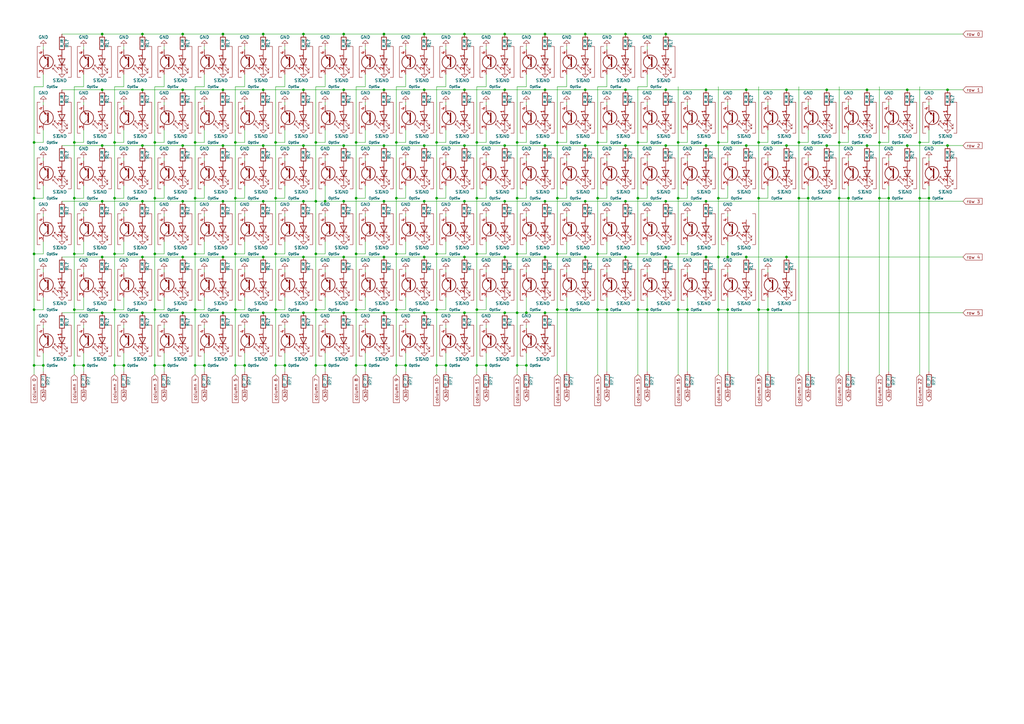
<source format=kicad_sch>
(kicad_sch (version 20211123) (generator eeschema)
  (paper "A3")
  (junction (at 248.92 127))
  (junction (at 173.99 13.97))
  (junction (at 311.15 127))
  (junction (at 91.44 59.69))
  (junction (at 162.56 81.28))
  (junction (at 240.03 82.55))
  (junction (at 261.62 81.28))
  (junction (at 289.56 36.83))
  (junction (at 364.49 81.28))
  (junction (at 107.95 128.27))
  (junction (at 327.66 81.28))
  (junction (at 223.52 36.83))
  (junction (at 41.91 13.97))
  (junction (at 377.19 81.28))
  (junction (at 228.6 58.42))
  (junction (at 347.98 81.28))
  (junction (at 96.52 58.42))
  (junction (at 298.45 127))
  (junction (at 96.52 127))
  (junction (at 124.46 82.55))
  (junction (at 157.48 36.83))
  (junction (at 355.6 36.83))
  (junction (at 74.93 82.55))
  (junction (at 74.93 128.27))
  (junction (at 173.99 105.41))
  (junction (at 124.46 59.69))
  (junction (at 311.15 81.28))
  (junction (at 162.56 127))
  (junction (at 179.07 127))
  (junction (at 195.58 58.42))
  (junction (at 289.56 59.69))
  (junction (at 34.29 149.86))
  (junction (at 190.5 36.83))
  (junction (at 273.05 13.97))
  (junction (at 388.62 59.69))
  (junction (at 140.97 13.97))
  (junction (at 372.11 36.83))
  (junction (at 289.56 82.55))
  (junction (at 46.99 104.14))
  (junction (at 261.62 58.42))
  (junction (at 265.43 127))
  (junction (at 339.09 36.83))
  (junction (at 91.44 128.27))
  (junction (at 116.84 149.86))
  (junction (at 212.09 128.27))
  (junction (at 273.05 36.83))
  (junction (at 245.11 81.28))
  (junction (at 91.44 13.97))
  (junction (at 245.11 127))
  (junction (at 278.13 58.42))
  (junction (at 388.62 36.83))
  (junction (at 212.09 81.28))
  (junction (at 107.95 82.55))
  (junction (at 13.97 104.14))
  (junction (at 298.45 105.41))
  (junction (at 140.97 105.41))
  (junction (at 41.91 36.83))
  (junction (at 133.35 82.55))
  (junction (at 223.52 105.41))
  (junction (at 278.13 104.14))
  (junction (at 166.37 149.86))
  (junction (at 223.52 59.69))
  (junction (at 360.68 81.28))
  (junction (at 30.48 81.28))
  (junction (at 107.95 36.83))
  (junction (at 212.09 58.42))
  (junction (at 157.48 13.97))
  (junction (at 190.5 105.41))
  (junction (at 113.03 104.14))
  (junction (at 322.58 105.41))
  (junction (at 157.48 59.69))
  (junction (at 63.5 58.42))
  (junction (at 133.35 149.86))
  (junction (at 13.97 127))
  (junction (at 17.78 149.86))
  (junction (at 63.5 149.86))
  (junction (at 149.86 149.86))
  (junction (at 207.01 105.41))
  (junction (at 41.91 128.27))
  (junction (at 80.01 104.14))
  (junction (at 140.97 59.69))
  (junction (at 278.13 81.28))
  (junction (at 273.05 82.55))
  (junction (at 355.6 59.69))
  (junction (at 162.56 58.42))
  (junction (at 179.07 58.42))
  (junction (at 311.15 58.42))
  (junction (at 245.11 58.42))
  (junction (at 240.03 13.97))
  (junction (at 113.03 149.86))
  (junction (at 215.9 128.27))
  (junction (at 381 81.28))
  (junction (at 344.17 81.28))
  (junction (at 199.39 149.86))
  (junction (at 124.46 105.41))
  (junction (at 96.52 104.14))
  (junction (at 256.54 105.41))
  (junction (at 146.05 127))
  (junction (at 294.64 105.41))
  (junction (at 228.6 127))
  (junction (at 46.99 127))
  (junction (at 306.07 36.83))
  (junction (at 339.09 59.69))
  (junction (at 179.07 149.86))
  (junction (at 294.64 81.28))
  (junction (at 215.9 149.86))
  (junction (at 195.58 81.28))
  (junction (at 91.44 36.83))
  (junction (at 157.48 82.55))
  (junction (at 74.93 36.83))
  (junction (at 13.97 58.42))
  (junction (at 256.54 13.97))
  (junction (at 195.58 104.14))
  (junction (at 80.01 81.28))
  (junction (at 80.01 149.86))
  (junction (at 63.5 127))
  (junction (at 294.64 58.42))
  (junction (at 273.05 59.69))
  (junction (at 157.48 105.41))
  (junction (at 113.03 81.28))
  (junction (at 207.01 13.97))
  (junction (at 377.19 58.42))
  (junction (at 96.52 149.86))
  (junction (at 179.07 81.28))
  (junction (at 146.05 149.86))
  (junction (at 190.5 82.55))
  (junction (at 240.03 105.41))
  (junction (at 74.93 13.97))
  (junction (at 228.6 104.14))
  (junction (at 80.01 58.42))
  (junction (at 124.46 13.97))
  (junction (at 113.03 58.42))
  (junction (at 58.42 82.55))
  (junction (at 46.99 58.42))
  (junction (at 195.58 149.86))
  (junction (at 207.01 128.27))
  (junction (at 314.96 127))
  (junction (at 46.99 81.28))
  (junction (at 129.54 58.42))
  (junction (at 294.64 127))
  (junction (at 240.03 36.83))
  (junction (at 129.54 82.55))
  (junction (at 50.8 149.86))
  (junction (at 281.94 127))
  (junction (at 228.6 81.28))
  (junction (at 173.99 82.55))
  (junction (at 179.07 104.14))
  (junction (at 327.66 58.42))
  (junction (at 306.07 59.69))
  (junction (at 58.42 105.41))
  (junction (at 41.91 82.55))
  (junction (at 107.95 105.41))
  (junction (at 107.95 59.69))
  (junction (at 13.97 81.28))
  (junction (at 146.05 81.28))
  (junction (at 232.41 127))
  (junction (at 58.42 128.27))
  (junction (at 256.54 59.69))
  (junction (at 129.54 127))
  (junction (at 146.05 104.14))
  (junction (at 58.42 13.97))
  (junction (at 107.95 13.97))
  (junction (at 162.56 149.86))
  (junction (at 173.99 36.83))
  (junction (at 240.03 59.69))
  (junction (at 256.54 36.83))
  (junction (at 74.93 105.41))
  (junction (at 13.97 149.86))
  (junction (at 306.07 105.41))
  (junction (at 245.11 104.14))
  (junction (at 190.5 13.97))
  (junction (at 140.97 82.55))
  (junction (at 261.62 104.14))
  (junction (at 157.48 128.27))
  (junction (at 83.82 149.86))
  (junction (at 331.47 81.28))
  (junction (at 129.54 104.14))
  (junction (at 74.93 59.69))
  (junction (at 124.46 36.83))
  (junction (at 46.99 149.86))
  (junction (at 344.17 58.42))
  (junction (at 173.99 59.69))
  (junction (at 124.46 128.27))
  (junction (at 190.5 59.69))
  (junction (at 41.91 105.41))
  (junction (at 140.97 128.27))
  (junction (at 41.91 59.69))
  (junction (at 223.52 13.97))
  (junction (at 273.05 105.41))
  (junction (at 278.13 127))
  (junction (at 182.88 149.86))
  (junction (at 140.97 36.83))
  (junction (at 80.01 127))
  (junction (at 289.56 105.41))
  (junction (at 207.01 36.83))
  (junction (at 30.48 127))
  (junction (at 261.62 127))
  (junction (at 67.31 149.86))
  (junction (at 207.01 59.69))
  (junction (at 173.99 128.27))
  (junction (at 58.42 59.69))
  (junction (at 63.5 81.28))
  (junction (at 91.44 82.55))
  (junction (at 91.44 105.41))
  (junction (at 223.52 82.55))
  (junction (at 256.54 82.55))
  (junction (at 322.58 36.83))
  (junction (at 190.5 128.27))
  (junction (at 100.33 149.86))
  (junction (at 322.58 59.69))
  (junction (at 162.56 104.14))
  (junction (at 30.48 149.86))
  (junction (at 113.03 127))
  (junction (at 223.52 128.27))
  (junction (at 129.54 149.86))
  (junction (at 96.52 81.28))
  (junction (at 212.09 104.14))
  (junction (at 195.58 127))
  (junction (at 58.42 36.83))
  (junction (at 207.01 82.55))
  (junction (at 30.48 104.14))
  (junction (at 212.09 149.86))
  (junction (at 360.68 58.42))
  (junction (at 146.05 58.42))
  (junction (at 372.11 59.69))
  (junction (at 63.5 104.14))
  (junction (at 30.48 58.42))
  (wire (pts (xy 34.29 30.48) (xy 34.29 35.56)))
  (wire (pts (xy 116.84 99.06) (xy 116.84 104.14)))
  (wire (pts (xy 46.99 127) (xy 46.99 149.86)))
  (wire (pts (xy 232.41 64.77) (xy 232.41 66.04)))
  (wire (pts (xy 331.47 76.2) (xy 331.47 81.28)))
  (wire (pts (xy 34.29 149.86) (xy 34.29 152.4)))
  (wire (pts (xy 50.8 149.86) (xy 50.8 152.4)))
  (wire (pts (xy 306.07 105.41) (xy 322.58 105.41)))
  (wire (pts (xy 199.39 110.49) (xy 199.39 111.76)))
  (wire (pts (xy 166.37 133.35) (xy 166.37 134.62)))
  (wire (pts (xy 133.35 149.86) (xy 133.35 152.4)))
  (wire (pts (xy 74.93 82.55) (xy 91.44 82.55)))
  (wire (pts (xy 223.52 128.27) (xy 394.97 128.27)))
  (wire (pts (xy 207.01 128.27) (xy 212.09 128.27)))
  (wire (pts (xy 149.86 64.77) (xy 149.86 66.04)))
  (wire (pts (xy 41.91 105.41) (xy 58.42 105.41)))
  (wire (pts (xy 215.9 144.78) (xy 215.9 149.86)))
  (wire (pts (xy 215.9 121.92) (xy 215.9 128.27)))
  (wire (pts (xy 281.94 76.2) (xy 281.94 81.28)))
  (wire (pts (xy 364.49 81.28) (xy 364.49 152.4)))
  (wire (pts (xy 190.5 128.27) (xy 207.01 128.27)))
  (wire (pts (xy 215.9 64.77) (xy 215.9 66.04)))
  (wire (pts (xy 34.29 19.05) (xy 34.29 20.32)))
  (wire (pts (xy 46.99 81.28) (xy 50.8 81.28)))
  (wire (pts (xy 133.35 133.35) (xy 133.35 134.62)))
  (wire (pts (xy 129.54 149.86) (xy 133.35 149.86)))
  (wire (pts (xy 50.8 64.77) (xy 50.8 66.04)))
  (wire (pts (xy 364.49 41.91) (xy 364.49 43.18)))
  (wire (pts (xy 17.78 19.05) (xy 17.78 20.32)))
  (wire (pts (xy 67.31 144.78) (xy 67.31 149.86)))
  (wire (pts (xy 195.58 149.86) (xy 199.39 149.86)))
  (wire (pts (xy 25.4 36.83) (xy 41.91 36.83)))
  (wire (pts (xy 182.88 19.05) (xy 182.88 20.32)))
  (wire (pts (xy 377.19 81.28) (xy 381 81.28)))
  (wire (pts (xy 344.17 58.42) (xy 347.98 58.42)))
  (wire (pts (xy 91.44 36.83) (xy 107.95 36.83)))
  (wire (pts (xy 113.03 104.14) (xy 116.84 104.14)))
  (wire (pts (xy 265.43 87.63) (xy 265.43 88.9)))
  (wire (pts (xy 83.82 53.34) (xy 83.82 58.42)))
  (wire (pts (xy 146.05 104.14) (xy 146.05 127)))
  (wire (pts (xy 199.39 133.35) (xy 199.39 134.62)))
  (wire (pts (xy 327.66 81.28) (xy 331.47 81.28)))
  (wire (pts (xy 207.01 82.55) (xy 223.52 82.55)))
  (wire (pts (xy 347.98 64.77) (xy 347.98 66.04)))
  (wire (pts (xy 179.07 127) (xy 179.07 149.86)))
  (wire (pts (xy 58.42 13.97) (xy 74.93 13.97)))
  (wire (pts (xy 228.6 58.42) (xy 232.41 58.42)))
  (wire (pts (xy 30.48 104.14) (xy 30.48 127)))
  (wire (pts (xy 116.84 41.91) (xy 116.84 43.18)))
  (wire (pts (xy 67.31 19.05) (xy 67.31 20.32)))
  (wire (pts (xy 41.91 36.83) (xy 58.42 36.83)))
  (wire (pts (xy 30.48 35.56) (xy 30.48 58.42)))
  (wire (pts (xy 212.09 35.56) (xy 215.9 35.56)))
  (wire (pts (xy 327.66 35.56) (xy 327.66 58.42)))
  (wire (pts (xy 240.03 105.41) (xy 256.54 105.41)))
  (wire (pts (xy 100.33 41.91) (xy 100.33 43.18)))
  (wire (pts (xy 215.9 133.35) (xy 215.9 134.62)))
  (wire (pts (xy 17.78 30.48) (xy 17.78 35.56)))
  (wire (pts (xy 67.31 87.63) (xy 67.31 88.9)))
  (wire (pts (xy 162.56 104.14) (xy 162.56 127)))
  (wire (pts (xy 298.45 87.63) (xy 298.45 88.9)))
  (wire (pts (xy 107.95 36.83) (xy 124.46 36.83)))
  (wire (pts (xy 228.6 58.42) (xy 228.6 81.28)))
  (wire (pts (xy 162.56 127) (xy 166.37 127)))
  (wire (pts (xy 278.13 81.28) (xy 281.94 81.28)))
  (wire (pts (xy 116.84 30.48) (xy 116.84 35.56)))
  (wire (pts (xy 190.5 13.97) (xy 207.01 13.97)))
  (wire (pts (xy 173.99 105.41) (xy 190.5 105.41)))
  (wire (pts (xy 113.03 104.14) (xy 113.03 127)))
  (wire (pts (xy 146.05 58.42) (xy 149.86 58.42)))
  (wire (pts (xy 113.03 81.28) (xy 116.84 81.28)))
  (wire (pts (xy 360.68 58.42) (xy 360.68 81.28)))
  (wire (pts (xy 173.99 82.55) (xy 190.5 82.55)))
  (wire (pts (xy 212.09 104.14) (xy 212.09 128.27)))
  (wire (pts (xy 265.43 99.06) (xy 265.43 104.14)))
  (wire (pts (xy 80.01 104.14) (xy 80.01 127)))
  (wire (pts (xy 207.01 105.41) (xy 223.52 105.41)))
  (wire (pts (xy 195.58 127) (xy 195.58 149.86)))
  (wire (pts (xy 162.56 149.86) (xy 162.56 153.67)))
  (wire (pts (xy 58.42 36.83) (xy 74.93 36.83)))
  (wire (pts (xy 91.44 105.41) (xy 107.95 105.41)))
  (wire (pts (xy 199.39 99.06) (xy 199.39 104.14)))
  (wire (pts (xy 248.92 53.34) (xy 248.92 58.42)))
  (wire (pts (xy 129.54 35.56) (xy 129.54 58.42)))
  (wire (pts (xy 124.46 82.55) (xy 129.54 82.55)))
  (wire (pts (xy 133.35 104.14) (xy 129.54 104.14)))
  (wire (pts (xy 314.96 110.49) (xy 314.96 111.76)))
  (wire (pts (xy 199.39 76.2) (xy 199.39 81.28)))
  (wire (pts (xy 347.98 41.91) (xy 347.98 43.18)))
  (wire (pts (xy 34.29 41.91) (xy 34.29 43.18)))
  (wire (pts (xy 212.09 35.56) (xy 212.09 58.42)))
  (wire (pts (xy 298.45 99.06) (xy 298.45 105.41)))
  (wire (pts (xy 278.13 127) (xy 281.94 127)))
  (wire (pts (xy 228.6 35.56) (xy 232.41 35.56)))
  (wire (pts (xy 298.45 64.77) (xy 298.45 66.04)))
  (wire (pts (xy 311.15 58.42) (xy 314.96 58.42)))
  (wire (pts (xy 331.47 81.28) (xy 331.47 152.4)))
  (wire (pts (xy 360.68 81.28) (xy 360.68 153.67)))
  (wire (pts (xy 195.58 81.28) (xy 199.39 81.28)))
  (wire (pts (xy 195.58 35.56) (xy 199.39 35.56)))
  (wire (pts (xy 223.52 82.55) (xy 240.03 82.55)))
  (wire (pts (xy 67.31 121.92) (xy 67.31 127)))
  (wire (pts (xy 63.5 127) (xy 67.31 127)))
  (wire (pts (xy 17.78 53.34) (xy 17.78 58.42)))
  (wire (pts (xy 256.54 36.83) (xy 273.05 36.83)))
  (wire (pts (xy 74.93 59.69) (xy 91.44 59.69)))
  (wire (pts (xy 314.96 121.92) (xy 314.96 127)))
  (wire (pts (xy 331.47 64.77) (xy 331.47 66.04)))
  (wire (pts (xy 41.91 59.69) (xy 58.42 59.69)))
  (wire (pts (xy 133.35 53.34) (xy 133.35 58.42)))
  (wire (pts (xy 157.48 59.69) (xy 173.99 59.69)))
  (wire (pts (xy 63.5 104.14) (xy 63.5 127)))
  (wire (pts (xy 140.97 13.97) (xy 157.48 13.97)))
  (wire (pts (xy 281.94 104.14) (xy 278.13 104.14)))
  (wire (pts (xy 166.37 110.49) (xy 166.37 111.76)))
  (wire (pts (xy 30.48 127) (xy 30.48 149.86)))
  (wire (pts (xy 129.54 127) (xy 133.35 127)))
  (wire (pts (xy 140.97 128.27) (xy 157.48 128.27)))
  (wire (pts (xy 116.84 121.92) (xy 116.84 127)))
  (wire (pts (xy 314.96 53.34) (xy 314.96 58.42)))
  (wire (pts (xy 50.8 127) (xy 46.99 127)))
  (wire (pts (xy 355.6 36.83) (xy 372.11 36.83)))
  (wire (pts (xy 67.31 133.35) (xy 67.31 134.62)))
  (wire (pts (xy 195.58 127) (xy 199.39 127)))
  (wire (pts (xy 344.17 81.28) (xy 347.98 81.28)))
  (wire (pts (xy 107.95 128.27) (xy 124.46 128.27)))
  (wire (pts (xy 294.64 58.42) (xy 298.45 58.42)))
  (wire (pts (xy 107.95 13.97) (xy 124.46 13.97)))
  (wire (pts (xy 372.11 59.69) (xy 388.62 59.69)))
  (wire (pts (xy 311.15 127) (xy 314.96 127)))
  (wire (pts (xy 199.39 64.77) (xy 199.39 66.04)))
  (wire (pts (xy 116.84 64.77) (xy 116.84 66.04)))
  (wire (pts (xy 364.49 76.2) (xy 364.49 81.28)))
  (wire (pts (xy 146.05 127) (xy 149.86 127)))
  (wire (pts (xy 116.84 110.49) (xy 116.84 111.76)))
  (wire (pts (xy 41.91 128.27) (xy 58.42 128.27)))
  (wire (pts (xy 265.43 127) (xy 265.43 152.4)))
  (wire (pts (xy 261.62 104.14) (xy 265.43 104.14)))
  (wire (pts (xy 215.9 30.48) (xy 215.9 35.56)))
  (wire (pts (xy 278.13 104.14) (xy 278.13 127)))
  (wire (pts (xy 261.62 127) (xy 261.62 153.67)))
  (wire (pts (xy 113.03 58.42) (xy 113.03 81.28)))
  (wire (pts (xy 265.43 30.48) (xy 265.43 35.56)))
  (wire (pts (xy 124.46 36.83) (xy 140.97 36.83)))
  (wire (pts (xy 63.5 81.28) (xy 63.5 104.14)))
  (wire (pts (xy 30.48 149.86) (xy 30.48 153.67)))
  (wire (pts (xy 116.84 87.63) (xy 116.84 88.9)))
  (wire (pts (xy 50.8 19.05) (xy 50.8 20.32)))
  (wire (pts (xy 364.49 64.77) (xy 364.49 66.04)))
  (wire (pts (xy 166.37 99.06) (xy 166.37 104.14)))
  (wire (pts (xy 17.78 41.91) (xy 17.78 43.18)))
  (wire (pts (xy 116.84 144.78) (xy 116.84 149.86)))
  (wire (pts (xy 107.95 59.69) (xy 124.46 59.69)))
  (wire (pts (xy 113.03 58.42) (xy 116.84 58.42)))
  (wire (pts (xy 289.56 82.55) (xy 394.97 82.55)))
  (wire (pts (xy 30.48 58.42) (xy 30.48 81.28)))
  (wire (pts (xy 67.31 104.14) (xy 63.5 104.14)))
  (wire (pts (xy 179.07 81.28) (xy 179.07 104.14)))
  (wire (pts (xy 113.03 81.28) (xy 113.03 104.14)))
  (wire (pts (xy 261.62 127) (xy 265.43 127)))
  (wire (pts (xy 240.03 13.97) (xy 256.54 13.97)))
  (wire (pts (xy 67.31 64.77) (xy 67.31 66.04)))
  (wire (pts (xy 30.48 81.28) (xy 30.48 104.14)))
  (wire (pts (xy 25.4 59.69) (xy 41.91 59.69)))
  (wire (pts (xy 265.43 41.91) (xy 265.43 43.18)))
  (wire (pts (xy 179.07 81.28) (xy 182.88 81.28)))
  (wire (pts (xy 182.88 144.78) (xy 182.88 149.86)))
  (wire (pts (xy 113.03 127) (xy 116.84 127)))
  (wire (pts (xy 388.62 36.83) (xy 394.97 36.83)))
  (wire (pts (xy 50.8 121.92) (xy 50.8 127)))
  (wire (pts (xy 294.64 105.41) (xy 298.45 105.41)))
  (wire (pts (xy 63.5 35.56) (xy 63.5 58.42)))
  (wire (pts (xy 149.86 35.56) (xy 146.05 35.56)))
  (wire (pts (xy 96.52 104.14) (xy 100.33 104.14)))
  (wire (pts (xy 129.54 149.86) (xy 129.54 153.67)))
  (wire (pts (xy 166.37 76.2) (xy 166.37 81.28)))
  (wire (pts (xy 80.01 104.14) (xy 83.82 104.14)))
  (wire (pts (xy 129.54 82.55) (xy 133.35 82.55)))
  (wire (pts (xy 281.94 99.06) (xy 281.94 104.14)))
  (wire (pts (xy 195.58 35.56) (xy 195.58 58.42)))
  (wire (pts (xy 232.41 99.06) (xy 232.41 104.14)))
  (wire (pts (xy 314.96 41.91) (xy 314.96 43.18)))
  (wire (pts (xy 377.19 81.28) (xy 377.19 153.67)))
  (wire (pts (xy 100.33 144.78) (xy 100.33 149.86)))
  (wire (pts (xy 212.09 58.42) (xy 215.9 58.42)))
  (wire (pts (xy 223.52 36.83) (xy 240.03 36.83)))
  (wire (pts (xy 190.5 82.55) (xy 207.01 82.55)))
  (wire (pts (xy 294.64 127) (xy 294.64 153.67)))
  (wire (pts (xy 223.52 13.97) (xy 240.03 13.97)))
  (wire (pts (xy 212.09 81.28) (xy 212.09 104.14)))
  (wire (pts (xy 149.86 133.35) (xy 149.86 134.62)))
  (wire (pts (xy 261.62 81.28) (xy 265.43 81.28)))
  (wire (pts (xy 50.8 30.48) (xy 50.8 35.56)))
  (wire (pts (xy 25.4 128.27) (xy 41.91 128.27)))
  (wire (pts (xy 381 76.2) (xy 381 81.28)))
  (wire (pts (xy 207.01 36.83) (xy 223.52 36.83)))
  (wire (pts (xy 248.92 19.05) (xy 248.92 20.32)))
  (wire (pts (xy 46.99 35.56) (xy 50.8 35.56)))
  (wire (pts (xy 289.56 59.69) (xy 306.07 59.69)))
  (wire (pts (xy 232.41 41.91) (xy 232.41 43.18)))
  (wire (pts (xy 347.98 76.2) (xy 347.98 81.28)))
  (wire (pts (xy 381 81.28) (xy 381 152.4)))
  (wire (pts (xy 80.01 35.56) (xy 83.82 35.56)))
  (wire (pts (xy 46.99 58.42) (xy 50.8 58.42)))
  (wire (pts (xy 30.48 104.14) (xy 34.29 104.14)))
  (wire (pts (xy 80.01 58.42) (xy 80.01 81.28)))
  (wire (pts (xy 83.82 41.91) (xy 83.82 43.18)))
  (wire (pts (xy 46.99 149.86) (xy 50.8 149.86)))
  (wire (pts (xy 34.29 99.06) (xy 34.29 104.14)))
  (wire (pts (xy 298.45 110.49) (xy 298.45 111.76)))
  (wire (pts (xy 173.99 59.69) (xy 190.5 59.69)))
  (wire (pts (xy 91.44 13.97) (xy 107.95 13.97)))
  (wire (pts (xy 195.58 81.28) (xy 195.58 104.14)))
  (wire (pts (xy 133.35 87.63) (xy 133.35 88.9)))
  (wire (pts (xy 179.07 149.86) (xy 179.07 153.67)))
  (wire (pts (xy 281.94 87.63) (xy 281.94 88.9)))
  (wire (pts (xy 50.8 41.91) (xy 50.8 43.18)))
  (wire (pts (xy 265.43 64.77) (xy 265.43 66.04)))
  (wire (pts (xy 261.62 104.14) (xy 261.62 127)))
  (wire (pts (xy 25.4 13.97) (xy 41.91 13.97)))
  (wire (pts (xy 133.35 82.55) (xy 140.97 82.55)))
  (wire (pts (xy 157.48 82.55) (xy 173.99 82.55)))
  (wire (pts (xy 381 41.91) (xy 381 43.18)))
  (wire (pts (xy 166.37 149.86) (xy 166.37 152.4)))
  (wire (pts (xy 248.92 64.77) (xy 248.92 66.04)))
  (wire (pts (xy 133.35 110.49) (xy 133.35 111.76)))
  (wire (pts (xy 149.86 19.05) (xy 149.86 20.32)))
  (wire (pts (xy 248.92 127) (xy 248.92 152.4)))
  (wire (pts (xy 162.56 81.28) (xy 162.56 104.14)))
  (wire (pts (xy 63.5 58.42) (xy 67.31 58.42)))
  (wire (pts (xy 100.33 76.2) (xy 100.33 81.28)))
  (wire (pts (xy 232.41 121.92) (xy 232.41 127)))
  (wire (pts (xy 281.94 121.92) (xy 281.94 127)))
  (wire (pts (xy 67.31 53.34) (xy 67.31 58.42)))
  (wire (pts (xy 199.39 41.91) (xy 199.39 43.18)))
  (wire (pts (xy 327.66 58.42) (xy 331.47 58.42)))
  (wire (pts (xy 83.82 99.06) (xy 83.82 104.14)))
  (wire (pts (xy 100.33 110.49) (xy 100.33 111.76)))
  (wire (pts (xy 113.03 35.56) (xy 116.84 35.56)))
  (wire (pts (xy 223.52 59.69) (xy 240.03 59.69)))
  (wire (pts (xy 129.54 58.42) (xy 129.54 82.55)))
  (wire (pts (xy 83.82 133.35) (xy 83.82 134.62)))
  (wire (pts (xy 314.96 64.77) (xy 314.96 66.04)))
  (wire (pts (xy 182.88 110.49) (xy 182.88 111.76)))
  (wire (pts (xy 146.05 149.86) (xy 146.05 153.67)))
  (wire (pts (xy 256.54 59.69) (xy 273.05 59.69)))
  (wire (pts (xy 360.68 81.28) (xy 364.49 81.28)))
  (wire (pts (xy 228.6 127) (xy 232.41 127)))
  (wire (pts (xy 133.35 19.05) (xy 133.35 20.32)))
  (wire (pts (xy 96.52 58.42) (xy 100.33 58.42)))
  (wire (pts (xy 124.46 13.97) (xy 140.97 13.97)))
  (wire (pts (xy 46.99 104.14) (xy 46.99 127)))
  (wire (pts (xy 100.33 30.48) (xy 100.33 35.56)))
  (wire (pts (xy 278.13 58.42) (xy 278.13 81.28)))
  (wire (pts (xy 83.82 87.63) (xy 83.82 88.9)))
  (wire (pts (xy 240.03 59.69) (xy 256.54 59.69)))
  (wire (pts (xy 215.9 128.27) (xy 223.52 128.27)))
  (wire (pts (xy 113.03 149.86) (xy 113.03 153.67)))
  (wire (pts (xy 100.33 133.35) (xy 100.33 134.62)))
  (wire (pts (xy 248.92 76.2) (xy 248.92 81.28)))
  (wire (pts (xy 80.01 58.42) (xy 83.82 58.42)))
  (wire (pts (xy 17.78 76.2) (xy 17.78 81.28)))
  (wire (pts (xy 298.45 127) (xy 298.45 152.4)))
  (wire (pts (xy 265.43 121.92) (xy 265.43 127)))
  (wire (pts (xy 245.11 104.14) (xy 245.11 127)))
  (wire (pts (xy 248.92 110.49) (xy 248.92 111.76)))
  (wire (pts (xy 46.99 35.56) (xy 46.99 58.42)))
  (wire (pts (xy 83.82 110.49) (xy 83.82 111.76)))
  (wire (pts (xy 248.92 87.63) (xy 248.92 88.9)))
  (wire (pts (xy 124.46 128.27) (xy 140.97 128.27)))
  (wire (pts (xy 50.8 144.78) (xy 50.8 149.86)))
  (wire (pts (xy 294.64 35.56) (xy 294.64 58.42)))
  (wire (pts (xy 331.47 41.91) (xy 331.47 43.18)))
  (wire (pts (xy 179.07 35.56) (xy 179.07 58.42)))
  (wire (pts (xy 63.5 35.56) (xy 67.31 35.56)))
  (wire (pts (xy 207.01 59.69) (xy 223.52 59.69)))
  (wire (pts (xy 67.31 149.86) (xy 67.31 152.4)))
  (wire (pts (xy 80.01 127) (xy 83.82 127)))
  (wire (pts (xy 182.88 121.92) (xy 182.88 127)))
  (wire (pts (xy 294.64 58.42) (xy 294.64 81.28)))
  (wire (pts (xy 63.5 81.28) (xy 67.31 81.28)))
  (wire (pts (xy 116.84 53.34) (xy 116.84 58.42)))
  (wire (pts (xy 306.07 59.69) (xy 322.58 59.69)))
  (wire (pts (xy 58.42 105.41) (xy 74.93 105.41)))
  (wire (pts (xy 100.33 64.77) (xy 100.33 66.04)))
  (wire (pts (xy 381 64.77) (xy 381 66.04)))
  (wire (pts (xy 67.31 110.49) (xy 67.31 111.76)))
  (wire (pts (xy 298.45 121.92) (xy 298.45 127)))
  (wire (pts (xy 327.66 81.28) (xy 327.66 153.67)))
  (wire (pts (xy 149.86 149.86) (xy 149.86 152.4)))
  (wire (pts (xy 129.54 104.14) (xy 129.54 127)))
  (wire (pts (xy 314.96 76.2) (xy 314.96 81.28)))
  (wire (pts (xy 245.11 35.56) (xy 248.92 35.56)))
  (wire (pts (xy 245.11 35.56) (xy 245.11 58.42)))
  (wire (pts (xy 245.11 81.28) (xy 245.11 104.14)))
  (wire (pts (xy 314.96 127) (xy 314.96 152.4)))
  (wire (pts (xy 34.29 110.49) (xy 34.29 111.76)))
  (wire (pts (xy 388.62 59.69) (xy 394.97 59.69)))
  (wire (pts (xy 17.78 144.78) (xy 17.78 149.86)))
  (wire (pts (xy 173.99 13.97) (xy 190.5 13.97)))
  (wire (pts (xy 322.58 59.69) (xy 339.09 59.69)))
  (wire (pts (xy 212.09 149.86) (xy 212.09 153.67)))
  (wire (pts (xy 30.48 35.56) (xy 34.29 35.56)))
  (wire (pts (xy 67.31 41.91) (xy 67.31 43.18)))
  (wire (pts (xy 149.86 121.92) (xy 149.86 127)))
  (wire (pts (xy 166.37 53.34) (xy 166.37 58.42)))
  (wire (pts (xy 162.56 127) (xy 162.56 149.86)))
  (wire (pts (xy 232.41 19.05) (xy 232.41 20.32)))
  (wire (pts (xy 46.99 149.86) (xy 46.99 153.67)))
  (wire (pts (xy 96.52 58.42) (xy 96.52 81.28)))
  (wire (pts (xy 80.01 35.56) (xy 80.01 58.42)))
  (wire (pts (xy 273.05 82.55) (xy 289.56 82.55)))
  (wire (pts (xy 179.07 127) (xy 182.88 127)))
  (wire (pts (xy 17.78 35.56) (xy 13.97 35.56)))
  (wire (pts (xy 162.56 35.56) (xy 162.56 58.42)))
  (wire (pts (xy 278.13 35.56) (xy 278.13 58.42)))
  (wire (pts (xy 63.5 149.86) (xy 67.31 149.86)))
  (wire (pts (xy 58.42 128.27) (xy 74.93 128.27)))
  (wire (pts (xy 215.9 110.49) (xy 215.9 111.76)))
  (wire (pts (xy 215.9 149.86) (xy 215.9 152.4)))
  (wire (pts (xy 100.33 53.34) (xy 100.33 58.42)))
  (wire (pts (xy 212.09 81.28) (xy 215.9 81.28)))
  (wire (pts (xy 232.41 30.48) (xy 232.41 35.56)))
  (wire (pts (xy 199.39 53.34) (xy 199.39 58.42)))
  (wire (pts (xy 162.56 58.42) (xy 166.37 58.42)))
  (wire (pts (xy 116.84 19.05) (xy 116.84 20.32)))
  (wire (pts (xy 273.05 13.97) (xy 394.97 13.97)))
  (wire (pts (xy 17.78 104.14) (xy 13.97 104.14)))
  (wire (pts (xy 58.42 82.55) (xy 74.93 82.55)))
  (wire (pts (xy 377.19 58.42) (xy 377.19 81.28)))
  (wire (pts (xy 80.01 127) (xy 80.01 149.86)))
  (wire (pts (xy 190.5 59.69) (xy 207.01 59.69)))
  (wire (pts (xy 232.41 87.63) (xy 232.41 88.9)))
  (wire (pts (xy 157.48 13.97) (xy 173.99 13.97)))
  (wire (pts (xy 199.39 144.78) (xy 199.39 149.86)))
  (wire (pts (xy 162.56 81.28) (xy 166.37 81.28)))
  (wire (pts (xy 149.86 110.49) (xy 149.86 111.76)))
  (wire (pts (xy 30.48 58.42) (xy 34.29 58.42)))
  (wire (pts (xy 173.99 128.27) (xy 190.5 128.27)))
  (wire (pts (xy 265.43 53.34) (xy 265.43 58.42)))
  (wire (pts (xy 67.31 30.48) (xy 67.31 35.56)))
  (wire (pts (xy 199.39 121.92) (xy 199.39 127)))
  (wire (pts (xy 162.56 58.42) (xy 162.56 81.28)))
  (wire (pts (xy 261.62 58.42) (xy 261.62 81.28)))
  (wire (pts (xy 13.97 149.86) (xy 13.97 153.67)))
  (wire (pts (xy 215.9 99.06) (xy 215.9 104.14)))
  (wire (pts (xy 100.33 121.92) (xy 100.33 127)))
  (wire (pts (xy 265.43 110.49) (xy 265.43 111.76)))
  (wire (pts (xy 34.29 149.86) (xy 30.48 149.86)))
  (wire (pts (xy 17.78 99.06) (xy 17.78 104.14)))
  (wire (pts (xy 133.35 121.92) (xy 133.35 127)))
  (wire (pts (xy 212.09 58.42) (xy 212.09 81.28)))
  (wire (pts (xy 146.05 81.28) (xy 146.05 104.14)))
  (wire (pts (xy 245.11 127) (xy 248.92 127)))
  (wire (pts (xy 116.84 149.86) (xy 116.84 152.4)))
  (wire (pts (xy 215.9 19.05) (xy 215.9 20.32)))
  (wire (pts (xy 377.19 58.42) (xy 381 58.42)))
  (wire (pts (xy 166.37 87.63) (xy 166.37 88.9)))
  (wire (pts (xy 195.58 104.14) (xy 199.39 104.14)))
  (wire (pts (xy 80.01 81.28) (xy 80.01 104.14)))
  (wire (pts (xy 381 53.34) (xy 381 58.42)))
  (wire (pts (xy 377.19 35.56) (xy 377.19 58.42)))
  (wire (pts (xy 179.07 149.86) (xy 182.88 149.86)))
  (wire (pts (xy 248.92 121.92) (xy 248.92 127)))
  (wire (pts (xy 212.09 149.86) (xy 215.9 149.86)))
  (wire (pts (xy 129.54 82.55) (xy 129.54 104.14)))
  (wire (pts (xy 232.41 127) (xy 232.41 152.4)))
  (wire (pts (xy 91.44 82.55) (xy 107.95 82.55)))
  (wire (pts (xy 30.48 81.28) (xy 34.29 81.28)))
  (wire (pts (xy 199.39 30.48) (xy 199.39 35.56)))
  (wire (pts (xy 63.5 127) (xy 63.5 149.86)))
  (wire (pts (xy 80.01 149.86) (xy 80.01 153.67)))
  (wire (pts (xy 116.84 133.35) (xy 116.84 134.62)))
  (wire (pts (xy 50.8 133.35) (xy 50.8 134.62)))
  (wire (pts (xy 360.68 58.42) (xy 364.49 58.42)))
  (wire (pts (xy 96.52 127) (xy 96.52 149.86)))
  (wire (pts (xy 281.94 127) (xy 281.94 152.4)))
  (wire (pts (xy 157.48 36.83) (xy 173.99 36.83)))
  (wire (pts (xy 248.92 99.06) (xy 248.92 104.14)))
  (wire (pts (xy 17.78 121.92) (xy 17.78 127)))
  (wire (pts (xy 199.39 19.05) (xy 199.39 20.32)))
  (wire (pts (xy 212.09 128.27) (xy 212.09 149.86)))
  (wire (pts (xy 67.31 76.2) (xy 67.31 81.28)))
  (wire (pts (xy 34.29 144.78) (xy 34.29 149.86)))
  (wire (pts (xy 146.05 58.42) (xy 146.05 81.28)))
  (wire (pts (xy 215.9 53.34) (xy 215.9 58.42)))
  (wire (pts (xy 212.09 128.27) (xy 215.9 128.27)))
  (wire (pts (xy 74.93 13.97) (xy 91.44 13.97)))
  (wire (pts (xy 166.37 144.78) (xy 166.37 149.86)))
  (wire (pts (xy 240.03 82.55) (xy 256.54 82.55)))
  (wire (pts (xy 215.9 87.63) (xy 215.9 88.9)))
  (wire (pts (xy 74.93 105.41) (xy 91.44 105.41)))
  (wire (pts (xy 96.52 81.28) (xy 100.33 81.28)))
  (wire (pts (xy 311.15 81.28) (xy 314.96 81.28)))
  (wire (pts (xy 34.29 133.35) (xy 34.29 134.62)))
  (wire (pts (xy 294.64 81.28) (xy 294.64 105.41)))
  (wire (pts (xy 256.54 13.97) (xy 273.05 13.97)))
  (wire (pts (xy 50.8 110.49) (xy 50.8 111.76)))
  (wire (pts (xy 331.47 53.34) (xy 331.47 58.42)))
  (wire (pts (xy 212.09 104.14) (xy 215.9 104.14)))
  (wire (pts (xy 248.92 41.91) (xy 248.92 43.18)))
  (wire (pts (xy 83.82 76.2) (xy 83.82 81.28)))
  (wire (pts (xy 232.41 53.34) (xy 232.41 58.42)))
  (wire (pts (xy 344.17 58.42) (xy 344.17 81.28)))
  (wire (pts (xy 215.9 41.91) (xy 215.9 43.18)))
  (wire (pts (xy 133.35 99.06) (xy 133.35 104.14)))
  (wire (pts (xy 34.29 87.63) (xy 34.29 88.9)))
  (wire (pts (xy 182.88 41.91) (xy 182.88 43.18)))
  (wire (pts (xy 67.31 99.06) (xy 67.31 104.14)))
  (wire (pts (xy 228.6 81.28) (xy 228.6 104.14)))
  (wire (pts (xy 124.46 105.41) (xy 140.97 105.41)))
  (wire (pts (xy 261.62 81.28) (xy 261.62 104.14)))
  (wire (pts (xy 83.82 152.4) (xy 83.82 149.86)))
  (wire (pts (xy 58.42 59.69) (xy 74.93 59.69)))
  (wire (pts (xy 149.86 53.34) (xy 149.86 58.42)))
  (wire (pts (xy 83.82 19.05) (xy 83.82 20.32)))
  (wire (pts (xy 195.58 58.42) (xy 199.39 58.42)))
  (wire (pts (xy 34.29 64.77) (xy 34.29 66.04)))
  (wire (pts (xy 100.33 87.63) (xy 100.33 88.9)))
  (wire (pts (xy 173.99 36.83) (xy 190.5 36.83)))
  (wire (pts (xy 179.07 58.42) (xy 182.88 58.42)))
  (wire (pts (xy 46.99 104.14) (xy 50.8 104.14)))
  (wire (pts (xy 311.15 58.42) (xy 311.15 81.28)))
  (wire (pts (xy 74.93 36.83) (xy 91.44 36.83)))
  (wire (pts (xy 228.6 127) (xy 228.6 153.67)))
  (wire (pts (xy 17.78 152.4) (xy 17.78 149.86)))
  (wire (pts (xy 124.46 59.69) (xy 140.97 59.69)))
  (wire (pts (xy 63.5 58.42) (xy 63.5 81.28)))
  (wire (pts (xy 265.43 76.2) (xy 265.43 81.28)))
  (wire (pts (xy 140.97 105.41) (xy 157.48 105.41)))
  (wire (pts (xy 232.41 110.49) (xy 232.41 111.76)))
  (wire (pts (xy 372.11 36.83) (xy 388.62 36.83)))
  (wire (pts (xy 245.11 127) (xy 245.11 153.67)))
  (wire (pts (xy 96.52 81.28) (xy 96.52 104.14)))
  (wire (pts (xy 146.05 81.28) (xy 149.86 81.28)))
  (wire (pts (xy 133.35 76.2) (xy 133.35 82.55)))
  (wire (pts (xy 162.56 149.86) (xy 166.37 149.86)))
  (wire (pts (xy 322.58 105.41) (xy 394.97 105.41)))
  (wire (pts (xy 17.78 149.86) (xy 13.97 149.86)))
  (wire (pts (xy 13.97 81.28) (xy 13.97 104.14)))
  (wire (pts (xy 30.48 127) (xy 34.29 127)))
  (wire (pts (xy 273.05 59.69) (xy 289.56 59.69)))
  (wire (pts (xy 261.62 35.56) (xy 261.62 58.42)))
  (wire (pts (xy 289.56 36.83) (xy 306.07 36.83)))
  (wire (pts (xy 80.01 149.86) (xy 83.82 149.86)))
  (wire (pts (xy 265.43 19.05) (xy 265.43 20.32)))
  (wire (pts (xy 215.9 76.2) (xy 215.9 81.28)))
  (wire (pts (xy 96.52 149.86) (xy 96.52 153.67)))
  (wire (pts (xy 34.29 76.2) (xy 34.29 81.28)))
  (wire (pts (xy 133.35 144.78) (xy 133.35 149.86)))
  (wire (pts (xy 107.95 105.41) (xy 124.46 105.41)))
  (wire (pts (xy 298.45 53.34) (xy 298.45 58.42)))
  (wire (pts (xy 13.97 58.42) (xy 13.97 81.28)))
  (wire (pts (xy 50.8 53.34) (xy 50.8 58.42)))
  (wire (pts (xy 294.64 81.28) (xy 298.45 81.28)))
  (wire (pts (xy 182.88 30.48) (xy 182.88 35.56)))
  (wire (pts (xy 281.94 110.49) (xy 281.94 111.76)))
  (wire (pts (xy 140.97 59.69) (xy 157.48 59.69)))
  (wire (pts (xy 140.97 82.55) (xy 157.48 82.55)))
  (wire (pts (xy 91.44 128.27) (xy 107.95 128.27)))
  (wire (pts (xy 162.56 35.56) (xy 166.37 35.56)))
  (wire (pts (xy 261.62 35.56) (xy 265.43 35.56)))
  (wire (pts (xy 17.78 58.42) (xy 13.97 58.42)))
  (wire (pts (xy 166.37 64.77) (xy 166.37 66.04)))
  (wire (pts (xy 133.35 64.77) (xy 133.35 66.04)))
  (wire (pts (xy 166.37 19.05) (xy 166.37 20.32)))
  (wire (pts (xy 149.86 76.2) (xy 149.86 81.28)))
  (wire (pts (xy 166.37 121.92) (xy 166.37 127)))
  (wire (pts (xy 232.41 81.28) (xy 228.6 81.28)))
  (wire (pts (xy 199.39 87.63) (xy 199.39 88.9)))
  (wire (pts (xy 190.5 105.41) (xy 207.01 105.41)))
  (wire (pts (xy 179.07 104.14) (xy 179.07 127)))
  (wire (pts (xy 146.05 149.86) (xy 149.86 149.86)))
  (wire (pts (xy 306.07 36.83) (xy 322.58 36.83)))
  (wire (pts (xy 166.37 41.91) (xy 166.37 43.18)))
  (wire (pts (xy 228.6 104.14) (xy 232.41 104.14)))
  (wire (pts (xy 195.58 104.14) (xy 195.58 127)))
  (wire (pts (xy 96.52 104.14) (xy 96.52 127)))
  (wire (pts (xy 17.78 110.49) (xy 17.78 111.76)))
  (wire (pts (xy 133.35 30.48) (xy 133.35 35.56)))
  (wire (pts (xy 100.33 19.05) (xy 100.33 20.32)))
  (wire (pts (xy 83.82 121.92) (xy 83.82 127)))
  (wire (pts (xy 261.62 58.42) (xy 265.43 58.42)))
  (wire (pts (xy 182.88 64.77) (xy 182.88 66.04)))
  (wire (pts (xy 344.17 35.56) (xy 344.17 58.42)))
  (wire (pts (xy 228.6 104.14) (xy 228.6 127)))
  (wire (pts (xy 113.03 35.56) (xy 113.03 58.42)))
  (wire (pts (xy 17.78 64.77) (xy 17.78 66.04)))
  (wire (pts (xy 182.88 99.06) (xy 182.88 104.14)))
  (wire (pts (xy 74.93 128.27) (xy 91.44 128.27)))
  (wire (pts (xy 355.6 59.69) (xy 372.11 59.69)))
  (wire (pts (xy 223.52 105.41) (xy 240.03 105.41)))
  (wire (pts (xy 17.78 81.28) (xy 13.97 81.28)))
  (wire (pts (xy 248.92 104.14) (xy 245.11 104.14)))
  (wire (pts (xy 41.91 82.55) (xy 58.42 82.55)))
  (wire (pts (xy 182.88 149.86) (xy 182.88 152.4)))
  (wire (pts (xy 13.97 35.56) (xy 13.97 58.42)))
  (wire (pts (xy 344.17 81.28) (xy 344.17 153.67)))
  (wire (pts (xy 311.15 127) (xy 311.15 153.67)))
  (wire (pts (xy 232.41 76.2) (xy 232.41 81.28)))
  (wire (pts (xy 162.56 104.14) (xy 166.37 104.14)))
  (wire (pts (xy 289.56 105.41) (xy 294.64 105.41)))
  (wire (pts (xy 100.33 149.86) (xy 100.33 152.4)))
  (wire (pts (xy 298.45 105.41) (xy 306.07 105.41)))
  (wire (pts (xy 322.58 36.83) (xy 339.09 36.83)))
  (wire (pts (xy 278.13 127) (xy 278.13 153.67)))
  (wire (pts (xy 129.54 58.42) (xy 133.35 58.42)))
  (wire (pts (xy 298.45 76.2) (xy 298.45 81.28)))
  (wire (pts (xy 83.82 30.48) (xy 83.82 35.56)))
  (wire (pts (xy 182.88 76.2) (xy 182.88 81.28)))
  (wire (pts (xy 278.13 58.42) (xy 281.94 58.42)))
  (wire (pts (xy 140.97 36.83) (xy 157.48 36.83)))
  (wire (pts (xy 50.8 76.2) (xy 50.8 81.28)))
  (wire (pts (xy 256.54 82.55) (xy 273.05 82.55)))
  (wire (pts (xy 207.01 13.97) (xy 223.52 13.97)))
  (wire (pts (xy 34.29 121.92) (xy 34.29 127)))
  (wire (pts (xy 113.03 127) (xy 113.03 149.86)))
  (wire (pts (xy 149.86 41.91) (xy 149.86 43.18)))
  (wire (pts (xy 179.07 104.14) (xy 182.88 104.14)))
  (wire (pts (xy 248.92 81.28) (xy 245.11 81.28)))
  (wire (pts (xy 149.86 99.06) (xy 149.86 104.14)))
  (wire (pts (xy 96.52 127) (xy 100.33 127)))
  (wire (pts (xy 146.05 127) (xy 146.05 149.86)))
  (wire (pts (xy 41.91 13.97) (xy 58.42 13.97)))
  (wire (pts (xy 146.05 104.14) (xy 149.86 104.14)))
  (wire (pts (xy 327.66 58.42) (xy 327.66 81.28)))
  (wire (pts (xy 248.92 30.48) (xy 248.92 35.56)))
  (wire (pts (xy 80.01 81.28) (xy 83.82 81.28)))
  (wire (pts (xy 195.58 149.86) (xy 195.58 153.67)))
  (wire (pts (xy 339.09 36.83) (xy 355.6 36.83)))
  (wire (pts (xy 179.07 35.56) (xy 182.88 35.56)))
  (wire (pts (xy 182.88 53.34) (xy 182.88 58.42)))
  (wire (pts (xy 195.58 58.42) (xy 195.58 81.28)))
  (wire (pts (xy 50.8 99.06) (xy 50.8 104.14)))
  (wire (pts (xy 278.13 81.28) (xy 278.13 104.14)))
  (wire (pts (xy 129.54 35.56) (xy 133.35 35.56)))
  (wire (pts (xy 96.52 35.56) (xy 100.33 35.56)))
  (wire (pts (xy 96.52 35.56) (xy 96.52 58.42)))
  (wire (pts (xy 17.78 127) (xy 13.97 127)))
  (wire (pts (xy 113.03 149.86) (xy 116.84 149.86)))
  (wire (pts (xy 83.82 64.77) (xy 83.82 66.04)))
  (wire (pts (xy 63.5 149.86) (xy 63.5 153.67)))
  (wire (pts (xy 179.07 58.42) (xy 179.07 81.28)))
  (wire (pts (xy 228.6 35.56) (xy 228.6 58.42)))
  (wire (pts (xy 146.05 35.56) (xy 146.05 58.42)))
  (wire (pts (xy 129.54 127) (xy 129.54 149.86)))
  (wire (pts (xy 311.15 35.56) (xy 311.15 58.42)))
  (wire (pts (xy 347.98 81.28) (xy 347.98 152.4)))
  (wire (pts (xy 281.94 64.77) (xy 281.94 66.04)))
  (wire (pts (xy 91.44 59.69) (xy 107.95 59.69)))
  (wire (pts (xy 149.86 87.63) (xy 149.86 88.9)))
  (wire (pts (xy 294.64 127) (xy 298.45 127)))
  (wire (pts (xy 166.37 30.48) (xy 166.37 35.56)))
  (wire (pts (xy 34.29 53.34) (xy 34.29 58.42)))
  (wire (pts (xy 17.78 133.35) (xy 17.78 134.62)))
  (wire (pts (xy 182.88 133.35) (xy 182.88 134.62)))
  (wire (pts (xy 339.09 59.69) (xy 355.6 59.69)))
  (wire (pts (xy 100.33 99.06) (xy 100.33 104.14)))
  (wire (pts (xy 50.8 87.63) (xy 50.8 88.9)))
  (wire (pts (xy 25.4 105.41) (xy 41.91 105.41)))
  (wire (pts (xy 360.68 35.56) (xy 360.68 58.42)))
  (wire (pts (xy 25.4 82.55) (xy 41.91 82.55)))
  (wire (pts (xy 240.03 36.83) (xy 256.54 36.83)))
  (wire (pts (xy 149.86 30.48) (xy 149.86 35.56)))
  (wire (pts (xy 245.11 58.42) (xy 248.92 58.42)))
  (wire (pts (xy 13.97 127) (xy 13.97 149.86)))
  (wire (pts (xy 83.82 144.78) (xy 83.82 149.86)))
  (wire (pts (xy 364.49 53.34) (xy 364.49 58.42)))
  (wire (pts (xy 294.64 105.41) (xy 294.64 127)))
  (wire (pts (xy 273.05 36.83) (xy 289.56 36.83)))
  (wire (pts (xy 281.94 41.91) (xy 281.94 43.18)))
  (wire (pts (xy 133.35 41.91) (xy 133.35 43.18)))
  (wire (pts (xy 17.78 87.63) (xy 17.78 88.9)))
  (wire (pts (xy 13.97 104.14) (xy 13.97 127)))
  (wire (pts (xy 157.48 128.27) (xy 173.99 128.27)))
  (wire (pts (xy 157.48 105.41) (xy 173.99 105.41)))
  (wire (pts (xy 116.84 76.2) (xy 116.84 81.28)))
  (wire (pts (xy 347.98 53.34) (xy 347.98 58.42)))
  (wire (pts (xy 107.95 82.55) (xy 124.46 82.55)))
  (wire (pts (xy 256.54 105.41) (xy 273.05 105.41)))
  (wire (pts (xy 190.5 36.83) (xy 207.01 36.83)))
  (wire (pts (xy 281.94 53.34) (xy 281.94 58.42)))
  (wire (pts (xy 245.11 58.42) (xy 245.11 81.28)))
  (wire (pts (xy 311.15 81.28) (xy 311.15 127)))
  (wire (pts (xy 96.52 149.86) (xy 100.33 149.86)))
  (wire (pts (xy 182.88 87.63) (xy 182.88 88.9)))
  (wire (pts (xy 149.86 144.78) (xy 149.86 149.86)))
  (wire (pts (xy 46.99 58.42) (xy 46.99 81.28)))
  (wire (pts (xy 199.39 149.86) (xy 199.39 152.4)))
  (wire (pts (xy 46.99 81.28) (xy 46.99 104.14)))
  (wire (pts (xy 298.45 41.91) (xy 298.45 43.18)))
  (wire (pts (xy 273.05 105.41) (xy 289.56 105.41)))
  (global_label "3v3" (shape output) (at 232.41 160.02 270) (effects (font (size 1 1))) (property "Intersheet References" "${INTERSHEET_REFS}" (effects hide)))
  (global_label "3v3" (shape output) (at 182.88 160.02 270) (effects (font (size 1 1))) (property "Intersheet References" "${INTERSHEET_REFS}" (effects hide)))
  (global_label "3v3" (shape output) (at 149.86 160.02 270) (effects (font (size 1 1))) (property "Intersheet References" "${INTERSHEET_REFS}" (effects hide)))
  (global_label "3v3" (shape output) (at 50.8 160.02 270) (effects (font (size 1 1))) (property "Intersheet References" "${INTERSHEET_REFS}" (effects hide)))
  (global_label "3v3" (shape output) (at 199.39 160.02 270) (effects (font (size 1 1))) (property "Intersheet References" "${INTERSHEET_REFS}" (effects hide)))
  (global_label "column 1" (shape input) (at 30.48 153.67 270) (property "Intersheet References" "${INTERSHEET_REFS}" (effects hide)))
  (global_label "column 2" (shape input) (at 46.99 153.67 270) (property "Intersheet References" "${INTERSHEET_REFS}" (effects hide)))
  (global_label "3v3" (shape output) (at 100.33 160.02 270) (effects (font (size 1 1))) (property "Intersheet References" "${INTERSHEET_REFS}" (effects hide)))
  (global_label "row 4" (shape input) (at 394.97 105.41 0) (property "Intersheet References" "${INTERSHEET_REFS}" (effects hide)))
  (global_label "column 20" (shape input) (at 344.17 153.67 270) (property "Intersheet References" "${INTERSHEET_REFS}" (effects hide)))
  (global_label "column 17" (shape input) (at 294.64 153.67 270) (property "Intersheet References" "${INTERSHEET_REFS}" (effects hide)))
  (global_label "column 5" (shape input) (at 96.52 153.67 270) (property "Intersheet References" "${INTERSHEET_REFS}" (effects hide)))
  (global_label "column 12" (shape input) (at 212.09 153.67 270) (property "Intersheet References" "${INTERSHEET_REFS}" (effects hide)))
  (global_label "column 8" (shape input) (at 146.05 153.67 270) (property "Intersheet References" "${INTERSHEET_REFS}" (effects hide)))
  (global_label "3v3" (shape output) (at 331.47 160.02 270) (effects (font (size 1 1))) (property "Intersheet References" "${INTERSHEET_REFS}" (effects hide)))
  (global_label "3v3" (shape output) (at 166.37 160.02 270) (effects (font (size 1 1))) (property "Intersheet References" "${INTERSHEET_REFS}" (effects hide)))
  (global_label "column 15" (shape input) (at 261.62 153.67 270) (property "Intersheet References" "${INTERSHEET_REFS}" (effects hide)))
  (global_label "column 0" (shape input) (at 13.97 153.67 270) (property "Intersheet References" "${INTERSHEET_REFS}" (effects hide)))
  (global_label "3v3" (shape output) (at 34.29 160.02 270) (effects (font (size 1 1))) (property "Intersheet References" "${INTERSHEET_REFS}" (effects hide)))
  (global_label "column 10" (shape input) (at 179.07 153.67 270) (property "Intersheet References" "${INTERSHEET_REFS}" (effects hide)))
  (global_label "column 7" (shape input) (at 129.54 153.67 270) (property "Intersheet References" "${INTERSHEET_REFS}" (effects hide)))
  (global_label "3v3" (shape output) (at 281.94 160.02 270) (effects (font (size 1 1))) (property "Intersheet References" "${INTERSHEET_REFS}" (effects hide)))
  (global_label "3v3" (shape output) (at 381 160.02 270) (effects (font (size 1 1))) (property "Intersheet References" "${INTERSHEET_REFS}" (effects hide)))
  (global_label "column 11" (shape input) (at 195.58 153.67 270) (property "Intersheet References" "${INTERSHEET_REFS}" (effects hide)))
  (global_label "row 2" (shape input) (at 394.97 59.69 0) (property "Intersheet References" "${INTERSHEET_REFS}" (effects hide)))
  (global_label "column 3" (shape input) (at 63.5 153.67 270) (property "Intersheet References" "${INTERSHEET_REFS}" (effects hide)))
  (global_label "column 14" (shape input) (at 245.11 153.67 270) (property "Intersheet References" "${INTERSHEET_REFS}" (effects hide)))
  (global_label "row 3" (shape input) (at 394.97 82.55 0) (property "Intersheet References" "${INTERSHEET_REFS}" (effects hide)))
  (global_label "3v3" (shape output) (at 265.43 160.02 270) (effects (font (size 1 1))) (property "Intersheet References" "${INTERSHEET_REFS}" (effects hide)))
  (global_label "3v3" (shape output) (at 17.78 160.02 270) (effects (font (size 1 1))) (property "Intersheet References" "${INTERSHEET_REFS}" (effects hide)))
  (global_label "row 1" (shape input) (at 394.97 36.83 0) (property "Intersheet References" "${INTERSHEET_REFS}" (effects hide)))
  (global_label "3v3" (shape output) (at 248.92 160.02 270) (effects (font (size 1 1))) (property "Intersheet References" "${INTERSHEET_REFS}" (effects hide)))
  (global_label "column 19" (shape input) (at 327.66 153.67 270) (property "Intersheet References" "${INTERSHEET_REFS}" (effects hide)))
  (global_label "column 4" (shape input) (at 80.01 153.67 270) (property "Intersheet References" "${INTERSHEET_REFS}" (effects hide)))
  (global_label "3v3" (shape output) (at 215.9 160.02 270) (effects (font (size 1 1))) (property "Intersheet References" "${INTERSHEET_REFS}" (effects hide)))
  (global_label "3v3" (shape output) (at 133.35 160.02 270) (effects (font (size 1 1))) (property "Intersheet References" "${INTERSHEET_REFS}" (effects hide)))
  (global_label "row 0" (shape input) (at 394.97 13.97 0) (property "Intersheet References" "${INTERSHEET_REFS}" (effects hide)))
  (global_label "column 13" (shape input) (at 228.6 153.67 270) (property "Intersheet References" "${INTERSHEET_REFS}" (effects hide)))
  (global_label "row 5" (shape input) (at 394.97 128.27 0) (property "Intersheet References" "${INTERSHEET_REFS}" (effects hide)))
  (global_label "3v3" (shape output) (at 298.45 160.02 270) (effects (font (size 1 1))) (property "Intersheet References" "${INTERSHEET_REFS}" (effects hide)))
  (global_label "column 16" (shape input) (at 278.13 153.67 270) (property "Intersheet References" "${INTERSHEET_REFS}" (effects hide)))
  (global_label "3v3" (shape output) (at 116.84 160.02 270) (effects (font (size 1 1))) (property "Intersheet References" "${INTERSHEET_REFS}" (effects hide)))
  (global_label "column 9" (shape input) (at 162.56 153.67 270) (property "Intersheet References" "${INTERSHEET_REFS}" (effects hide)))
  (global_label "column 18" (shape input) (at 311.15 153.67 270) (property "Intersheet References" "${INTERSHEET_REFS}" (effects hide)))
  (global_label "3v3" (shape output) (at 347.98 160.02 270) (effects (font (size 1 1))) (property "Intersheet References" "${INTERSHEET_REFS}" (effects hide)))
  (global_label "3v3" (shape output) (at 314.96 160.02 270) (effects (font (size 1 1))) (property "Intersheet References" "${INTERSHEET_REFS}" (effects hide)))
  (global_label "column 21" (shape input) (at 360.68 153.67 270) (property "Intersheet References" "${INTERSHEET_REFS}" (effects hide)))
  (global_label "3v3" (shape output) (at 67.31 160.02 270) (effects (font (size 1 1))) (property "Intersheet References" "${INTERSHEET_REFS}" (effects hide)))
  (global_label "3v3" (shape output) (at 83.82 160.02 270) (effects (font (size 1 1))) (property "Intersheet References" "${INTERSHEET_REFS}" (effects hide)))
  (global_label "3v3" (shape output) (at 364.49 160.02 270) (effects (font (size 1 1))) (property "Intersheet References" "${INTERSHEET_REFS}" (effects hide)))
  (global_label "column 22" (shape input) (at 377.19 153.67 270) (property "Intersheet References" "${INTERSHEET_REFS}" (effects hide)))
  (global_label "column 6" (shape input) (at 113.03 153.67 270) (property "Intersheet References" "${INTERSHEET_REFS}" (effects hide)))
  (symbol (lib_id "power:GND") (at 248.92 41.91 180) (unit 1)
    (property "Reference" "#PWR0254" (effects hide))
    (property "Value" "GND" (at 248.92 38.1 0))
  )
  (symbol (lib_id "power:GND") (at 157.48 52.07 0) (unit 1)
    (property "Reference" "#PWR0245" (effects hide))
    (property "Value" "GND" (at 157.48 55.88 0))
  )
  (symbol (lib_id "power:GND") (at 149.86 133.35 180) (unit 1)
    (property "Reference" "#PWR0190" (effects hide))
    (property "Value" "GND" (at 149.86 129.54 0))
  )
  (symbol (lib_id "MySymbols:OptSw") (at 215.9 48.26 0) (unit 1)
    (property "Reference" "S?" (at 219.71 55.88 0) (effects (justify left)))
    (property "Value" "OptSw" (at 217.17 58.42 0) (effects (font (size 1 1)) (justify left)))
    (property "Footprint" "MyFootprints:Keychron_Optical_Switch_1u" (effects hide))
  )
  (symbol (lib_id "power:GND") (at 232.41 110.49 180) (unit 1)
    (property "Reference" "#PWR0266" (effects hide))
    (property "Value" "GND" (at 232.41 106.68 0))
  )
  (symbol (lib_id "MySymbols:R_PT") (at 265.43 156.21 0) (unit 1)
    (property "Reference" "RP?" (at 267.462 156.21 90))
    (property "Value" "R_PT" (at 265.43 156.21 90))
    (property "Footprint" "Resistor_SMD:R_0805_2012Metric_Pad1.20x1.40mm_HandSolder" (effects hide))
    (property "JLC" "0805-2012" (effects hide))
    (property "LCSC" "C17713" (effects hide))
  )
  (symbol (lib_id "MySymbols:OptSw") (at 232.41 25.4 0) (unit 1)
    (property "Reference" "S?" (at 236.22 33.02 0) (effects (justify left)))
    (property "Value" "OptSw" (at 233.68 35.56 0) (effects (font (size 1 1)) (justify left)))
    (property "Footprint" "MyFootprints:Keychron_Optical_Switch_1u" (effects hide))
  )
  (symbol (lib_id "MySymbols:R_IR") (at 339.09 40.64 0) (unit 1)
    (property "Reference" "RL?" (at 341.122 40.64 90))
    (property "Value" "R_IR" (at 339.09 40.64 90) (effects (font (size 1 1))))
    (property "Footprint" "Resistor_SMD:R_0805_2012Metric_Pad1.20x1.40mm_HandSolder" (effects hide))
    (property "JLC" "0603-1608" (effects hide))
    (property "LCSC" "C4190" (effects hide))
  )
  (symbol (lib_id "MySymbols:R_IR") (at 157.48 109.22 0) (unit 1)
    (property "Reference" "RL?" (at 159.512 109.22 90))
    (property "Value" "R_IR" (at 157.48 109.22 90) (effects (font (size 1 1))))
    (property "Footprint" "Resistor_SMD:R_0805_2012Metric_Pad1.20x1.40mm_HandSolder" (effects hide))
    (property "JLC" "0603-1608" (effects hide))
    (property "LCSC" "C4190" (effects hide))
  )
  (symbol (lib_id "power:GND") (at 166.37 87.63 180) (unit 1)
    (property "Reference" "#PWR0297" (effects hide))
    (property "Value" "GND" (at 166.37 83.82 0))
  )
  (symbol (lib_id "power:GND") (at 91.44 52.07 0) (unit 1)
    (property "Reference" "#PWR0216" (effects hide))
    (property "Value" "GND" (at 91.44 55.88 0))
  )
  (symbol (lib_id "MySymbols:OptSw") (at 215.9 93.98 0) (unit 1)
    (property "Reference" "S?" (at 219.71 101.6 0) (effects (justify left)))
    (property "Value" "OptSw" (at 217.17 104.14 0) (effects (font (size 1 1)) (justify left)))
    (property "Footprint" "MyFootprints:Keychron_Optical_Switch_1u" (effects hide))
  )
  (symbol (lib_id "MySymbols:R_PT") (at 182.88 156.21 0) (unit 1)
    (property "Reference" "RP?" (at 184.912 156.21 90))
    (property "Value" "R_PT" (at 182.88 156.21 90))
    (property "Footprint" "Resistor_SMD:R_0805_2012Metric_Pad1.20x1.40mm_HandSolder" (effects hide))
    (property "JLC" "0805-2012" (effects hide))
    (property "LCSC" "C17713" (effects hide))
  )
  (symbol (lib_id "power:GND") (at 149.86 87.63 180) (unit 1)
    (property "Reference" "#PWR0205" (effects hide))
    (property "Value" "GND" (at 149.86 83.82 0))
  )
  (symbol (lib_id "power:GND") (at 157.48 29.21 0) (unit 1)
    (property "Reference" "#PWR0241" (effects hide))
    (property "Value" "GND" (at 157.48 33.02 0))
  )
  (symbol (lib_id "power:GND") (at 173.99 97.79 0) (unit 1)
    (property "Reference" "#PWR0289" (effects hide))
    (property "Value" "GND" (at 173.99 101.6 0))
  )
  (symbol (lib_id "power:GND") (at 322.58 120.65 0) (unit 1)
    (property "Reference" "#PWR0175" (effects hide))
    (property "Value" "GND" (at 322.58 124.46 0))
  )
  (symbol (lib_id "power:GND") (at 182.88 41.91 180) (unit 1)
    (property "Reference" "#PWR0285" (effects hide))
    (property "Value" "GND" (at 182.88 38.1 0))
  )
  (symbol (lib_id "MySymbols:R_IR") (at 74.93 109.22 0) (unit 1)
    (property "Reference" "RL?" (at 76.962 109.22 90))
    (property "Value" "R_IR" (at 74.93 109.22 90) (effects (font (size 1 1))))
    (property "Footprint" "Resistor_SMD:R_0805_2012Metric_Pad1.20x1.40mm_HandSolder" (effects hide))
    (property "JLC" "0603-1608" (effects hide))
    (property "LCSC" "C4190" (effects hide))
  )
  (symbol (lib_id "power:GND") (at 34.29 87.63 180) (unit 1)
    (property "Reference" "#PWR0115" (effects hide))
    (property "Value" "GND" (at 34.29 83.82 0))
  )
  (symbol (lib_id "MySymbols:R_IR") (at 58.42 132.08 0) (unit 1)
    (property "Reference" "RL?" (at 60.452 132.08 90))
    (property "Value" "R_IR" (at 58.42 132.08 90) (effects (font (size 1 1))))
    (property "Footprint" "Resistor_SMD:R_0805_2012Metric_Pad1.20x1.40mm_HandSolder" (effects hide))
    (property "JLC" "0603-1608" (effects hide))
    (property "LCSC" "C4190" (effects hide))
  )
  (symbol (lib_id "MySymbols:R_IR") (at 107.95 109.22 0) (unit 1)
    (property "Reference" "RL?" (at 109.982 109.22 90))
    (property "Value" "R_IR" (at 107.95 109.22 90) (effects (font (size 1 1))))
    (property "Footprint" "Resistor_SMD:R_0805_2012Metric_Pad1.20x1.40mm_HandSolder" (effects hide))
    (property "JLC" "0603-1608" (effects hide))
    (property "LCSC" "C4190" (effects hide))
  )
  (symbol (lib_id "power:GND") (at 182.88 19.05 180) (unit 1)
    (property "Reference" "#PWR0280" (effects hide))
    (property "Value" "GND" (at 182.88 15.24 0))
  )
  (symbol (lib_id "MySymbols:OptSw") (at 199.39 48.26 0) (unit 1)
    (property "Reference" "S?" (at 203.2 55.88 0) (effects (justify left)))
    (property "Value" "OptSw" (at 200.66 58.42 0) (effects (font (size 1 1)) (justify left)))
    (property "Footprint" "MyFootprints:Keychron_Optical_Switch_1u" (effects hide))
  )
  (symbol (lib_id "MySymbols:OptSw") (at 133.35 116.84 0) (unit 1)
    (property "Reference" "S?" (at 137.16 124.46 0) (effects (justify left)))
    (property "Value" "OptSw" (at 134.62 127 0) (effects (font (size 1 1)) (justify left)))
    (property "Footprint" "MyFootprints:Keychron_Optical_Switch_1u" (effects hide))
  )
  (symbol (lib_id "MySymbols:OptSw") (at 199.39 139.7 0) (unit 1)
    (property "Reference" "S?" (at 203.2 147.32 0) (effects (justify left)))
    (property "Value" "OptSw" (at 200.66 149.86 0) (effects (font (size 1 1)) (justify left)))
    (property "Footprint" "MyFootprints:Keychron_Optical_Switch_1u" (effects hide))
  )
  (symbol (lib_id "power:GND") (at 223.52 97.79 0) (unit 1)
    (property "Reference" "#PWR0274" (effects hide))
    (property "Value" "GND" (at 223.52 101.6 0))
  )
  (symbol (lib_id "MySymbols:R_IR") (at 173.99 63.5 0) (unit 1)
    (property "Reference" "RL?" (at 176.022 63.5 90))
    (property "Value" "R_IR" (at 173.99 63.5 90) (effects (font (size 1 1))))
    (property "Footprint" "Resistor_SMD:R_0805_2012Metric_Pad1.20x1.40mm_HandSolder" (effects hide))
    (property "JLC" "0603-1608" (effects hide))
    (property "LCSC" "C4190" (effects hide))
  )
  (symbol (lib_id "MySymbols:OptSw") (at 298.45 93.98 0) (unit 1)
    (property "Reference" "S?" (at 302.26 101.6 0) (effects (justify left)))
    (property "Value" "OptSw" (at 299.72 104.14 0) (effects (font (size 1 1)) (justify left)))
    (property "Footprint" "MyFootprints:Keychron_Optical_Switch_1u" (effects hide))
  )
  (symbol (lib_id "power:GND") (at 273.05 120.65 0) (unit 1)
    (property "Reference" "#PWR0172" (effects hide))
    (property "Value" "GND" (at 273.05 124.46 0))
  )
  (symbol (lib_id "MySymbols:OptSw") (at 83.82 139.7 0) (unit 1)
    (property "Reference" "S?" (at 87.63 147.32 0) (effects (justify left)))
    (property "Value" "OptSw" (at 85.09 149.86 0) (effects (font (size 1 1)) (justify left)))
    (property "Footprint" "MyFootprints:Keychron_Optical_Switch_1u" (effects hide))
  )
  (symbol (lib_id "MySymbols:OptSw") (at 347.98 71.12 0) (unit 1)
    (property "Reference" "S?" (at 351.79 78.74 0) (effects (justify left)))
    (property "Value" "OptSw" (at 349.25 81.28 0) (effects (font (size 1 1)) (justify left)))
    (property "Footprint" "MyFootprints:Keychron_Optical_Switch_1u" (effects hide))
  )
  (symbol (lib_id "power:GND") (at 74.93 52.07 0) (unit 1)
    (property "Reference" "#PWR0137" (effects hide))
    (property "Value" "GND" (at 74.93 55.88 0))
  )
  (symbol (lib_id "power:GND") (at 91.44 143.51 0) (unit 1)
    (property "Reference" "#PWR0220" (effects hide))
    (property "Value" "GND" (at 91.44 147.32 0))
  )
  (symbol (lib_id "MySymbols:OptSw") (at 67.31 25.4 0) (unit 1)
    (property "Reference" "S?" (at 71.12 33.02 0) (effects (justify left)))
    (property "Value" "OptSw" (at 68.58 35.56 0) (effects (font (size 1 1)) (justify left)))
    (property "Footprint" "MyFootprints:Keychron_Optical_Switch_1u" (effects hide))
  )
  (symbol (lib_id "MySymbols:R_IR") (at 140.97 17.78 0) (unit 1)
    (property "Reference" "RL?" (at 143.002 17.78 90))
    (property "Value" "R_IR" (at 140.97 17.78 90) (effects (font (size 1 1))))
    (property "Footprint" "Resistor_SMD:R_0805_2012Metric_Pad1.20x1.40mm_HandSolder" (effects hide))
    (property "JLC" "0603-1608" (effects hide))
    (property "LCSC" "C4190" (effects hide))
  )
  (symbol (lib_id "MySymbols:R_IR") (at 140.97 109.22 0) (unit 1)
    (property "Reference" "RL?" (at 143.002 109.22 90))
    (property "Value" "R_IR" (at 140.97 109.22 90) (effects (font (size 1 1))))
    (property "Footprint" "Resistor_SMD:R_0805_2012Metric_Pad1.20x1.40mm_HandSolder" (effects hide))
    (property "JLC" "0603-1608" (effects hide))
    (property "LCSC" "C4190" (effects hide))
  )
  (symbol (lib_id "power:GND") (at 190.5 97.79 0) (unit 1)
    (property "Reference" "#PWR0293" (effects hide))
    (property "Value" "GND" (at 190.5 101.6 0))
  )
  (symbol (lib_id "MySymbols:OptSw") (at 281.94 93.98 0) (unit 1)
    (property "Reference" "S?" (at 285.75 101.6 0) (effects (justify left)))
    (property "Value" "OptSw" (at 283.21 104.14 0) (effects (font (size 1 1)) (justify left)))
    (property "Footprint" "MyFootprints:Keychron_Optical_Switch_1u" (effects hide))
  )
  (symbol (lib_id "power:GND") (at 240.03 52.07 0) (unit 1)
    (property "Reference" "#PWR0250" (effects hide))
    (property "Value" "GND" (at 240.03 55.88 0))
  )
  (symbol (lib_id "power:GND") (at 223.52 29.21 0) (unit 1)
    (property "Reference" "#PWR0306" (effects hide))
    (property "Value" "GND" (at 223.52 33.02 0))
  )
  (symbol (lib_id "power:GND") (at 173.99 74.93 0) (unit 1)
    (property "Reference" "#PWR0298" (effects hide))
    (property "Value" "GND" (at 173.99 78.74 0))
  )
  (symbol (lib_id "power:GND") (at 331.47 64.77 180) (unit 1)
    (property "Reference" "#PWR0164" (effects hide))
    (property "Value" "GND" (at 331.47 60.96 0))
  )
  (symbol (lib_id "MySymbols:R_IR") (at 355.6 63.5 0) (unit 1)
    (property "Reference" "RL?" (at 357.632 63.5 90))
    (property "Value" "R_IR" (at 355.6 63.5 90) (effects (font (size 1 1))))
    (property "Footprint" "Resistor_SMD:R_0805_2012Metric_Pad1.20x1.40mm_HandSolder" (effects hide))
    (property "JLC" "0603-1608" (effects hide))
    (property "LCSC" "C4190" (effects hide))
  )
  (symbol (lib_id "power:GND") (at 248.92 87.63 180) (unit 1)
    (property "Reference" "#PWR0270" (effects hide))
    (property "Value" "GND" (at 248.92 83.82 0))
  )
  (symbol (lib_id "power:GND") (at 74.93 120.65 0) (unit 1)
    (property "Reference" "#PWR0143" (effects hide))
    (property "Value" "GND" (at 74.93 124.46 0))
  )
  (symbol (lib_id "power:GND") (at 306.07 74.93 0) (unit 1)
    (property "Reference" "#PWR0160" (effects hide))
    (property "Value" "GND" (at 306.07 78.74 0))
  )
  (symbol (lib_id "MySymbols:R_IR") (at 289.56 63.5 0) (unit 1)
    (property "Reference" "RL?" (at 291.592 63.5 90))
    (property "Value" "R_IR" (at 289.56 63.5 90) (effects (font (size 1 1))))
    (property "Footprint" "Resistor_SMD:R_0805_2012Metric_Pad1.20x1.40mm_HandSolder" (effects hide))
    (property "JLC" "0603-1608" (effects hide))
    (property "LCSC" "C4190" (effects hide))
  )
  (symbol (lib_id "power:GND") (at 306.07 120.65 0) (unit 1)
    (property "Reference" "#PWR0173" (effects hide))
    (property "Value" "GND" (at 306.07 124.46 0))
  )
  (symbol (lib_id "MySymbols:R_IR") (at 322.58 63.5 0) (unit 1)
    (property "Reference" "RL?" (at 324.612 63.5 90))
    (property "Value" "R_IR" (at 322.58 63.5 90) (effects (font (size 1 1))))
    (property "Footprint" "Resistor_SMD:R_0805_2012Metric_Pad1.20x1.40mm_HandSolder" (effects hide))
    (property "JLC" "0603-1608" (effects hide))
    (property "LCSC" "C4190" (effects hide))
  )
  (symbol (lib_id "MySymbols:R_IR") (at 25.4 40.64 0) (unit 1)
    (property "Reference" "RL?" (at 27.432 40.64 90))
    (property "Value" "R_IR" (at 25.4 40.64 90) (effects (font (size 1 1))))
    (property "Footprint" "Resistor_SMD:R_0805_2012Metric_Pad1.20x1.40mm_HandSolder" (effects hide))
    (property "JLC" "0603-1608" (effects hide))
    (property "LCSC" "C4190" (effects hide))
  )
  (symbol (lib_id "power:GND") (at 124.46 120.65 0) (unit 1)
    (property "Reference" "#PWR0218" (effects hide))
    (property "Value" "GND" (at 124.46 124.46 0))
  )
  (symbol (lib_id "MySymbols:OptSw") (at 215.9 116.84 0) (unit 1)
    (property "Reference" "S?" (at 219.71 124.46 0) (effects (justify left)))
    (property "Value" "OptSw" (at 217.17 127 0) (effects (font (size 1 1)) (justify left)))
    (property "Footprint" "MyFootprints:Keychron_Optical_Switch_1u" (effects hide))
  )
  (symbol (lib_id "power:GND") (at 355.6 52.07 0) (unit 1)
    (property "Reference" "#PWR0170" (effects hide))
    (property "Value" "GND" (at 355.6 55.88 0))
  )
  (symbol (lib_id "power:GND") (at 34.29 64.77 180) (unit 1)
    (property "Reference" "#PWR0102" (effects hide))
    (property "Value" "GND" (at 34.29 60.96 0))
  )
  (symbol (lib_id "MySymbols:R_IR") (at 107.95 132.08 0) (unit 1)
    (property "Reference" "RL?" (at 109.982 132.08 90))
    (property "Value" "R_IR" (at 107.95 132.08 90) (effects (font (size 1 1))))
    (property "Footprint" "Resistor_SMD:R_0805_2012Metric_Pad1.20x1.40mm_HandSolder" (effects hide))
    (property "JLC" "0603-1608" (effects hide))
    (property "LCSC" "C4190" (effects hide))
  )
  (symbol (lib_id "power:GND") (at 50.8 133.35 180) (unit 1)
    (property "Reference" "#PWR0141" (effects hide))
    (property "Value" "GND" (at 50.8 129.54 0))
  )
  (symbol (lib_id "MySymbols:R_PT") (at 34.29 156.21 0) (unit 1)
    (property "Reference" "RP?" (at 36.322 156.21 90))
    (property "Value" "R_PT" (at 34.29 156.21 90))
    (property "Footprint" "Resistor_SMD:R_0805_2012Metric_Pad1.20x1.40mm_HandSolder" (effects hide))
    (property "JLC" "0805-2012" (effects hide))
    (property "LCSC" "C17713" (effects hide))
  )
  (symbol (lib_id "power:GND") (at 50.8 110.49 180) (unit 1)
    (property "Reference" "#PWR0122" (effects hide))
    (property "Value" "GND" (at 50.8 106.68 0))
  )
  (symbol (lib_id "power:GND") (at 83.82 19.05 180) (unit 1)
    (property "Reference" "#PWR0209" (effects hide))
    (property "Value" "GND" (at 83.82 15.24 0))
  )
  (symbol (lib_id "MySymbols:R_PT") (at 281.94 156.21 0) (unit 1)
    (property "Reference" "RP?" (at 283.972 156.21 90))
    (property "Value" "R_PT" (at 281.94 156.21 90))
    (property "Footprint" "Resistor_SMD:R_0805_2012Metric_Pad1.20x1.40mm_HandSolder" (effects hide))
    (property "JLC" "0805-2012" (effects hide))
    (property "LCSC" "C17713" (effects hide))
  )
  (symbol (lib_id "MySymbols:OptSw") (at 149.86 116.84 0) (unit 1)
    (property "Reference" "S?" (at 153.67 124.46 0) (effects (justify left)))
    (property "Value" "OptSw" (at 151.13 127 0) (effects (font (size 1 1)) (justify left)))
    (property "Footprint" "MyFootprints:Keychron_Optical_Switch_1u" (effects hide))
  )
  (symbol (lib_id "power:GND") (at 289.56 74.93 0) (unit 1)
    (property "Reference" "#PWR0150" (effects hide))
    (property "Value" "GND" (at 289.56 78.74 0))
  )
  (symbol (lib_id "MySymbols:R_PT") (at 248.92 156.21 0) (unit 1)
    (property "Reference" "RP?" (at 250.952 156.21 90))
    (property "Value" "R_PT" (at 248.92 156.21 90))
    (property "Footprint" "Resistor_SMD:R_0805_2012Metric_Pad1.20x1.40mm_HandSolder" (effects hide))
    (property "JLC" "0805-2012" (effects hide))
    (property "LCSC" "C17713" (effects hide))
  )
  (symbol (lib_id "MySymbols:OptSw") (at 199.39 93.98 0) (unit 1)
    (property "Reference" "S?" (at 203.2 101.6 0) (effects (justify left)))
    (property "Value" "OptSw" (at 200.66 104.14 0) (effects (font (size 1 1)) (justify left)))
    (property "Footprint" "MyFootprints:Keychron_Optical_Switch_1u" (effects hide))
  )
  (symbol (lib_id "power:GND") (at 207.01 97.79 0) (unit 1)
    (property "Reference" "#PWR0292" (effects hide))
    (property "Value" "GND" (at 207.01 101.6 0))
  )
  (symbol (lib_id "MySymbols:OptSw") (at 199.39 116.84 0) (unit 1)
    (property "Reference" "S?" (at 203.2 124.46 0) (effects (justify left)))
    (property "Value" "OptSw" (at 200.66 127 0) (effects (font (size 1 1)) (justify left)))
    (property "Footprint" "MyFootprints:Keychron_Optical_Switch_1u" (effects hide))
  )
  (symbol (lib_id "MySymbols:OptSw") (at 232.41 116.84 0) (unit 1)
    (property "Reference" "S?" (at 236.22 124.46 0) (effects (justify left)))
    (property "Value" "OptSw" (at 233.68 127 0) (effects (font (size 1 1)) (justify left)))
    (property "Footprint" "MyFootprints:Keychron_Optical_Switch_1u" (effects hide))
  )
  (symbol (lib_id "MySymbols:OptSw") (at 17.78 48.26 0) (unit 1)
    (property "Reference" "S?" (at 21.59 55.88 0) (effects (justify left)))
    (property "Value" "OptSw" (at 19.05 58.42 0) (effects (font (size 1 1)) (justify left)))
    (property "Footprint" "MyFootprints:Keychron_Optical_Switch_1u" (effects hide))
  )
  (symbol (lib_id "MySymbols:OptSw") (at 149.86 48.26 0) (unit 1)
    (property "Reference" "S?" (at 153.67 55.88 0) (effects (justify left)))
    (property "Value" "OptSw" (at 151.13 58.42 0) (effects (font (size 1 1)) (justify left)))
    (property "Footprint" "MyFootprints:Keychron_Optical_Switch_1u" (effects hide))
  )
  (symbol (lib_id "power:GND") (at 157.48 120.65 0) (unit 1)
    (property "Reference" "#PWR0197" (effects hide))
    (property "Value" "GND" (at 157.48 124.46 0))
  )
  (symbol (lib_id "power:GND") (at 306.07 52.07 0) (unit 1)
    (property "Reference" "#PWR0158" (effects hide))
    (property "Value" "GND" (at 306.07 55.88 0))
  )
  (symbol (lib_id "MySymbols:R_IR") (at 306.07 63.5 0) (unit 1)
    (property "Reference" "RL?" (at 308.102 63.5 90))
    (property "Value" "R_IR" (at 306.07 63.5 90) (effects (font (size 1 1))))
    (property "Footprint" "Resistor_SMD:R_0805_2012Metric_Pad1.20x1.40mm_HandSolder" (effects hide))
    (property "JLC" "0603-1608" (effects hide))
    (property "LCSC" "C4190" (effects hide))
  )
  (symbol (lib_id "MySymbols:OptSw") (at 83.82 25.4 0) (unit 1)
    (property "Reference" "S?" (at 87.63 33.02 0) (effects (justify left)))
    (property "Value" "OptSw" (at 85.09 35.56 0) (effects (font (size 1 1)) (justify left)))
    (property "Footprint" "MyFootprints:Keychron_Optical_Switch_1u" (effects hide))
  )
  (symbol (lib_id "power:GND") (at 124.46 52.07 0) (unit 1)
    (property "Reference" "#PWR0201" (effects hide))
    (property "Value" "GND" (at 124.46 55.88 0))
  )
  (symbol (lib_id "MySymbols:R_IR") (at 223.52 63.5 0) (unit 1)
    (property "Reference" "RL?" (at 225.552 63.5 90))
    (property "Value" "R_IR" (at 223.52 63.5 90) (effects (font (size 1 1))))
    (property "Footprint" "Resistor_SMD:R_0805_2012Metric_Pad1.20x1.40mm_HandSolder" (effects hide))
    (property "JLC" "0603-1608" (effects hide))
    (property "LCSC" "C4190" (effects hide))
  )
  (symbol (lib_id "MySymbols:OptSw") (at 67.31 48.26 0) (unit 1)
    (property "Reference" "S?" (at 71.12 55.88 0) (effects (justify left)))
    (property "Value" "OptSw" (at 68.58 58.42 0) (effects (font (size 1 1)) (justify left)))
    (property "Footprint" "MyFootprints:Keychron_Optical_Switch_1u" (effects hide))
  )
  (symbol (lib_id "MySymbols:R_IR") (at 74.93 86.36 0) (unit 1)
    (property "Reference" "RL?" (at 76.962 86.36 90))
    (property "Value" "R_IR" (at 74.93 86.36 90) (effects (font (size 1 1))))
    (property "Footprint" "Resistor_SMD:R_0805_2012Metric_Pad1.20x1.40mm_HandSolder" (effects hide))
    (property "JLC" "0603-1608" (effects hide))
    (property "LCSC" "C4190" (effects hide))
  )
  (symbol (lib_id "power:GND") (at 273.05 52.07 0) (unit 1)
    (property "Reference" "#PWR0152" (effects hide))
    (property "Value" "GND" (at 273.05 55.88 0))
  )
  (symbol (lib_id "power:GND") (at 50.8 64.77 180) (unit 1)
    (property "Reference" "#PWR0117" (effects hide))
    (property "Value" "GND" (at 50.8 60.96 0))
  )
  (symbol (lib_id "power:GND") (at 166.37 110.49 180) (unit 1)
    (property "Reference" "#PWR0290" (effects hide))
    (property "Value" "GND" (at 166.37 106.68 0))
  )
  (symbol (lib_id "power:GND") (at 273.05 29.21 0) (unit 1)
    (property "Reference" "#PWR0259" (effects hide))
    (property "Value" "GND" (at 273.05 33.02 0))
  )
  (symbol (lib_id "MySymbols:R_IR") (at 289.56 109.22 0) (unit 1)
    (property "Reference" "RL?" (at 291.592 109.22 90))
    (property "Value" "R_IR" (at 289.56 109.22 90) (effects (font (size 1 1))))
    (property "Footprint" "Resistor_SMD:R_0805_2012Metric_Pad1.20x1.40mm_HandSolder" (effects hide))
    (property "JLC" "0603-1608" (effects hide))
    (property "LCSC" "C4190" (effects hide))
  )
  (symbol (lib_id "power:GND") (at 347.98 64.77 180) (unit 1)
    (property "Reference" "#PWR0166" (effects hide))
    (property "Value" "GND" (at 347.98 60.96 0))
  )
  (symbol (lib_id "power:GND") (at 91.44 120.65 0) (unit 1)
    (property "Reference" "#PWR0223" (effects hide))
    (property "Value" "GND" (at 91.44 124.46 0))
  )
  (symbol (lib_id "MySymbols:R_IR") (at 207.01 63.5 0) (unit 1)
    (property "Reference" "RL?" (at 209.042 63.5 90))
    (property "Value" "R_IR" (at 207.01 63.5 90) (effects (font (size 1 1))))
    (property "Footprint" "Resistor_SMD:R_0805_2012Metric_Pad1.20x1.40mm_HandSolder" (effects hide))
    (property "JLC" "0603-1608" (effects hide))
    (property "LCSC" "C4190" (effects hide))
  )
  (symbol (lib_id "power:GND") (at 298.45 41.91 180) (unit 1)
    (property "Reference" "#PWR0157" (effects hide))
    (property "Value" "GND" (at 298.45 38.1 0))
  )
  (symbol (lib_id "power:GND") (at 289.56 52.07 0) (unit 1)
    (property "Reference" "#PWR0154" (effects hide))
    (property "Value" "GND" (at 289.56 55.88 0))
  )
  (symbol (lib_id "power:GND") (at 25.4 97.79 0) (unit 1)
    (property "Reference" "#PWR0128" (effects hide))
    (property "Value" "GND" (at 25.4 101.6 0))
  )
  (symbol (lib_id "power:GND") (at 232.41 64.77 180) (unit 1)
    (property "Reference" "#PWR0260" (effects hide))
    (property "Value" "GND" (at 232.41 60.96 0))
  )
  (symbol (lib_id "MySymbols:R_IR") (at 322.58 40.64 0) (unit 1)
    (property "Reference" "RL?" (at 324.612 40.64 90))
    (property "Value" "R_IR" (at 322.58 40.64 90) (effects (font (size 1 1))))
    (property "Footprint" "Resistor_SMD:R_0805_2012Metric_Pad1.20x1.40mm_HandSolder" (effects hide))
    (property "JLC" "0603-1608" (effects hide))
    (property "LCSC" "C4190" (effects hide))
  )
  (symbol (lib_id "power:GND") (at 207.01 29.21 0) (unit 1)
    (property "Reference" "#PWR0308" (effects hide))
    (property "Value" "GND" (at 207.01 33.02 0))
  )
  (symbol (lib_id "MySymbols:R_IR") (at 273.05 40.64 0) (unit 1)
    (property "Reference" "RL?" (at 275.082 40.64 90))
    (property "Value" "R_IR" (at 273.05 40.64 90) (effects (font (size 1 1))))
    (property "Footprint" "Resistor_SMD:R_0805_2012Metric_Pad1.20x1.40mm_HandSolder" (effects hide))
    (property "JLC" "0603-1608" (effects hide))
    (property "LCSC" "C4190" (effects hide))
  )
  (symbol (lib_id "power:GND") (at 116.84 64.77 180) (unit 1)
    (property "Reference" "#PWR0202" (effects hide))
    (property "Value" "GND" (at 116.84 60.96 0))
  )
  (symbol (lib_id "power:GND") (at 173.99 29.21 0) (unit 1)
    (property "Reference" "#PWR0281" (effects hide))
    (property "Value" "GND" (at 173.99 33.02 0))
  )
  (symbol (lib_id "power:GND") (at 199.39 64.77 180) (unit 1)
    (property "Reference" "#PWR0301" (effects hide))
    (property "Value" "GND" (at 199.39 60.96 0))
  )
  (symbol (lib_id "MySymbols:R_IR") (at 124.46 109.22 0) (unit 1)
    (property "Reference" "RL?" (at 126.492 109.22 90))
    (property "Value" "R_IR" (at 124.46 109.22 90) (effects (font (size 1 1))))
    (property "Footprint" "Resistor_SMD:R_0805_2012Metric_Pad1.20x1.40mm_HandSolder" (effects hide))
    (property "JLC" "0603-1608" (effects hide))
    (property "LCSC" "C4190" (effects hide))
  )
  (symbol (lib_id "MySymbols:OptSw") (at 116.84 93.98 0) (unit 1)
    (property "Reference" "S?" (at 120.65 101.6 0) (effects (justify left)))
    (property "Value" "OptSw" (at 118.11 104.14 0) (effects (font (size 1 1)) (justify left)))
    (property "Footprint" "MyFootprints:Keychron_Optical_Switch_1u" (effects hide))
  )
  (symbol (lib_id "power:GND") (at 107.95 74.93 0) (unit 1)
    (property "Reference" "#PWR0231" (effects hide))
    (property "Value" "GND" (at 107.95 78.74 0))
  )
  (symbol (lib_id "MySymbols:R_IR") (at 25.4 132.08 0) (unit 1)
    (property "Reference" "RL?" (at 27.432 132.08 90))
    (property "Value" "R_IR" (at 25.4 132.08 90) (effects (font (size 1 1))))
    (property "Footprint" "Resistor_SMD:R_0805_2012Metric_Pad1.20x1.40mm_HandSolder" (effects hide))
    (property "JLC" "0603-1608" (effects hide))
    (property "LCSC" "C4190" (effects hide))
  )
  (symbol (lib_id "MySymbols:R_PT") (at 298.45 156.21 0) (unit 1)
    (property "Reference" "RP?" (at 300.482 156.21 90))
    (property "Value" "R_PT" (at 298.45 156.21 90))
    (property "Footprint" "Resistor_SMD:R_0805_2012Metric_Pad1.20x1.40mm_HandSolder" (effects hide))
    (property "JLC" "0805-2012" (effects hide))
    (property "LCSC" "C17713" (effects hide))
  )
  (symbol (lib_id "MySymbols:OptSw") (at 149.86 25.4 0) (unit 1)
    (property "Reference" "S?" (at 153.67 33.02 0) (effects (justify left)))
    (property "Value" "OptSw" (at 151.13 35.56 0) (effects (font (size 1 1)) (justify left)))
    (property "Footprint" "MyFootprints:Keychron_Optical_Switch_1u" (effects hide))
  )
  (symbol (lib_id "power:GND") (at 364.49 64.77 180) (unit 1)
    (property "Reference" "#PWR0181" (effects hide))
    (property "Value" "GND" (at 364.49 60.96 0))
  )
  (symbol (lib_id "power:GND") (at 17.78 19.05 180) (unit 1)
    (property "Reference" "#PWR0139" (effects hide))
    (property "Value" "GND" (at 17.78 15.24 0))
  )
  (symbol (lib_id "MySymbols:OptSw") (at 133.35 93.98 0) (unit 1)
    (property "Reference" "S?" (at 137.16 101.6 0) (effects (justify left)))
    (property "Value" "OptSw" (at 134.62 104.14 0) (effects (font (size 1 1)) (justify left)))
    (property "Footprint" "MyFootprints:Keychron_Optical_Switch_1u" (effects hide))
  )
  (symbol (lib_id "MySymbols:OptSw") (at 34.29 139.7 0) (unit 1)
    (property "Reference" "S?" (at 38.1 147.32 0) (effects (justify left)))
    (property "Value" "OptSw" (at 35.56 149.86 0) (effects (font (size 1 1)) (justify left)))
    (property "Footprint" "MyFootprints:Keychron_Optical_Switch_1u" (effects hide))
  )
  (symbol (lib_id "MySymbols:OptSw") (at 381 48.26 0) (unit 1)
    (property "Reference" "S?" (at 384.81 55.88 0) (effects (justify left)))
    (property "Value" "OptSw" (at 382.27 58.42 0) (effects (font (size 1 1)) (justify left)))
    (property "Footprint" "MyFootprints:Keychron_Optical_Switch_1u" (effects hide))
  )
  (symbol (lib_id "MySymbols:R_IR") (at 91.44 63.5 0) (unit 1)
    (property "Reference" "RL?" (at 93.472 63.5 90))
    (property "Value" "R_IR" (at 91.44 63.5 90) (effects (font (size 1 1))))
    (property "Footprint" "Resistor_SMD:R_0805_2012Metric_Pad1.20x1.40mm_HandSolder" (effects hide))
    (property "JLC" "0603-1608" (effects hide))
    (property "LCSC" "C4190" (effects hide))
  )
  (symbol (lib_id "MySymbols:OptSw") (at 166.37 116.84 0) (unit 1)
    (property "Reference" "S?" (at 170.18 124.46 0) (effects (justify left)))
    (property "Value" "OptSw" (at 167.64 127 0) (effects (font (size 1 1)) (justify left)))
    (property "Footprint" "MyFootprints:Keychron_Optical_Switch_1u" (effects hide))
  )
  (symbol (lib_id "power:GND") (at 74.93 29.21 0) (unit 1)
    (property "Reference" "#PWR0133" (effects hide))
    (property "Value" "GND" (at 74.93 33.02 0))
  )
  (symbol (lib_id "power:GND") (at 124.46 74.93 0) (unit 1)
    (property "Reference" "#PWR0200" (effects hide))
    (property "Value" "GND" (at 124.46 78.74 0))
  )
  (symbol (lib_id "power:GND") (at 166.37 64.77 180) (unit 1)
    (property "Reference" "#PWR0283" (effects hide))
    (property "Value" "GND" (at 166.37 60.96 0))
  )
  (symbol (lib_id "MySymbols:OptSw") (at 133.35 48.26 0) (unit 1)
    (property "Reference" "S?" (at 137.16 55.88 0) (effects (justify left)))
    (property "Value" "OptSw" (at 134.62 58.42 0) (effects (font (size 1 1)) (justify left)))
    (property "Footprint" "MyFootprints:Keychron_Optical_Switch_1u" (effects hide))
  )
  (symbol (lib_id "MySymbols:OptSw") (at 116.84 25.4 0) (unit 1)
    (property "Reference" "S?" (at 120.65 33.02 0) (effects (justify left)))
    (property "Value" "OptSw" (at 118.11 35.56 0) (effects (font (size 1 1)) (justify left)))
    (property "Footprint" "MyFootprints:Keychron_Optical_Switch_1u" (effects hide))
  )
  (symbol (lib_id "power:GND") (at 50.8 87.63 180) (unit 1)
    (property "Reference" "#PWR0116" (effects hide))
    (property "Value" "GND" (at 50.8 83.82 0))
  )
  (symbol (lib_id "MySymbols:OptSw") (at 100.33 116.84 0) (unit 1)
    (property "Reference" "S?" (at 104.14 124.46 0) (effects (justify left)))
    (property "Value" "OptSw" (at 101.6 127 0) (effects (font (size 1 1)) (justify left)))
    (property "Footprint" "MyFootprints:Keychron_Optical_Switch_1u" (effects hide))
  )
  (symbol (lib_id "power:GND") (at 25.4 120.65 0) (unit 1)
    (property "Reference" "#PWR0113" (effects hide))
    (property "Value" "GND" (at 25.4 124.46 0))
  )
  (symbol (lib_id "MySymbols:OptSw") (at 331.47 71.12 0) (unit 1)
    (property "Reference" "S?" (at 335.28 78.74 0) (effects (justify left)))
    (property "Value" "OptSw" (at 332.74 81.28 0) (effects (font (size 1 1)) (justify left)))
    (property "Footprint" "MyFootprints:Keychron_Optical_Switch_1u" (effects hide))
  )
  (symbol (lib_id "power:GND") (at 100.33 19.05 180) (unit 1)
    (property "Reference" "#PWR0211" (effects hide))
    (property "Value" "GND" (at 100.33 15.24 0))
  )
  (symbol (lib_id "MySymbols:OptSw") (at 116.84 71.12 0) (unit 1)
    (property "Reference" "S?" (at 120.65 78.74 0) (effects (justify left)))
    (property "Value" "OptSw" (at 118.11 81.28 0) (effects (font (size 1 1)) (justify left)))
    (property "Footprint" "MyFootprints:Keychron_Optical_Switch_1u" (effects hide))
  )
  (symbol (lib_id "MySymbols:OptSw") (at 215.9 139.7 0) (unit 1)
    (property "Reference" "S?" (at 219.71 147.32 0) (effects (justify left)))
    (property "Value" "OptSw" (at 217.17 149.86 0) (effects (font (size 1 1)) (justify left)))
    (property "Footprint" "MyFootprints:Keychron_Optical_Switch_1u" (effects hide))
  )
  (symbol (lib_id "power:GND") (at 182.88 133.35 180) (unit 1)
    (property "Reference" "#PWR0315" (effects hide))
    (property "Value" "GND" (at 182.88 129.54 0))
  )
  (symbol (lib_id "MySymbols:R_PT") (at 17.78 156.21 0) (unit 1)
    (property "Reference" "RP?" (at 19.812 156.21 90))
    (property "Value" "R_PT" (at 17.78 156.21 90))
    (property "Footprint" "Resistor_SMD:R_0805_2012Metric_Pad1.20x1.40mm_HandSolder" (effects hide))
    (property "JLC" "0805-2012" (effects hide))
    (property "LCSC" "C17713" (effects hide))
  )
  (symbol (lib_id "power:GND") (at 67.31 110.49 180) (unit 1)
    (property "Reference" "#PWR0120" (effects hide))
    (property "Value" "GND" (at 67.31 106.68 0))
  )
  (symbol (lib_id "power:GND") (at 289.56 120.65 0) (unit 1)
    (property "Reference" "#PWR0180" (effects hide))
    (property "Value" "GND" (at 289.56 124.46 0))
  )
  (symbol (lib_id "power:GND") (at 215.9 41.91 180) (unit 1)
    (property "Reference" "#PWR0309" (effects hide))
    (property "Value" "GND" (at 215.9 38.1 0))
  )
  (symbol (lib_id "MySymbols:R_IR") (at 107.95 40.64 0) (unit 1)
    (property "Reference" "RL?" (at 109.982 40.64 90))
    (property "Value" "R_IR" (at 107.95 40.64 90) (effects (font (size 1 1))))
    (property "Footprint" "Resistor_SMD:R_0805_2012Metric_Pad1.20x1.40mm_HandSolder" (effects hide))
    (property "JLC" "0603-1608" (effects hide))
    (property "LCSC" "C4190" (effects hide))
  )
  (symbol (lib_id "MySymbols:R_IR") (at 41.91 17.78 0) (unit 1)
    (property "Reference" "RL?" (at 43.942 17.78 90))
    (property "Value" "R_IR" (at 41.91 17.78 90) (effects (font (size 1 1))))
    (property "Footprint" "Resistor_SMD:R_0805_2012Metric_Pad1.20x1.40mm_HandSolder" (effects hide))
    (property "JLC" "0603-1608" (effects hide))
    (property "LCSC" "C4190" (effects hide))
  )
  (symbol (lib_id "MySymbols:R_IR") (at 388.62 63.5 0) (unit 1)
    (property "Reference" "RL?" (at 390.652 63.5 90))
    (property "Value" "R_IR" (at 388.62 63.5 90) (effects (font (size 1 1))))
    (property "Footprint" "Resistor_SMD:R_0805_2012Metric_Pad1.20x1.40mm_HandSolder" (effects hide))
    (property "JLC" "0603-1608" (effects hide))
    (property "LCSC" "C4190" (effects hide))
  )
  (symbol (lib_id "MySymbols:OptSw") (at 182.88 116.84 0) (unit 1)
    (property "Reference" "S?" (at 186.69 124.46 0) (effects (justify left)))
    (property "Value" "OptSw" (at 184.15 127 0) (effects (font (size 1 1)) (justify left)))
    (property "Footprint" "MyFootprints:Keychron_Optical_Switch_1u" (effects hide))
  )
  (symbol (lib_id "MySymbols:R_IR") (at 41.91 109.22 0) (unit 1)
    (property "Reference" "RL?" (at 43.942 109.22 90))
    (property "Value" "R_IR" (at 41.91 109.22 90) (effects (font (size 1 1))))
    (property "Footprint" "Resistor_SMD:R_0805_2012Metric_Pad1.20x1.40mm_HandSolder" (effects hide))
    (property "JLC" "0603-1608" (effects hide))
    (property "LCSC" "C4190" (effects hide))
  )
  (symbol (lib_id "MySymbols:OptSw") (at 265.43 48.26 0) (unit 1)
    (property "Reference" "S?" (at 269.24 55.88 0) (effects (justify left)))
    (property "Value" "OptSw" (at 266.7 58.42 0) (effects (font (size 1 1)) (justify left)))
    (property "Footprint" "MyFootprints:Keychron_Optical_Switch_1u" (effects hide))
  )
  (symbol (lib_id "MySymbols:OptSw") (at 182.88 25.4 0) (unit 1)
    (property "Reference" "S?" (at 186.69 33.02 0) (effects (justify left)))
    (property "Value" "OptSw" (at 184.15 35.56 0) (effects (font (size 1 1)) (justify left)))
    (property "Footprint" "MyFootprints:Keychron_Optical_Switch_1u" (effects hide))
  )
  (symbol (lib_id "power:GND") (at 83.82 64.77 180) (unit 1)
    (property "Reference" "#PWR0208" (effects hide))
    (property "Value" "GND" (at 83.82 60.96 0))
  )
  (symbol (lib_id "power:GND") (at 41.91 29.21 0) (unit 1)
    (property "Reference" "#PWR0135" (effects hide))
    (property "Value" "GND" (at 41.91 33.02 0))
  )
  (symbol (lib_id "power:GND") (at 199.39 133.35 180) (unit 1)
    (property "Reference" "#PWR0317" (effects hide))
    (property "Value" "GND" (at 199.39 129.54 0))
  )
  (symbol (lib_id "power:GND") (at 91.44 74.93 0) (unit 1)
    (property "Reference" "#PWR0236" (effects hide))
    (property "Value" "GND" (at 91.44 78.74 0))
  )
  (symbol (lib_id "MySymbols:R_IR") (at 207.01 132.08 0) (unit 1)
    (property "Reference" "RL?" (at 209.042 132.08 90))
    (property "Value" "R_IR" (at 207.01 132.08 90) (effects (font (size 1 1))))
    (property "Footprint" "Resistor_SMD:R_0805_2012Metric_Pad1.20x1.40mm_HandSolder" (effects hide))
    (property "JLC" "0603-1608" (effects hide))
    (property "LCSC" "C4190" (effects hide))
  )
  (symbol (lib_id "power:GND") (at 331.47 41.91 180) (unit 1)
    (property "Reference" "#PWR0168" (effects hide))
    (property "Value" "GND" (at 331.47 38.1 0))
  )
  (symbol (lib_id "power:GND") (at 58.42 74.93 0) (unit 1)
    (property "Reference" "#PWR0124" (effects hide))
    (property "Value" "GND" (at 58.42 78.74 0))
  )
  (symbol (lib_id "MySymbols:OptSw") (at 381 71.12 0) (unit 1)
    (property "Reference" "S?" (at 384.81 78.74 0) (effects (justify left)))
    (property "Value" "OptSw" (at 382.27 81.28 0) (effects (font (size 1 1)) (justify left)))
    (property "Footprint" "MyFootprints:Keychron_Optical_Switch_1u" (effects hide))
  )
  (symbol (lib_id "power:GND") (at 240.03 97.79 0) (unit 1)
    (property "Reference" "#PWR0267" (effects hide))
    (property "Value" "GND" (at 240.03 101.6 0))
  )
  (symbol (lib_id "power:GND") (at 100.33 87.63 180) (unit 1)
    (property "Reference" "#PWR0232" (effects hide))
    (property "Value" "GND" (at 100.33 83.82 0))
  )
  (symbol (lib_id "power:GND") (at 157.48 74.93 0) (unit 1)
    (property "Reference" "#PWR0207" (effects hide))
    (property "Value" "GND" (at 157.48 78.74 0))
  )
  (symbol (lib_id "power:GND") (at 173.99 120.65 0) (unit 1)
    (property "Reference" "#PWR0314" (effects hide))
    (property "Value" "GND" (at 173.99 124.46 0))
  )
  (symbol (lib_id "MySymbols:R_IR") (at 107.95 86.36 0) (unit 1)
    (property "Reference" "RL?" (at 109.982 86.36 90))
    (property "Value" "R_IR" (at 107.95 86.36 90) (effects (font (size 1 1))))
    (property "Footprint" "Resistor_SMD:R_0805_2012Metric_Pad1.20x1.40mm_HandSolder" (effects hide))
    (property "JLC" "0603-1608" (effects hide))
    (property "LCSC" "C4190" (effects hide))
  )
  (symbol (lib_id "power:GND") (at 34.29 110.49 180) (unit 1)
    (property "Reference" "#PWR0114" (effects hide))
    (property "Value" "GND" (at 34.29 106.68 0))
  )
  (symbol (lib_id "power:GND") (at 58.42 97.79 0) (unit 1)
    (property "Reference" "#PWR0123" (effects hide))
    (property "Value" "GND" (at 58.42 101.6 0))
  )
  (symbol (lib_id "MySymbols:OptSw") (at 232.41 93.98 0) (unit 1)
    (property "Reference" "S?" (at 236.22 101.6 0) (effects (justify left)))
    (property "Value" "OptSw" (at 233.68 104.14 0) (effects (font (size 1 1)) (justify left)))
    (property "Footprint" "MyFootprints:Keychron_Optical_Switch_1u" (effects hide))
  )
  (symbol (lib_id "power:GND") (at 116.84 133.35 180) (unit 1)
    (property "Reference" "#PWR0219" (effects hide))
    (property "Value" "GND" (at 116.84 129.54 0))
  )
  (symbol (lib_id "MySymbols:OptSw") (at 248.92 25.4 0) (unit 1)
    (property "Reference" "S?" (at 252.73 33.02 0) (effects (justify left)))
    (property "Value" "OptSw" (at 250.19 35.56 0) (effects (font (size 1 1)) (justify left)))
    (property "Footprint" "MyFootprints:Keychron_Optical_Switch_1u" (effects hide))
  )
  (symbol (lib_id "MySymbols:R_IR") (at 74.93 63.5 0) (unit 1)
    (property "Reference" "RL?" (at 76.962 63.5 90))
    (property "Value" "R_IR" (at 74.93 63.5 90) (effects (font (size 1 1))))
    (property "Footprint" "Resistor_SMD:R_0805_2012Metric_Pad1.20x1.40mm_HandSolder" (effects hide))
    (property "JLC" "0603-1608" (effects hide))
    (property "LCSC" "C4190" (effects hide))
  )
  (symbol (lib_id "power:GND") (at 182.88 87.63 180) (unit 1)
    (property "Reference" "#PWR0296" (effects hide))
    (property "Value" "GND" (at 182.88 83.82 0))
  )
  (symbol (lib_id "MySymbols:OptSw") (at 182.88 71.12 0) (unit 1)
    (property "Reference" "S?" (at 186.69 78.74 0) (effects (justify left)))
    (property "Value" "OptSw" (at 184.15 81.28 0) (effects (font (size 1 1)) (justify left)))
    (property "Footprint" "MyFootprints:Keychron_Optical_Switch_1u" (effects hide))
  )
  (symbol (lib_id "power:GND") (at 314.96 64.77 180) (unit 1)
    (property "Reference" "#PWR0149" (effects hide))
    (property "Value" "GND" (at 314.96 60.96 0))
  )
  (symbol (lib_id "power:GND") (at 149.86 41.91 180) (unit 1)
    (property "Reference" "#PWR0242" (effects hide))
    (property "Value" "GND" (at 149.86 38.1 0))
  )
  (symbol (lib_id "MySymbols:OptSw") (at 133.35 25.4 0) (unit 1)
    (property "Reference" "S?" (at 137.16 33.02 0) (effects (justify left)))
    (property "Value" "OptSw" (at 134.62 35.56 0) (effects (font (size 1 1)) (justify left)))
    (property "Footprint" "MyFootprints:Keychron_Optical_Switch_1u" (effects hide))
  )
  (symbol (lib_id "power:GND") (at 240.03 120.65 0) (unit 1)
    (property "Reference" "#PWR0265" (effects hide))
    (property "Value" "GND" (at 240.03 124.46 0))
  )
  (symbol (lib_id "MySymbols:OptSw") (at 248.92 71.12 0) (unit 1)
    (property "Reference" "S?" (at 252.73 78.74 0) (effects (justify left)))
    (property "Value" "OptSw" (at 250.19 81.28 0) (effects (font (size 1 1)) (justify left)))
    (property "Footprint" "MyFootprints:Keychron_Optical_Switch_1u" (effects hide))
  )
  (symbol (lib_id "MySymbols:R_IR") (at 157.48 17.78 0) (unit 1)
    (property "Reference" "RL?" (at 159.512 17.78 90))
    (property "Value" "R_IR" (at 157.48 17.78 90) (effects (font (size 1 1))))
    (property "Footprint" "Resistor_SMD:R_0805_2012Metric_Pad1.20x1.40mm_HandSolder" (effects hide))
    (property "JLC" "0603-1608" (effects hide))
    (property "LCSC" "C4190" (effects hide))
  )
  (symbol (lib_id "MySymbols:R_IR") (at 58.42 40.64 0) (unit 1)
    (property "Reference" "RL?" (at 60.452 40.64 90))
    (property "Value" "R_IR" (at 58.42 40.64 90) (effects (font (size 1 1))))
    (property "Footprint" "Resistor_SMD:R_0805_2012Metric_Pad1.20x1.40mm_HandSolder" (effects hide))
    (property "JLC" "0603-1608" (effects hide))
    (property "LCSC" "C4190" (effects hide))
  )
  (symbol (lib_id "power:GND") (at 140.97 74.93 0) (unit 1)
    (property "Reference" "#PWR0204" (effects hide))
    (property "Value" "GND" (at 140.97 78.74 0))
  )
  (symbol (lib_id "power:GND") (at 140.97 52.07 0) (unit 1)
    (property "Reference" "#PWR0240" (effects hide))
    (property "Value" "GND" (at 140.97 55.88 0))
  )
  (symbol (lib_id "MySymbols:R_IR") (at 322.58 109.22 0) (unit 1)
    (property "Reference" "RL?" (at 324.612 109.22 90))
    (property "Value" "R_IR" (at 322.58 109.22 90) (effects (font (size 1 1))))
    (property "Footprint" "Resistor_SMD:R_0805_2012Metric_Pad1.20x1.40mm_HandSolder" (effects hide))
    (property "JLC" "0603-1608" (effects hide))
    (property "LCSC" "C4190" (effects hide))
  )
  (symbol (lib_id "MySymbols:R_IR") (at 256.54 63.5 0) (unit 1)
    (property "Reference" "RL?" (at 258.572 63.5 90))
    (property "Value" "R_IR" (at 256.54 63.5 90) (effects (font (size 1 1))))
    (property "Footprint" "Resistor_SMD:R_0805_2012Metric_Pad1.20x1.40mm_HandSolder" (effects hide))
    (property "JLC" "0603-1608" (effects hide))
    (property "LCSC" "C4190" (effects hide))
  )
  (symbol (lib_id "MySymbols:OptSw") (at 50.8 139.7 0) (unit 1)
    (property "Reference" "S?" (at 54.61 147.32 0) (effects (justify left)))
    (property "Value" "OptSw" (at 52.07 149.86 0) (effects (font (size 1 1)) (justify left)))
    (property "Footprint" "MyFootprints:Keychron_Optical_Switch_1u" (effects hide))
  )
  (symbol (lib_id "MySymbols:R_IR") (at 173.99 109.22 0) (unit 1)
    (property "Reference" "RL?" (at 176.022 109.22 90))
    (property "Value" "R_IR" (at 173.99 109.22 90) (effects (font (size 1 1))))
    (property "Footprint" "Resistor_SMD:R_0805_2012Metric_Pad1.20x1.40mm_HandSolder" (effects hide))
    (property "JLC" "0603-1608" (effects hide))
    (property "LCSC" "C4190" (effects hide))
  )
  (symbol (lib_id "power:GND") (at 50.8 19.05 180) (unit 1)
    (property "Reference" "#PWR0131" (effects hide))
    (property "Value" "GND" (at 50.8 15.24 0))
  )
  (symbol (lib_id "MySymbols:R_IR") (at 256.54 17.78 0) (unit 1)
    (property "Reference" "RL?" (at 258.572 17.78 90))
    (property "Value" "R_IR" (at 256.54 17.78 90) (effects (font (size 1 1))))
    (property "Footprint" "Resistor_SMD:R_0805_2012Metric_Pad1.20x1.40mm_HandSolder" (effects hide))
    (property "JLC" "0603-1608" (effects hide))
    (property "LCSC" "C4190" (effects hide))
  )
  (symbol (lib_id "MySymbols:OptSw") (at 199.39 71.12 0) (unit 1)
    (property "Reference" "S?" (at 203.2 78.74 0) (effects (justify left)))
    (property "Value" "OptSw" (at 200.66 81.28 0) (effects (font (size 1 1)) (justify left)))
    (property "Footprint" "MyFootprints:Keychron_Optical_Switch_1u" (effects hide))
  )
  (symbol (lib_id "power:GND") (at 215.9 19.05 180) (unit 1)
    (property "Reference" "#PWR0305" (effects hide))
    (property "Value" "GND" (at 215.9 15.24 0))
  )
  (symbol (lib_id "MySymbols:R_PT") (at 347.98 156.21 0) (unit 1)
    (property "Reference" "RP?" (at 350.012 156.21 90))
    (property "Value" "R_PT" (at 347.98 156.21 90))
    (property "Footprint" "Resistor_SMD:R_0805_2012Metric_Pad1.20x1.40mm_HandSolder" (effects hide))
    (property "JLC" "0805-2012" (effects hide))
    (property "LCSC" "C17713" (effects hide))
  )
  (symbol (lib_id "MySymbols:OptSw") (at 34.29 116.84 0) (unit 1)
    (property "Reference" "S?" (at 38.1 124.46 0) (effects (justify left)))
    (property "Value" "OptSw" (at 35.56 127 0) (effects (font (size 1 1)) (justify left)))
    (property "Footprint" "MyFootprints:Keychron_Optical_Switch_1u" (effects hide))
  )
  (symbol (lib_id "power:GND") (at 17.78 133.35 180) (unit 1)
    (property "Reference" "#PWR0111" (effects hide))
    (property "Value" "GND" (at 17.78 129.54 0))
  )
  (symbol (lib_id "power:GND") (at 372.11 52.07 0) (unit 1)
    (property "Reference" "#PWR0186" (effects hide))
    (property "Value" "GND" (at 372.11 55.88 0))
  )
  (symbol (lib_id "power:GND") (at 215.9 133.35 180) (unit 1)
    (property "Reference" "#PWR0311" (effects hide))
    (property "Value" "GND" (at 215.9 129.54 0))
  )
  (symbol (lib_id "power:GND") (at 298.45 110.49 180) (unit 1)
    (property "Reference" "#PWR0174" (effects hide))
    (property "Value" "GND" (at 298.45 106.68 0))
  )
  (symbol (lib_id "MySymbols:R_IR") (at 190.5 40.64 0) (unit 1)
    (property "Reference" "RL?" (at 192.532 40.64 90))
    (property "Value" "R_IR" (at 190.5 40.64 90) (effects (font (size 1 1))))
    (property "Footprint" "Resistor_SMD:R_0805_2012Metric_Pad1.20x1.40mm_HandSolder" (effects hide))
    (property "JLC" "0603-1608" (effects hide))
    (property "LCSC" "C4190" (effects hide))
  )
  (symbol (lib_id "MySymbols:OptSw") (at 248.92 116.84 0) (unit 1)
    (property "Reference" "S?" (at 252.73 124.46 0) (effects (justify left)))
    (property "Value" "OptSw" (at 250.19 127 0) (effects (font (size 1 1)) (justify left)))
    (property "Footprint" "MyFootprints:Keychron_Optical_Switch_1u" (effects hide))
  )
  (symbol (lib_id "MySymbols:OptSw") (at 298.45 116.84 0) (unit 1)
    (property "Reference" "S?" (at 302.26 124.46 0) (effects (justify left)))
    (property "Value" "OptSw" (at 299.72 127 0) (effects (font (size 1 1)) (justify left)))
    (property "Footprint" "MyFootprints:Keychron_Optical_Switch_1u" (effects hide))
  )
  (symbol (lib_id "MySymbols:OptSw") (at 34.29 93.98 0) (unit 1)
    (property "Reference" "S?" (at 38.1 101.6 0) (effects (justify left)))
    (property "Value" "OptSw" (at 35.56 104.14 0) (effects (font (size 1 1)) (justify left)))
    (property "Footprint" "MyFootprints:Keychron_Optical_Switch_1u" (effects hide))
  )
  (symbol (lib_id "MySymbols:R_PT") (at 50.8 156.21 0) (unit 1)
    (property "Reference" "RP?" (at 52.832 156.21 90))
    (property "Value" "R_PT" (at 50.8 156.21 90))
    (property "Footprint" "Resistor_SMD:R_0805_2012Metric_Pad1.20x1.40mm_HandSolder" (effects hide))
    (property "JLC" "0805-2012" (effects hide))
    (property "LCSC" "C17713" (effects hide))
  )
  (symbol (lib_id "power:GND") (at 190.5 29.21 0) (unit 1)
    (property "Reference" "#PWR0286" (effects hide))
    (property "Value" "GND" (at 190.5 33.02 0))
  )
  (symbol (lib_id "MySymbols:R_IR") (at 41.91 86.36 0) (unit 1)
    (property "Reference" "RL?" (at 43.942 86.36 90))
    (property "Value" "R_IR" (at 41.91 86.36 90) (effects (font (size 1 1))))
    (property "Footprint" "Resistor_SMD:R_0805_2012Metric_Pad1.20x1.40mm_HandSolder" (effects hide))
    (property "JLC" "0603-1608" (effects hide))
    (property "LCSC" "C4190" (effects hide))
  )
  (symbol (lib_id "MySymbols:R_IR") (at 240.03 40.64 0) (unit 1)
    (property "Reference" "RL?" (at 242.062 40.64 90))
    (property "Value" "R_IR" (at 240.03 40.64 90) (effects (font (size 1 1))))
    (property "Footprint" "Resistor_SMD:R_0805_2012Metric_Pad1.20x1.40mm_HandSolder" (effects hide))
    (property "JLC" "0603-1608" (effects hide))
    (property "LCSC" "C4190" (effects hide))
  )
  (symbol (lib_id "MySymbols:R_IR") (at 140.97 63.5 0) (unit 1)
    (property "Reference" "RL?" (at 143.002 63.5 90))
    (property "Value" "R_IR" (at 140.97 63.5 90) (effects (font (size 1 1))))
    (property "Footprint" "Resistor_SMD:R_0805_2012Metric_Pad1.20x1.40mm_HandSolder" (effects hide))
    (property "JLC" "0603-1608" (effects hide))
    (property "LCSC" "C4190" (effects hide))
  )
  (symbol (lib_id "MySymbols:OptSw") (at 17.78 93.98 0) (unit 1)
    (property "Reference" "S?" (at 21.59 101.6 0) (effects (justify left)))
    (property "Value" "OptSw" (at 19.05 104.14 0) (effects (font (size 1 1)) (justify left)))
    (property "Footprint" "MyFootprints:Keychron_Optical_Switch_1u" (effects hide))
  )
  (symbol (lib_id "MySymbols:R_IR") (at 140.97 86.36 0) (unit 1)
    (property "Reference" "RL?" (at 143.002 86.36 90))
    (property "Value" "R_IR" (at 140.97 86.36 90) (effects (font (size 1 1))))
    (property "Footprint" "Resistor_SMD:R_0805_2012Metric_Pad1.20x1.40mm_HandSolder" (effects hide))
    (property "JLC" "0603-1608" (effects hide))
    (property "LCSC" "C4190" (effects hide))
  )
  (symbol (lib_id "MySymbols:OptSw") (at 364.49 71.12 0) (unit 1)
    (property "Reference" "S?" (at 368.3 78.74 0) (effects (justify left)))
    (property "Value" "OptSw" (at 365.76 81.28 0) (effects (font (size 1 1)) (justify left)))
    (property "Footprint" "MyFootprints:Keychron_Optical_Switch_1u" (effects hide))
  )
  (symbol (lib_id "MySymbols:R_IR") (at 25.4 109.22 0) (unit 1)
    (property "Reference" "RL?" (at 27.432 109.22 90))
    (property "Value" "R_IR" (at 25.4 109.22 90) (effects (font (size 1 1))))
    (property "Footprint" "Resistor_SMD:R_0805_2012Metric_Pad1.20x1.40mm_HandSolder" (effects hide))
    (property "JLC" "0603-1608" (effects hide))
    (property "LCSC" "C4190" (effects hide))
  )
  (symbol (lib_id "MySymbols:OptSw") (at 314.96 48.26 0) (unit 1)
    (property "Reference" "S?" (at 318.77 55.88 0) (effects (justify left)))
    (property "Value" "OptSw" (at 316.23 58.42 0) (effects (font (size 1 1)) (justify left)))
    (property "Footprint" "MyFootprints:Keychron_Optical_Switch_1u" (effects hide))
  )
  (symbol (lib_id "MySymbols:OptSw") (at 265.43 25.4 0) (unit 1)
    (property "Reference" "S?" (at 269.24 33.02 0) (effects (justify left)))
    (property "Value" "OptSw" (at 266.7 35.56 0) (effects (font (size 1 1)) (justify left)))
    (property "Footprint" "MyFootprints:Keychron_Optical_Switch_1u" (effects hide))
  )
  (symbol (lib_id "power:GND") (at 83.82 87.63 180) (unit 1)
    (property "Reference" "#PWR0235" (effects hide))
    (property "Value" "GND" (at 83.82 83.82 0))
  )
  (symbol (lib_id "power:GND") (at 372.11 74.93 0) (unit 1)
    (property "Reference" "#PWR0182" (effects hide))
    (property "Value" "GND" (at 372.11 78.74 0))
  )
  (symbol (lib_id "power:GND") (at 166.37 133.35 180) (unit 1)
    (property "Reference" "#PWR0313" (effects hide))
    (property "Value" "GND" (at 166.37 129.54 0))
  )
  (symbol (lib_id "power:GND") (at 50.8 41.91 180) (unit 1)
    (property "Reference" "#PWR0129" (effects hide))
    (property "Value" "GND" (at 50.8 38.1 0))
  )
  (symbol (lib_id "power:GND") (at 58.42 143.51 0) (unit 1)
    (property "Reference" "#PWR0142" (effects hide))
    (property "Value" "GND" (at 58.42 147.32 0))
  )
  (symbol (lib_id "power:GND") (at 289.56 97.79 0) (unit 1)
    (property "Reference" "#PWR0177" (effects hide))
    (property "Value" "GND" (at 289.56 101.6 0))
  )
  (symbol (lib_id "power:GND") (at 107.95 97.79 0) (unit 1)
    (property "Reference" "#PWR0228" (effects hide))
    (property "Value" "GND" (at 107.95 101.6 0))
  )
  (symbol (lib_id "MySymbols:R_IR") (at 157.48 132.08 0) (unit 1)
    (property "Reference" "RL?" (at 159.512 132.08 90))
    (property "Value" "R_IR" (at 157.48 132.08 90) (effects (font (size 1 1))))
    (property "Footprint" "Resistor_SMD:R_0805_2012Metric_Pad1.20x1.40mm_HandSolder" (effects hide))
    (property "JLC" "0603-1608" (effects hide))
    (property "LCSC" "C4190" (effects hide))
  )
  (symbol (lib_id "MySymbols:R_IR") (at 240.03 109.22 0) (unit 1)
    (property "Reference" "RL?" (at 242.062 109.22 90))
    (property "Value" "R_IR" (at 240.03 109.22 90) (effects (font (size 1 1))))
    (property "Footprint" "Resistor_SMD:R_0805_2012Metric_Pad1.20x1.40mm_HandSolder" (effects hide))
    (property "JLC" "0603-1608" (effects hide))
    (property "LCSC" "C4190" (effects hide))
  )
  (symbol (lib_id "power:GND") (at 107.95 52.07 0) (unit 1)
    (property "Reference" "#PWR0214" (effects hide))
    (property "Value" "GND" (at 107.95 55.88 0))
  )
  (symbol (lib_id "MySymbols:OptSw") (at 265.43 93.98 0) (unit 1)
    (property "Reference" "S?" (at 269.24 101.6 0) (effects (justify left)))
    (property "Value" "OptSw" (at 266.7 104.14 0) (effects (font (size 1 1)) (justify left)))
    (property "Footprint" "MyFootprints:Keychron_Optical_Switch_1u" (effects hide))
  )
  (symbol (lib_id "power:GND") (at 322.58 52.07 0) (unit 1)
    (property "Reference" "#PWR0165" (effects hide))
    (property "Value" "GND" (at 322.58 55.88 0))
  )
  (symbol (lib_id "power:GND") (at 199.39 110.49 180) (unit 1)
    (property "Reference" "#PWR0294" (effects hide))
    (property "Value" "GND" (at 199.39 106.68 0))
  )
  (symbol (lib_id "power:GND") (at 41.91 143.51 0) (unit 1)
    (property "Reference" "#PWR0109" (effects hide))
    (property "Value" "GND" (at 41.91 147.32 0))
  )
  (symbol (lib_id "MySymbols:R_IR") (at 91.44 109.22 0) (unit 1)
    (property "Reference" "RL?" (at 93.472 109.22 90))
    (property "Value" "R_IR" (at 91.44 109.22 90) (effects (font (size 1 1))))
    (property "Footprint" "Resistor_SMD:R_0805_2012Metric_Pad1.20x1.40mm_HandSolder" (effects hide))
    (property "JLC" "0603-1608" (effects hide))
    (property "LCSC" "C4190" (effects hide))
  )
  (symbol (lib_id "MySymbols:R_IR") (at 207.01 86.36 0) (unit 1)
    (property "Reference" "RL?" (at 209.042 86.36 90))
    (property "Value" "R_IR" (at 207.01 86.36 90) (effects (font (size 1 1))))
    (property "Footprint" "Resistor_SMD:R_0805_2012Metric_Pad1.20x1.40mm_HandSolder" (effects hide))
    (property "JLC" "0603-1608" (effects hide))
    (property "LCSC" "C4190" (effects hide))
  )
  (symbol (lib_id "MySymbols:OptSw") (at 298.45 48.26 0) (unit 1)
    (property "Reference" "S?" (at 302.26 55.88 0) (effects (justify left)))
    (property "Value" "OptSw" (at 299.72 58.42 0) (effects (font (size 1 1)) (justify left)))
    (property "Footprint" "MyFootprints:Keychron_Optical_Switch_1u" (effects hide))
  )
  (symbol (lib_id "power:GND") (at 232.41 87.63 180) (unit 1)
    (property "Reference" "#PWR0275" (effects hide))
    (property "Value" "GND" (at 232.41 83.82 0))
  )
  (symbol (lib_id "MySymbols:R_IR") (at 256.54 86.36 0) (unit 1)
    (property "Reference" "RL?" (at 258.572 86.36 90))
    (property "Value" "R_IR" (at 256.54 86.36 90) (effects (font (size 1 1))))
    (property "Footprint" "Resistor_SMD:R_0805_2012Metric_Pad1.20x1.40mm_HandSolder" (effects hide))
    (property "JLC" "0603-1608" (effects hide))
    (property "LCSC" "C4190" (effects hide))
  )
  (symbol (lib_id "MySymbols:R_IR") (at 173.99 40.64 0) (unit 1)
    (property "Reference" "RL?" (at 176.022 40.64 90))
    (property "Value" "R_IR" (at 173.99 40.64 90) (effects (font (size 1 1))))
    (property "Footprint" "Resistor_SMD:R_0805_2012Metric_Pad1.20x1.40mm_HandSolder" (effects hide))
    (property "JLC" "0603-1608" (effects hide))
    (property "LCSC" "C4190" (effects hide))
  )
  (symbol (lib_id "power:GND") (at 140.97 29.21 0) (unit 1)
    (property "Reference" "#PWR0237" (effects hide))
    (property "Value" "GND" (at 140.97 33.02 0))
  )
  (symbol (lib_id "power:GND") (at 199.39 87.63 180) (unit 1)
    (property "Reference" "#PWR0295" (effects hide))
    (property "Value" "GND" (at 199.39 83.82 0))
  )
  (symbol (lib_id "MySymbols:OptSw") (at 116.84 48.26 0) (unit 1)
    (property "Reference" "S?" (at 120.65 55.88 0) (effects (justify left)))
    (property "Value" "OptSw" (at 118.11 58.42 0) (effects (font (size 1 1)) (justify left)))
    (property "Footprint" "MyFootprints:Keychron_Optical_Switch_1u" (effects hide))
  )
  (symbol (lib_id "MySymbols:R_IR") (at 124.46 86.36 0) (unit 1)
    (property "Reference" "RL?" (at 126.492 86.36 90))
    (property "Value" "R_IR" (at 124.46 86.36 90) (effects (font (size 1 1))))
    (property "Footprint" "Resistor_SMD:R_0805_2012Metric_Pad1.20x1.40mm_HandSolder" (effects hide))
    (property "JLC" "0603-1608" (effects hide))
    (property "LCSC" "C4190" (effects hide))
  )
  (symbol (lib_id "MySymbols:OptSw") (at 17.78 139.7 0) (unit 1)
    (property "Reference" "S?" (at 21.59 147.32 0) (effects (justify left)))
    (property "Value" "OptSw" (at 19.05 149.86 0) (effects (font (size 1 1)) (justify left)))
    (property "Footprint" "MyFootprints:Keychron_Optical_Switch_1u" (effects hide))
  )
  (symbol (lib_id "power:GND") (at 67.31 87.63 180) (unit 1)
    (property "Reference" "#PWR0118" (effects hide))
    (property "Value" "GND" (at 67.31 83.82 0))
  )
  (symbol (lib_id "power:GND") (at 140.97 97.79 0) (unit 1)
    (property "Reference" "#PWR0195" (effects hide))
    (property "Value" "GND" (at 140.97 101.6 0))
  )
  (symbol (lib_id "MySymbols:OptSw") (at 50.8 25.4 0) (unit 1)
    (property "Reference" "S?" (at 54.61 33.02 0) (effects (justify left)))
    (property "Value" "OptSw" (at 52.07 35.56 0) (effects (font (size 1 1)) (justify left)))
    (property "Footprint" "MyFootprints:Keychron_Optical_Switch_1u" (effects hide))
  )
  (symbol (lib_id "MySymbols:R_IR") (at 91.44 86.36 0) (unit 1)
    (property "Reference" "RL?" (at 93.472 86.36 90))
    (property "Value" "R_IR" (at 91.44 86.36 90) (effects (font (size 1 1))))
    (property "Footprint" "Resistor_SMD:R_0805_2012Metric_Pad1.20x1.40mm_HandSolder" (effects hide))
    (property "JLC" "0603-1608" (effects hide))
    (property "LCSC" "C4190" (effects hide))
  )
  (symbol (lib_id "MySymbols:OptSw") (at 364.49 48.26 0) (unit 1)
    (property "Reference" "S?" (at 368.3 55.88 0) (effects (justify left)))
    (property "Value" "OptSw" (at 365.76 58.42 0) (effects (font (size 1 1)) (justify left)))
    (property "Footprint" "MyFootprints:Keychron_Optical_Switch_1u" (effects hide))
  )
  (symbol (lib_id "MySymbols:OptSw") (at 166.37 93.98 0) (unit 1)
    (property "Reference" "S?" (at 170.18 101.6 0) (effects (justify left)))
    (property "Value" "OptSw" (at 167.64 104.14 0) (effects (font (size 1 1)) (justify left)))
    (property "Footprint" "MyFootprints:Keychron_Optical_Switch_1u" (effects hide))
  )
  (symbol (lib_id "MySymbols:R_IR") (at 240.03 17.78 0) (unit 1)
    (property "Reference" "RL?" (at 242.062 17.78 90))
    (property "Value" "R_IR" (at 240.03 17.78 90) (effects (font (size 1 1))))
    (property "Footprint" "Resistor_SMD:R_0805_2012Metric_Pad1.20x1.40mm_HandSolder" (effects hide))
    (property "JLC" "0603-1608" (effects hide))
    (property "LCSC" "C4190" (effects hide))
  )
  (symbol (lib_id "power:GND") (at 157.48 97.79 0) (unit 1)
    (property "Reference" "#PWR0198" (effects hide))
    (property "Value" "GND" (at 157.48 101.6 0))
  )
  (symbol (lib_id "MySymbols:R_IR") (at 289.56 86.36 0) (unit 1)
    (property "Reference" "RL?" (at 291.592 86.36 90))
    (property "Value" "R_IR" (at 289.56 86.36 90) (effects (font (size 1 1))))
    (property "Footprint" "Resistor_SMD:R_0805_2012Metric_Pad1.20x1.40mm_HandSolder" (effects hide))
    (property "JLC" "0603-1608" (effects hide))
    (property "LCSC" "C4190" (effects hide))
  )
  (symbol (lib_id "power:GND") (at 149.86 110.49 180) (unit 1)
    (property "Reference" "#PWR0196" (effects hide))
    (property "Value" "GND" (at 149.86 106.68 0))
  )
  (symbol (lib_id "power:GND") (at 207.01 74.93 0) (unit 1)
    (property "Reference" "#PWR0299" (effects hide))
    (property "Value" "GND" (at 207.01 78.74 0))
  )
  (symbol (lib_id "power:GND") (at 281.94 41.91 180) (unit 1)
    (property "Reference" "#PWR0155" (effects hide))
    (property "Value" "GND" (at 281.94 38.1 0))
  )
  (symbol (lib_id "MySymbols:OptSw") (at 67.31 71.12 0) (unit 1)
    (property "Reference" "S?" (at 71.12 78.74 0) (effects (justify left)))
    (property "Value" "OptSw" (at 68.58 81.28 0) (effects (font (size 1 1)) (justify left)))
    (property "Footprint" "MyFootprints:Keychron_Optical_Switch_1u" (effects hide))
  )
  (symbol (lib_id "MySymbols:R_IR") (at 223.52 86.36 0) (unit 1)
    (property "Reference" "RL?" (at 225.552 86.36 90))
    (property "Value" "R_IR" (at 223.52 86.36 90) (effects (font (size 1 1))))
    (property "Footprint" "Resistor_SMD:R_0805_2012Metric_Pad1.20x1.40mm_HandSolder" (effects hide))
    (property "JLC" "0603-1608" (effects hide))
    (property "LCSC" "C4190" (effects hide))
  )
  (symbol (lib_id "MySymbols:OptSw") (at 149.86 71.12 0) (unit 1)
    (property "Reference" "S?" (at 153.67 78.74 0) (effects (justify left)))
    (property "Value" "OptSw" (at 151.13 81.28 0) (effects (font (size 1 1)) (justify left)))
    (property "Footprint" "MyFootprints:Keychron_Optical_Switch_1u" (effects hide))
  )
  (symbol (lib_id "MySymbols:OptSw") (at 149.86 93.98 0) (unit 1)
    (property "Reference" "S?" (at 153.67 101.6 0) (effects (justify left)))
    (property "Value" "OptSw" (at 151.13 104.14 0) (effects (font (size 1 1)) (justify left)))
    (property "Footprint" "MyFootprints:Keychron_Optical_Switch_1u" (effects hide))
  )
  (symbol (lib_id "MySymbols:R_IR") (at 256.54 109.22 0) (unit 1)
    (property "Reference" "RL?" (at 258.572 109.22 90))
    (property "Value" "R_IR" (at 256.54 109.22 90) (effects (font (size 1 1))))
    (property "Footprint" "Resistor_SMD:R_0805_2012Metric_Pad1.20x1.40mm_HandSolder" (effects hide))
    (property "JLC" "0603-1608" (effects hide))
    (property "LCSC" "C4190" (effects hide))
  )
  (symbol (lib_id "power:GND") (at 256.54 52.07 0) (unit 1)
    (property "Reference" "#PWR0253" (effects hide))
    (property "Value" "GND" (at 256.54 55.88 0))
  )
  (symbol (lib_id "MySymbols:R_IR") (at 240.03 86.36 0) (unit 1)
    (property "Reference" "RL?" (at 242.062 86.36 90))
    (property "Value" "R_IR" (at 240.03 86.36 90) (effects (font (size 1 1))))
    (property "Footprint" "Resistor_SMD:R_0805_2012Metric_Pad1.20x1.40mm_HandSolder" (effects hide))
    (property "JLC" "0603-1608" (effects hide))
    (property "LCSC" "C4190" (effects hide))
  )
  (symbol (lib_id "power:GND") (at 74.93 143.51 0) (unit 1)
    (property "Reference" "#PWR0147" (effects hide))
    (property "Value" "GND" (at 74.93 147.32 0))
  )
  (symbol (lib_id "MySymbols:OptSw") (at 100.33 139.7 0) (unit 1)
    (property "Reference" "S?" (at 104.14 147.32 0) (effects (justify left)))
    (property "Value" "OptSw" (at 101.6 149.86 0) (effects (font (size 1 1)) (justify left)))
    (property "Footprint" "MyFootprints:Keychron_Optical_Switch_1u" (effects hide))
  )
  (symbol (lib_id "MySymbols:OptSw") (at 17.78 116.84 0) (unit 1)
    (property "Reference" "S?" (at 21.59 124.46 0) (effects (justify left)))
    (property "Value" "OptSw" (at 19.05 127 0) (effects (font (size 1 1)) (justify left)))
    (property "Footprint" "MyFootprints:Keychron_Optical_Switch_1u" (effects hide))
  )
  (symbol (lib_id "MySymbols:R_PT") (at 215.9 156.21 0) (unit 1)
    (property "Reference" "RP?" (at 217.932 156.21 90))
    (property "Value" "R_PT" (at 215.9 156.21 90))
    (property "Footprint" "Resistor_SMD:R_0805_2012Metric_Pad1.20x1.40mm_HandSolder" (effects hide))
    (property "JLC" "0805-2012" (effects hide))
    (property "LCSC" "C17713" (effects hide))
  )
  (symbol (lib_id "MySymbols:OptSw") (at 34.29 25.4 0) (unit 1)
    (property "Reference" "S?" (at 38.1 33.02 0) (effects (justify left)))
    (property "Value" "OptSw" (at 35.56 35.56 0) (effects (font (size 1 1)) (justify left)))
    (property "Footprint" "MyFootprints:Keychron_Optical_Switch_1u" (effects hide))
  )
  (symbol (lib_id "power:GND") (at 149.86 64.77 180) (unit 1)
    (property "Reference" "#PWR0244" (effects hide))
    (property "Value" "GND" (at 149.86 60.96 0))
  )
  (symbol (lib_id "MySymbols:R_IR") (at 190.5 132.08 0) (unit 1)
    (property "Reference" "RL?" (at 192.532 132.08 90))
    (property "Value" "R_IR" (at 190.5 132.08 90) (effects (font (size 1 1))))
    (property "Footprint" "Resistor_SMD:R_0805_2012Metric_Pad1.20x1.40mm_HandSolder" (effects hide))
    (property "JLC" "0603-1608" (effects hide))
    (property "LCSC" "C4190" (effects hide))
  )
  (symbol (lib_id "power:GND") (at 355.6 74.93 0) (unit 1)
    (property "Reference" "#PWR0167" (effects hide))
    (property "Value" "GND" (at 355.6 78.74 0))
  )
  (symbol (lib_id "power:GND") (at 166.37 19.05 180) (unit 1)
    (property "Reference" "#PWR0279" (effects hide))
    (property "Value" "GND" (at 166.37 15.24 0))
  )
  (symbol (lib_id "power:GND") (at 133.35 19.05 180) (unit 1)
    (property "Reference" "#PWR0238" (effects hide))
    (property "Value" "GND" (at 133.35 15.24 0))
  )
  (symbol (lib_id "power:GND") (at 199.39 41.91 180) (unit 1)
    (property "Reference" "#PWR0303" (effects hide))
    (property "Value" "GND" (at 199.39 38.1 0))
  )
  (symbol (lib_id "power:GND") (at 140.97 143.51 0) (unit 1)
    (property "Reference" "#PWR0193" (effects hide))
    (property "Value" "GND" (at 140.97 147.32 0))
  )
  (symbol (lib_id "power:GND") (at 388.62 52.07 0) (unit 1)
    (property "Reference" "#PWR0183" (effects hide))
    (property "Value" "GND" (at 388.62 55.88 0))
  )
  (symbol (lib_id "power:GND") (at 107.95 120.65 0) (unit 1)
    (property "Reference" "#PWR0222" (effects hide))
    (property "Value" "GND" (at 107.95 124.46 0))
  )
  (symbol (lib_id "MySymbols:R_IR") (at 140.97 132.08 0) (unit 1)
    (property "Reference" "RL?" (at 143.002 132.08 90))
    (property "Value" "R_IR" (at 140.97 132.08 90) (effects (font (size 1 1))))
    (property "Footprint" "Resistor_SMD:R_0805_2012Metric_Pad1.20x1.40mm_HandSolder" (effects hide))
    (property "JLC" "0603-1608" (effects hide))
    (property "LCSC" "C4190" (effects hide))
  )
  (symbol (lib_id "power:GND") (at 190.5 120.65 0) (unit 1)
    (property "Reference" "#PWR0320" (effects hide))
    (property "Value" "GND" (at 190.5 124.46 0))
  )
  (symbol (lib_id "power:GND") (at 91.44 97.79 0) (unit 1)
    (property "Reference" "#PWR0230" (effects hide))
    (property "Value" "GND" (at 91.44 101.6 0))
  )
  (symbol (lib_id "power:GND") (at 314.96 41.91 180) (unit 1)
    (property "Reference" "#PWR0156" (effects hide))
    (property "Value" "GND" (at 314.96 38.1 0))
  )
  (symbol (lib_id "MySymbols:OptSw") (at 34.29 48.26 0) (unit 1)
    (property "Reference" "S?" (at 38.1 55.88 0) (effects (justify left)))
    (property "Value" "OptSw" (at 35.56 58.42 0) (effects (font (size 1 1)) (justify left)))
    (property "Footprint" "MyFootprints:Keychron_Optical_Switch_1u" (effects hide))
  )
  (symbol (lib_id "power:GND") (at 265.43 64.77 180) (unit 1)
    (property "Reference" "#PWR0263" (effects hide))
    (property "Value" "GND" (at 265.43 60.96 0))
  )
  (symbol (lib_id "power:GND") (at 17.78 64.77 180) (unit 1)
    (property "Reference" "#PWR0108" (effects hide))
    (property "Value" "GND" (at 17.78 60.96 0))
  )
  (symbol (lib_id "MySymbols:R_IR") (at 41.91 132.08 0) (unit 1)
    (property "Reference" "RL?" (at 43.942 132.08 90))
    (property "Value" "R_IR" (at 41.91 132.08 90) (effects (font (size 1 1))))
    (property "Footprint" "Resistor_SMD:R_0805_2012Metric_Pad1.20x1.40mm_HandSolder" (effects hide))
    (property "JLC" "0603-1608" (effects hide))
    (property "LCSC" "C4190" (effects hide))
  )
  (symbol (lib_id "MySymbols:OptSw") (at 50.8 71.12 0) (unit 1)
    (property "Reference" "S?" (at 54.61 78.74 0) (effects (justify left)))
    (property "Value" "OptSw" (at 52.07 81.28 0) (effects (font (size 1 1)) (justify left)))
    (property "Footprint" "MyFootprints:Keychron_Optical_Switch_1u" (effects hide))
  )
  (symbol (lib_id "power:GND") (at 83.82 110.49 180) (unit 1)
    (property "Reference" "#PWR0229" (effects hide))
    (property "Value" "GND" (at 83.82 106.68 0))
  )
  (symbol (lib_id "MySymbols:OptSw") (at 100.33 71.12 0) (unit 1)
    (property "Reference" "S?" (at 104.14 78.74 0) (effects (justify left)))
    (property "Value" "OptSw" (at 101.6 81.28 0) (effects (font (size 1 1)) (justify left)))
    (property "Footprint" "MyFootprints:Keychron_Optical_Switch_1u" (effects hide))
  )
  (symbol (lib_id "MySymbols:OptSw") (at 50.8 48.26 0) (unit 1)
    (property "Reference" "S?" (at 54.61 55.88 0) (effects (justify left)))
    (property "Value" "OptSw" (at 52.07 58.42 0) (effects (font (size 1 1)) (justify left)))
    (property "Footprint" "MyFootprints:Keychron_Optical_Switch_1u" (effects hide))
  )
  (symbol (lib_id "power:GND") (at 133.35 110.49 180) (unit 1)
    (property "Reference" "#PWR0192" (effects hide))
    (property "Value" "GND" (at 133.35 106.68 0))
  )
  (symbol (lib_id "power:GND") (at 190.5 143.51 0) (unit 1)
    (property "Reference" "#PWR0319" (effects hide))
    (property "Value" "GND" (at 190.5 147.32 0))
  )
  (symbol (lib_id "power:GND") (at 306.07 97.79 0) (unit 1)
    (property "Reference" "#PWR?" (effects hide))
    (property "Value" "GND" (at 306.07 101.6 0))
  )
  (symbol (lib_id "MySymbols:OptSw") (at 100.33 25.4 0) (unit 1)
    (property "Reference" "S?" (at 104.14 33.02 0) (effects (justify left)))
    (property "Value" "OptSw" (at 101.6 35.56 0) (effects (font (size 1 1)) (justify left)))
    (property "Footprint" "MyFootprints:Keychron_Optical_Switch_1u" (effects hide))
  )
  (symbol (lib_id "MySymbols:OptSw") (at 265.43 71.12 0) (unit 1)
    (property "Reference" "S?" (at 269.24 78.74 0) (effects (justify left)))
    (property "Value" "OptSw" (at 266.7 81.28 0) (effects (font (size 1 1)) (justify left)))
    (property "Footprint" "MyFootprints:Keychron_Optical_Switch_1u" (effects hide))
  )
  (symbol (lib_id "power:GND") (at 240.03 29.21 0) (unit 1)
    (property "Reference" "#PWR0251" (effects hide))
    (property "Value" "GND" (at 240.03 33.02 0))
  )
  (symbol (lib_id "MySymbols:R_IR") (at 355.6 40.64 0) (unit 1)
    (property "Reference" "RL?" (at 357.632 40.64 90))
    (property "Value" "R_IR" (at 355.6 40.64 90) (effects (font (size 1 1))))
    (property "Footprint" "Resistor_SMD:R_0805_2012Metric_Pad1.20x1.40mm_HandSolder" (effects hide))
    (property "JLC" "0603-1608" (effects hide))
    (property "LCSC" "C4190" (effects hide))
  )
  (symbol (lib_id "MySymbols:OptSw") (at 265.43 116.84 0) (unit 1)
    (property "Reference" "S?" (at 269.24 124.46 0) (effects (justify left)))
    (property "Value" "OptSw" (at 266.7 127 0) (effects (font (size 1 1)) (justify left)))
    (property "Footprint" "MyFootprints:Keychron_Optical_Switch_1u" (effects hide))
  )
  (symbol (lib_id "MySymbols:R_IR") (at 157.48 40.64 0) (unit 1)
    (property "Reference" "RL?" (at 159.512 40.64 90))
    (property "Value" "R_IR" (at 157.48 40.64 90) (effects (font (size 1 1))))
    (property "Footprint" "Resistor_SMD:R_0805_2012Metric_Pad1.20x1.40mm_HandSolder" (effects hide))
    (property "JLC" "0603-1608" (effects hide))
    (property "LCSC" "C4190" (effects hide))
  )
  (symbol (lib_id "power:GND") (at 41.91 74.93 0) (unit 1)
    (property "Reference" "#PWR0101" (effects hide))
    (property "Value" "GND" (at 41.91 78.74 0))
  )
  (symbol (lib_id "MySymbols:R_IR") (at 190.5 63.5 0) (unit 1)
    (property "Reference" "RL?" (at 192.532 63.5 90))
    (property "Value" "R_IR" (at 190.5 63.5 90) (effects (font (size 1 1))))
    (property "Footprint" "Resistor_SMD:R_0805_2012Metric_Pad1.20x1.40mm_HandSolder" (effects hide))
    (property "JLC" "0603-1608" (effects hide))
    (property "LCSC" "C4190" (effects hide))
  )
  (symbol (lib_id "power:GND") (at 232.41 19.05 180) (unit 1)
    (property "Reference" "#PWR0252" (effects hide))
    (property "Value" "GND" (at 232.41 15.24 0))
  )
  (symbol (lib_id "power:GND") (at 173.99 52.07 0) (unit 1)
    (property "Reference" "#PWR0284" (effects hide))
    (property "Value" "GND" (at 173.99 55.88 0))
  )
  (symbol (lib_id "power:GND") (at 17.78 110.49 180) (unit 1)
    (property "Reference" "#PWR0112" (effects hide))
    (property "Value" "GND" (at 17.78 106.68 0))
  )
  (symbol (lib_id "power:GND") (at 273.05 74.93 0) (unit 1)
    (property "Reference" "#PWR0161" (effects hide))
    (property "Value" "GND" (at 273.05 78.74 0))
  )
  (symbol (lib_id "power:GND") (at 41.91 97.79 0) (unit 1)
    (property "Reference" "#PWR0119" (effects hide))
    (property "Value" "GND" (at 41.91 101.6 0))
  )
  (symbol (lib_id "power:GND") (at 223.52 143.51 0) (unit 1)
    (property "Reference" "#PWR0322" (effects hide))
    (property "Value" "GND" (at 223.52 147.32 0))
  )
  (symbol (lib_id "MySymbols:R_IR") (at 173.99 132.08 0) (unit 1)
    (property "Reference" "RL?" (at 176.022 132.08 90))
    (property "Value" "R_IR" (at 173.99 132.08 90) (effects (font (size 1 1))))
    (property "Footprint" "Resistor_SMD:R_0805_2012Metric_Pad1.20x1.40mm_HandSolder" (effects hide))
    (property "JLC" "0603-1608" (effects hide))
    (property "LCSC" "C4190" (effects hide))
  )
  (symbol (lib_id "MySymbols:R_IR") (at 207.01 40.64 0) (unit 1)
    (property "Reference" "RL?" (at 209.042 40.64 90))
    (property "Value" "R_IR" (at 207.01 40.64 90) (effects (font (size 1 1))))
    (property "Footprint" "Resistor_SMD:R_0805_2012Metric_Pad1.20x1.40mm_HandSolder" (effects hide))
    (property "JLC" "0603-1608" (effects hide))
    (property "LCSC" "C4190" (effects hide))
  )
  (symbol (lib_id "MySymbols:OptSw") (at 182.88 48.26 0) (unit 1)
    (property "Reference" "S?" (at 186.69 55.88 0) (effects (justify left)))
    (property "Value" "OptSw" (at 184.15 58.42 0) (effects (font (size 1 1)) (justify left)))
    (property "Footprint" "MyFootprints:Keychron_Optical_Switch_1u" (effects hide))
  )
  (symbol (lib_id "MySymbols:OptSw") (at 166.37 48.26 0) (unit 1)
    (property "Reference" "S?" (at 170.18 55.88 0) (effects (justify left)))
    (property "Value" "OptSw" (at 167.64 58.42 0) (effects (font (size 1 1)) (justify left)))
    (property "Footprint" "MyFootprints:Keychron_Optical_Switch_1u" (effects hide))
  )
  (symbol (lib_id "power:GND") (at 256.54 120.65 0) (unit 1)
    (property "Reference" "#PWR0277" (effects hide))
    (property "Value" "GND" (at 256.54 124.46 0))
  )
  (symbol (lib_id "power:GND") (at 124.46 143.51 0) (unit 1)
    (property "Reference" "#PWR0225" (effects hide))
    (property "Value" "GND" (at 124.46 147.32 0))
  )
  (symbol (lib_id "MySymbols:OptSw") (at 83.82 48.26 0) (unit 1)
    (property "Reference" "S?" (at 87.63 55.88 0) (effects (justify left)))
    (property "Value" "OptSw" (at 85.09 58.42 0) (effects (font (size 1 1)) (justify left)))
    (property "Footprint" "MyFootprints:Keychron_Optical_Switch_1u" (effects hide))
  )
  (symbol (lib_id "power:GND") (at 248.92 110.49 180) (unit 1)
    (property "Reference" "#PWR0276" (effects hide))
    (property "Value" "GND" (at 248.92 106.68 0))
  )
  (symbol (lib_id "MySymbols:R_IR") (at 41.91 63.5 0) (unit 1)
    (property "Reference" "RL?" (at 43.942 63.5 90))
    (property "Value" "R_IR" (at 41.91 63.5 90) (effects (font (size 1 1))))
    (property "Footprint" "Resistor_SMD:R_0805_2012Metric_Pad1.20x1.40mm_HandSolder" (effects hide))
    (property "JLC" "0603-1608" (effects hide))
    (property "LCSC" "C4190" (effects hide))
  )
  (symbol (lib_id "MySymbols:R_PT") (at 133.35 156.21 0) (unit 1)
    (property "Reference" "RP?" (at 135.382 156.21 90))
    (property "Value" "R_PT" (at 133.35 156.21 90))
    (property "Footprint" "Resistor_SMD:R_0805_2012Metric_Pad1.20x1.40mm_HandSolder" (effects hide))
    (property "JLC" "0805-2012" (effects hide))
    (property "LCSC" "C17713" (effects hide))
  )
  (symbol (lib_id "power:GND") (at 17.78 87.63 180) (unit 1)
    (property "Reference" "#PWR0127" (effects hide))
    (property "Value" "GND" (at 17.78 83.82 0))
  )
  (symbol (lib_id "power:GND") (at 91.44 29.21 0) (unit 1)
    (property "Reference" "#PWR0210" (effects hide))
    (property "Value" "GND" (at 91.44 33.02 0))
  )
  (symbol (lib_id "MySymbols:R_IR") (at 74.93 40.64 0) (unit 1)
    (property "Reference" "RL?" (at 76.962 40.64 90))
    (property "Value" "R_IR" (at 74.93 40.64 90) (effects (font (size 1 1))))
    (property "Footprint" "Resistor_SMD:R_0805_2012Metric_Pad1.20x1.40mm_HandSolder" (effects hide))
    (property "JLC" "0603-1608" (effects hide))
    (property "LCSC" "C4190" (effects hide))
  )
  (symbol (lib_id "MySymbols:OptSw") (at 248.92 48.26 0) (unit 1)
    (property "Reference" "S?" (at 252.73 55.88 0) (effects (justify left)))
    (property "Value" "OptSw" (at 250.19 58.42 0) (effects (font (size 1 1)) (justify left)))
    (property "Footprint" "MyFootprints:Keychron_Optical_Switch_1u" (effects hide))
  )
  (symbol (lib_id "MySymbols:OptSw") (at 100.33 48.26 0) (unit 1)
    (property "Reference" "S?" (at 104.14 55.88 0) (effects (justify left)))
    (property "Value" "OptSw" (at 101.6 58.42 0) (effects (font (size 1 1)) (justify left)))
    (property "Footprint" "MyFootprints:Keychron_Optical_Switch_1u" (effects hide))
  )
  (symbol (lib_id "power:GND") (at 67.31 133.35 180) (unit 1)
    (property "Reference" "#PWR0148" (effects hide))
    (property "Value" "GND" (at 67.31 129.54 0))
  )
  (symbol (lib_id "MySymbols:OptSw") (at 347.98 48.26 0) (unit 1)
    (property "Reference" "S?" (at 351.79 55.88 0) (effects (justify left)))
    (property "Value" "OptSw" (at 349.25 58.42 0) (effects (font (size 1 1)) (justify left)))
    (property "Footprint" "MyFootprints:Keychron_Optical_Switch_1u" (effects hide))
  )
  (symbol (lib_id "power:GND") (at 347.98 41.91 180) (unit 1)
    (property "Reference" "#PWR0171" (effects hide))
    (property "Value" "GND" (at 347.98 38.1 0))
  )
  (symbol (lib_id "MySymbols:R_PT") (at 166.37 156.21 0) (unit 1)
    (property "Reference" "RP?" (at 168.402 156.21 90))
    (property "Value" "R_PT" (at 166.37 156.21 90))
    (property "Footprint" "Resistor_SMD:R_0805_2012Metric_Pad1.20x1.40mm_HandSolder" (effects hide))
    (property "JLC" "0805-2012" (effects hide))
    (property "LCSC" "C17713" (effects hide))
  )
  (symbol (lib_id "power:GND") (at 248.92 64.77 180) (unit 1)
    (property "Reference" "#PWR0264" (effects hide))
    (property "Value" "GND" (at 248.92 60.96 0))
  )
  (symbol (lib_id "MySymbols:R_PT") (at 116.84 156.21 0) (unit 1)
    (property "Reference" "RP?" (at 118.872 156.21 90))
    (property "Value" "R_PT" (at 116.84 156.21 90))
    (property "Footprint" "Resistor_SMD:R_0805_2012Metric_Pad1.20x1.40mm_HandSolder" (effects hide))
    (property "JLC" "0805-2012" (effects hide))
    (property "LCSC" "C17713" (effects hide))
  )
  (symbol (lib_id "power:GND") (at 322.58 74.93 0) (unit 1)
    (property "Reference" "#PWR0162" (effects hide))
    (property "Value" "GND" (at 322.58 78.74 0))
  )
  (symbol (lib_id "MySymbols:R_IR") (at 273.05 63.5 0) (unit 1)
    (property "Reference" "RL?" (at 275.082 63.5 90))
    (property "Value" "R_IR" (at 273.05 63.5 90) (effects (font (size 1 1))))
    (property "Footprint" "Resistor_SMD:R_0805_2012Metric_Pad1.20x1.40mm_HandSolder" (effects hide))
    (property "JLC" "0603-1608" (effects hide))
    (property "LCSC" "C4190" (effects hide))
  )
  (symbol (lib_id "power:GND") (at 116.84 87.63 180) (unit 1)
    (property "Reference" "#PWR0199" (effects hide))
    (property "Value" "GND" (at 116.84 83.82 0))
  )
  (symbol (lib_id "MySymbols:OptSw") (at 166.37 25.4 0) (unit 1)
    (property "Reference" "S?" (at 170.18 33.02 0) (effects (justify left)))
    (property "Value" "OptSw" (at 167.64 35.56 0) (effects (font (size 1 1)) (justify left)))
    (property "Footprint" "MyFootprints:Keychron_Optical_Switch_1u" (effects hide))
  )
  (symbol (lib_id "MySymbols:R_IR") (at 124.46 17.78 0) (unit 1)
    (property "Reference" "RL?" (at 126.492 17.78 90))
    (property "Value" "R_IR" (at 124.46 17.78 90) (effects (font (size 1 1))))
    (property "Footprint" "Resistor_SMD:R_0805_2012Metric_Pad1.20x1.40mm_HandSolder" (effects hide))
    (property "JLC" "0603-1608" (effects hide))
    (property "LCSC" "C4190" (effects hide))
  )
  (symbol (lib_id "power:GND") (at 381 64.77 180) (unit 1)
    (property "Reference" "#PWR0187" (effects hide))
    (property "Value" "GND" (at 381 60.96 0))
  )
  (symbol (lib_id "power:GND") (at 207.01 120.65 0) (unit 1)
    (property "Reference" "#PWR0321" (effects hide))
    (property "Value" "GND" (at 207.01 124.46 0))
  )
  (symbol (lib_id "MySymbols:R_IR") (at 256.54 40.64 0) (unit 1)
    (property "Reference" "RL?" (at 258.572 40.64 90))
    (property "Value" "R_IR" (at 256.54 40.64 90) (effects (font (size 1 1))))
    (property "Footprint" "Resistor_SMD:R_0805_2012Metric_Pad1.20x1.40mm_HandSolder" (effects hide))
    (property "JLC" "0603-1608" (effects hide))
    (property "LCSC" "C4190" (effects hide))
  )
  (symbol (lib_id "power:GND") (at 215.9 110.49 180) (unit 1)
    (property "Reference" "#PWR0273" (effects hide))
    (property "Value" "GND" (at 215.9 106.68 0))
  )
  (symbol (lib_id "power:GND") (at 74.93 74.93 0) (unit 1)
    (property "Reference" "#PWR0125" (effects hide))
    (property "Value" "GND" (at 74.93 78.74 0))
  )
  (symbol (lib_id "power:GND") (at 173.99 143.51 0) (unit 1)
    (property "Reference" "#PWR0318" (effects hide))
    (property "Value" "GND" (at 173.99 147.32 0))
  )
  (symbol (lib_id "MySymbols:R_IR") (at 124.46 63.5 0) (unit 1)
    (property "Reference" "RL?" (at 126.492 63.5 90))
    (property "Value" "R_IR" (at 124.46 63.5 90) (effects (font (size 1 1))))
    (property "Footprint" "Resistor_SMD:R_0805_2012Metric_Pad1.20x1.40mm_HandSolder" (effects hide))
    (property "JLC" "0603-1608" (effects hide))
    (property "LCSC" "C4190" (effects hide))
  )
  (symbol (lib_id "power:GND") (at 157.48 143.51 0) (unit 1)
    (property "Reference" "#PWR0189" (effects hide))
    (property "Value" "GND" (at 157.48 147.32 0))
  )
  (symbol (lib_id "MySymbols:R_IR") (at 91.44 17.78 0) (unit 1)
    (property "Reference" "RL?" (at 93.472 17.78 90))
    (property "Value" "R_IR" (at 91.44 17.78 90) (effects (font (size 1 1))))
    (property "Footprint" "Resistor_SMD:R_0805_2012Metric_Pad1.20x1.40mm_HandSolder" (effects hide))
    (property "JLC" "0603-1608" (effects hide))
    (property "LCSC" "C4190" (effects hide))
  )
  (symbol (lib_id "power:GND") (at 381 41.91 180) (unit 1)
    (property "Reference" "#PWR0184" (effects hide))
    (property "Value" "GND" (at 381 38.1 0))
  )
  (symbol (lib_id "power:GND") (at 34.29 133.35 180) (unit 1)
    (property "Reference" "#PWR0145" (effects hide))
    (property "Value" "GND" (at 34.29 129.54 0))
  )
  (symbol (lib_id "power:GND") (at 339.09 74.93 0) (unit 1)
    (property "Reference" "#PWR0163" (effects hide))
    (property "Value" "GND" (at 339.09 78.74 0))
  )
  (symbol (lib_id "MySymbols:R_IR") (at 25.4 63.5 0) (unit 1)
    (property "Reference" "RL?" (at 27.432 63.5 90))
    (property "Value" "R_IR" (at 25.4 63.5 90) (effects (font (size 1 1))))
    (property "Footprint" "Resistor_SMD:R_0805_2012Metric_Pad1.20x1.40mm_HandSolder" (effects hide))
    (property "JLC" "0603-1608" (effects hide))
    (property "LCSC" "C4190" (effects hide))
  )
  (symbol (lib_id "MySymbols:OptSw") (at 83.82 71.12 0) (unit 1)
    (property "Reference" "S?" (at 87.63 78.74 0) (effects (justify left)))
    (property "Value" "OptSw" (at 85.09 81.28 0) (effects (font (size 1 1)) (justify left)))
    (property "Footprint" "MyFootprints:Keychron_Optical_Switch_1u" (effects hide))
  )
  (symbol (lib_id "MySymbols:R_IR") (at 273.05 86.36 0) (unit 1)
    (property "Reference" "RL?" (at 275.082 86.36 90))
    (property "Value" "R_IR" (at 273.05 86.36 90) (effects (font (size 1 1))))
    (property "Footprint" "Resistor_SMD:R_0805_2012Metric_Pad1.20x1.40mm_HandSolder" (effects hide))
    (property "JLC" "0603-1608" (effects hide))
    (property "LCSC" "C4190" (effects hide))
  )
  (symbol (lib_id "MySymbols:R_IR") (at 289.56 40.64 0) (unit 1)
    (property "Reference" "RL?" (at 291.592 40.64 90))
    (property "Value" "R_IR" (at 289.56 40.64 90) (effects (font (size 1 1))))
    (property "Footprint" "Resistor_SMD:R_0805_2012Metric_Pad1.20x1.40mm_HandSolder" (effects hide))
    (property "JLC" "0603-1608" (effects hide))
    (property "LCSC" "C4190" (effects hide))
  )
  (symbol (lib_id "MySymbols:R_IR") (at 173.99 17.78 0) (unit 1)
    (property "Reference" "RL?" (at 176.022 17.78 90))
    (property "Value" "R_IR" (at 173.99 17.78 90) (effects (font (size 1 1))))
    (property "Footprint" "Resistor_SMD:R_0805_2012Metric_Pad1.20x1.40mm_HandSolder" (effects hide))
    (property "JLC" "0603-1608" (effects hide))
    (property "LCSC" "C4190" (effects hide))
  )
  (symbol (lib_id "MySymbols:OptSw") (at 248.92 93.98 0) (unit 1)
    (property "Reference" "S?" (at 252.73 101.6 0) (effects (justify left)))
    (property "Value" "OptSw" (at 250.19 104.14 0) (effects (font (size 1 1)) (justify left)))
    (property "Footprint" "MyFootprints:Keychron_Optical_Switch_1u" (effects hide))
  )
  (symbol (lib_id "MySymbols:R_IR") (at 91.44 132.08 0) (unit 1)
    (property "Reference" "RL?" (at 93.472 132.08 90))
    (property "Value" "R_IR" (at 91.44 132.08 90) (effects (font (size 1 1))))
    (property "Footprint" "Resistor_SMD:R_0805_2012Metric_Pad1.20x1.40mm_HandSolder" (effects hide))
    (property "JLC" "0603-1608" (effects hide))
    (property "LCSC" "C4190" (effects hide))
  )
  (symbol (lib_id "power:GND") (at 265.43 41.91 180) (unit 1)
    (property "Reference" "#PWR0258" (effects hide))
    (property "Value" "GND" (at 265.43 38.1 0))
  )
  (symbol (lib_id "MySymbols:R_IR") (at 223.52 17.78 0) (unit 1)
    (property "Reference" "RL?" (at 225.552 17.78 90))
    (property "Value" "R_IR" (at 223.52 17.78 90) (effects (font (size 1 1))))
    (property "Footprint" "Resistor_SMD:R_0805_2012Metric_Pad1.20x1.40mm_HandSolder" (effects hide))
    (property "JLC" "0603-1608" (effects hide))
    (property "LCSC" "C4190" (effects hide))
  )
  (symbol (lib_id "MySymbols:R_IR") (at 223.52 132.08 0) (unit 1)
    (property "Reference" "RL?" (at 225.552 132.08 90))
    (property "Value" "R_IR" (at 223.52 132.08 90) (effects (font (size 1 1))))
    (property "Footprint" "Resistor_SMD:R_0805_2012Metric_Pad1.20x1.40mm_HandSolder" (effects hide))
    (property "JLC" "0603-1608" (effects hide))
    (property "LCSC" "C4190" (effects hide))
  )
  (symbol (lib_id "MySymbols:OptSw") (at 100.33 93.98 0) (unit 1)
    (property "Reference" "S?" (at 104.14 101.6 0) (effects (justify left)))
    (property "Value" "OptSw" (at 101.6 104.14 0) (effects (font (size 1 1)) (justify left)))
    (property "Footprint" "MyFootprints:Keychron_Optical_Switch_1u" (effects hide))
  )
  (symbol (lib_id "MySymbols:R_PT") (at 100.33 156.21 0) (unit 1)
    (property "Reference" "RP?" (at 102.362 156.21 90))
    (property "Value" "R_PT" (at 100.33 156.21 90))
    (property "Footprint" "Resistor_SMD:R_0805_2012Metric_Pad1.20x1.40mm_HandSolder" (effects hide))
    (property "JLC" "0805-2012" (effects hide))
    (property "LCSC" "C17713" (effects hide))
  )
  (symbol (lib_id "power:GND") (at 124.46 29.21 0) (unit 1)
    (property "Reference" "#PWR0247" (effects hide))
    (property "Value" "GND" (at 124.46 33.02 0))
  )
  (symbol (lib_id "MySymbols:R_IR") (at 223.52 109.22 0) (unit 1)
    (property "Reference" "RL?" (at 225.552 109.22 90))
    (property "Value" "R_IR" (at 223.52 109.22 90) (effects (font (size 1 1))))
    (property "Footprint" "Resistor_SMD:R_0805_2012Metric_Pad1.20x1.40mm_HandSolder" (effects hide))
    (property "JLC" "0603-1608" (effects hide))
    (property "LCSC" "C4190" (effects hide))
  )
  (symbol (lib_id "power:GND") (at 100.33 41.91 180) (unit 1)
    (property "Reference" "#PWR0213" (effects hide))
    (property "Value" "GND" (at 100.33 38.1 0))
  )
  (symbol (lib_id "MySymbols:OptSw") (at 182.88 93.98 0) (unit 1)
    (property "Reference" "S?" (at 186.69 101.6 0) (effects (justify left)))
    (property "Value" "OptSw" (at 184.15 104.14 0) (effects (font (size 1 1)) (justify left)))
    (property "Footprint" "MyFootprints:Keychron_Optical_Switch_1u" (effects hide))
  )
  (symbol (lib_id "MySymbols:R_IR") (at 58.42 17.78 0) (unit 1)
    (property "Reference" "RL?" (at 60.452 17.78 90))
    (property "Value" "R_IR" (at 58.42 17.78 90) (effects (font (size 1 1))))
    (property "Footprint" "Resistor_SMD:R_0805_2012Metric_Pad1.20x1.40mm_HandSolder" (effects hide))
    (property "JLC" "0603-1608" (effects hide))
    (property "LCSC" "C4190" (effects hide))
  )
  (symbol (lib_id "MySymbols:R_IR") (at 58.42 63.5 0) (unit 1)
    (property "Reference" "RL?" (at 60.452 63.5 90))
    (property "Value" "R_IR" (at 58.42 63.5 90) (effects (font (size 1 1))))
    (property "Footprint" "Resistor_SMD:R_0805_2012Metric_Pad1.20x1.40mm_HandSolder" (effects hide))
    (property "JLC" "0603-1608" (effects hide))
    (property "LCSC" "C4190" (effects hide))
  )
  (symbol (lib_id "power:GND") (at 281.94 110.49 180) (unit 1)
    (property "Reference" "#PWR0179" (effects hide))
    (property "Value" "GND" (at 281.94 106.68 0))
  )
  (symbol (lib_id "MySymbols:R_IR") (at 306.07 109.22 0) (unit 1)
    (property "Reference" "RL?" (at 308.102 109.22 90))
    (property "Value" "R_IR" (at 306.07 109.22 90) (effects (font (size 1 1))))
    (property "Footprint" "Resistor_SMD:R_0805_2012Metric_Pad1.20x1.40mm_HandSolder" (effects hide))
    (property "JLC" "0603-1608" (effects hide))
    (property "LCSC" "C4190" (effects hide))
  )
  (symbol (lib_id "power:GND") (at 248.92 19.05 180) (unit 1)
    (property "Reference" "#PWR0255" (effects hide))
    (property "Value" "GND" (at 248.92 15.24 0))
  )
  (symbol (lib_id "power:GND") (at 67.31 41.91 180) (unit 1)
    (property "Reference" "#PWR0138" (effects hide))
    (property "Value" "GND" (at 67.31 38.1 0))
  )
  (symbol (lib_id "MySymbols:OptSw") (at 67.31 116.84 0) (unit 1)
    (property "Reference" "S?" (at 71.12 124.46 0) (effects (justify left)))
    (property "Value" "OptSw" (at 68.58 127 0) (effects (font (size 1 1)) (justify left)))
    (property "Footprint" "MyFootprints:Keychron_Optical_Switch_1u" (effects hide))
  )
  (symbol (lib_id "power:GND") (at 34.29 19.05 180) (unit 1)
    (property "Reference" "#PWR0136" (effects hide))
    (property "Value" "GND" (at 34.29 15.24 0))
  )
  (symbol (lib_id "power:GND") (at 256.54 74.93 0) (unit 1)
    (property "Reference" "#PWR0262" (effects hide))
    (property "Value" "GND" (at 256.54 78.74 0))
  )
  (symbol (lib_id "MySymbols:R_IR") (at 140.97 40.64 0) (unit 1)
    (property "Reference" "RL?" (at 143.002 40.64 90))
    (property "Value" "R_IR" (at 140.97 40.64 90) (effects (font (size 1 1))))
    (property "Footprint" "Resistor_SMD:R_0805_2012Metric_Pad1.20x1.40mm_HandSolder" (effects hide))
    (property "JLC" "0603-1608" (effects hide))
    (property "LCSC" "C4190" (effects hide))
  )
  (symbol (lib_id "power:GND") (at 67.31 64.77 180) (unit 1)
    (property "Reference" "#PWR0126" (effects hide))
    (property "Value" "GND" (at 67.31 60.96 0))
  )
  (symbol (lib_id "MySymbols:R_IR") (at 41.91 40.64 0) (unit 1)
    (property "Reference" "RL?" (at 43.942 40.64 90))
    (property "Value" "R_IR" (at 41.91 40.64 90) (effects (font (size 1 1))))
    (property "Footprint" "Resistor_SMD:R_0805_2012Metric_Pad1.20x1.40mm_HandSolder" (effects hide))
    (property "JLC" "0603-1608" (effects hide))
    (property "LCSC" "C4190" (effects hide))
  )
  (symbol (lib_id "power:GND") (at 58.42 52.07 0) (unit 1)
    (property "Reference" "#PWR0130" (effects hide))
    (property "Value" "GND" (at 58.42 55.88 0))
  )
  (symbol (lib_id "power:GND") (at 199.39 19.05 180) (unit 1)
    (property "Reference" "#PWR0307" (effects hide))
    (property "Value" "GND" (at 199.39 15.24 0))
  )
  (symbol (lib_id "MySymbols:R_PT") (at 232.41 156.21 0) (unit 1)
    (property "Reference" "RP?" (at 234.442 156.21 90))
    (property "Value" "R_PT" (at 232.41 156.21 90))
    (property "Footprint" "Resistor_SMD:R_0805_2012Metric_Pad1.20x1.40mm_HandSolder" (effects hide))
    (property "JLC" "0805-2012" (effects hide))
    (property "LCSC" "C17713" (effects hide))
  )
  (symbol (lib_id "MySymbols:OptSw") (at 116.84 139.7 0) (unit 1)
    (property "Reference" "S?" (at 120.65 147.32 0) (effects (justify left)))
    (property "Value" "OptSw" (at 118.11 149.86 0) (effects (font (size 1 1)) (justify left)))
    (property "Footprint" "MyFootprints:Keychron_Optical_Switch_1u" (effects hide))
  )
  (symbol (lib_id "MySymbols:R_IR") (at 124.46 40.64 0) (unit 1)
    (property "Reference" "RL?" (at 126.492 40.64 90))
    (property "Value" "R_IR" (at 124.46 40.64 90) (effects (font (size 1 1))))
    (property "Footprint" "Resistor_SMD:R_0805_2012Metric_Pad1.20x1.40mm_HandSolder" (effects hide))
    (property "JLC" "0603-1608" (effects hide))
    (property "LCSC" "C4190" (effects hide))
  )
  (symbol (lib_id "power:GND") (at 107.95 143.51 0) (unit 1)
    (property "Reference" "#PWR0226" (effects hide))
    (property "Value" "GND" (at 107.95 147.32 0))
  )
  (symbol (lib_id "MySymbols:R_IR") (at 157.48 63.5 0) (unit 1)
    (property "Reference" "RL?" (at 159.512 63.5 90))
    (property "Value" "R_IR" (at 157.48 63.5 90) (effects (font (size 1 1))))
    (property "Footprint" "Resistor_SMD:R_0805_2012Metric_Pad1.20x1.40mm_HandSolder" (effects hide))
    (property "JLC" "0603-1608" (effects hide))
    (property "LCSC" "C4190" (effects hide))
  )
  (symbol (lib_id "power:GND") (at 116.84 110.49 180) (unit 1)
    (property "Reference" "#PWR0234" (effects hide))
    (property "Value" "GND" (at 116.84 106.68 0))
  )
  (symbol (lib_id "MySymbols:OptSw") (at 67.31 93.98 0) (unit 1)
    (property "Reference" "S?" (at 71.12 101.6 0) (effects (justify left)))
    (property "Value" "OptSw" (at 68.58 104.14 0) (effects (font (size 1 1)) (justify left)))
    (property "Footprint" "MyFootprints:Keychron_Optical_Switch_1u" (effects hide))
  )
  (symbol (lib_id "power:GND") (at 116.84 41.91 180) (unit 1)
    (property "Reference" "#PWR0246" (effects hide))
    (property "Value" "GND" (at 116.84 38.1 0))
  )
  (symbol (lib_id "MySymbols:R_IR") (at 207.01 17.78 0) (unit 1)
    (property "Reference" "RL?" (at 209.042 17.78 90))
    (property "Value" "R_IR" (at 207.01 17.78 90) (effects (font (size 1 1))))
    (property "Footprint" "Resistor_SMD:R_0805_2012Metric_Pad1.20x1.40mm_HandSolder" (effects hide))
    (property "JLC" "0603-1608" (effects hide))
    (property "LCSC" "C4190" (effects hide))
  )
  (symbol (lib_id "MySymbols:R_IR") (at 58.42 86.36 0) (unit 1)
    (property "Reference" "RL?" (at 60.452 86.36 90))
    (property "Value" "R_IR" (at 58.42 86.36 90) (effects (font (size 1 1))))
    (property "Footprint" "Resistor_SMD:R_0805_2012Metric_Pad1.20x1.40mm_HandSolder" (effects hide))
    (property "JLC" "0603-1608" (effects hide))
    (property "LCSC" "C4190" (effects hide))
  )
  (symbol (lib_id "power:GND") (at 298.45 64.77 180) (unit 1)
    (property "Reference" "#PWR0159" (effects hide))
    (property "Value" "GND" (at 298.45 60.96 0))
  )
  (symbol (lib_id "power:GND") (at 149.86 19.05 180) (unit 1)
    (property "Reference" "#PWR0243" (effects hide))
    (property "Value" "GND" (at 149.86 15.24 0))
  )
  (symbol (lib_id "power:GND") (at 58.42 29.21 0) (unit 1)
    (property "Reference" "#PWR0132" (effects hide))
    (property "Value" "GND" (at 58.42 33.02 0))
  )
  (symbol (lib_id "MySymbols:OptSw") (at 83.82 116.84 0) (unit 1)
    (property "Reference" "S?" (at 87.63 124.46 0) (effects (justify left)))
    (property "Value" "OptSw" (at 85.09 127 0) (effects (font (size 1 1)) (justify left)))
    (property "Footprint" "MyFootprints:Keychron_Optical_Switch_1u" (effects hide))
  )
  (symbol (lib_id "MySymbols:OptSw") (at 133.35 139.7 0) (unit 1)
    (property "Reference" "S?" (at 137.16 147.32 0) (effects (justify left)))
    (property "Value" "OptSw" (at 134.62 149.86 0) (effects (font (size 1 1)) (justify left)))
    (property "Footprint" "MyFootprints:Keychron_Optical_Switch_1u" (effects hide))
  )
  (symbol (lib_id "power:GND") (at 166.37 41.91 180) (unit 1)
    (property "Reference" "#PWR0282" (effects hide))
    (property "Value" "GND" (at 166.37 38.1 0))
  )
  (symbol (lib_id "power:GND") (at 190.5 74.93 0) (unit 1)
    (property "Reference" "#PWR0300" (effects hide))
    (property "Value" "GND" (at 190.5 78.74 0))
  )
  (symbol (lib_id "power:GND") (at 215.9 64.77 180) (unit 1)
    (property "Reference" "#PWR0302" (effects hide))
    (property "Value" "GND" (at 215.9 60.96 0))
  )
  (symbol (lib_id "power:GND") (at 17.78 41.91 180) (unit 1)
    (property "Reference" "#PWR0104" (effects hide))
    (property "Value" "GND" (at 17.78 38.1 0))
  )
  (symbol (lib_id "MySymbols:R_IR") (at 74.93 17.78 0) (unit 1)
    (property "Reference" "RL?" (at 76.962 17.78 90))
    (property "Value" "R_IR" (at 74.93 17.78 90) (effects (font (size 1 1))))
    (property "Footprint" "Resistor_SMD:R_0805_2012Metric_Pad1.20x1.40mm_HandSolder" (effects hide))
    (property "JLC" "0603-1608" (effects hide))
    (property "LCSC" "C4190" (effects hide))
  )
  (symbol (lib_id "power:GND") (at 281.94 64.77 180) (unit 1)
    (property "Reference" "#PWR0153" (effects hide))
    (property "Value" "GND" (at 281.94 60.96 0))
  )
  (symbol (lib_id "MySymbols:R_PT") (at 381 156.21 0) (unit 1)
    (property "Reference" "RP?" (at 383.032 156.21 90))
    (property "Value" "R_PT" (at 381 156.21 90))
    (property "Footprint" "Resistor_SMD:R_0805_2012Metric_Pad1.20x1.40mm_HandSolder" (effects hide))
    (property "JLC" "0805-2012" (effects hide))
    (property "LCSC" "C17713" (effects hide))
  )
  (symbol (lib_id "MySymbols:R_IR") (at 25.4 86.36 0) (unit 1)
    (property "Reference" "RL?" (at 27.432 86.36 90))
    (property "Value" "R_IR" (at 25.4 86.36 90) (effects (font (size 1 1))))
    (property "Footprint" "Resistor_SMD:R_0805_2012Metric_Pad1.20x1.40mm_HandSolder" (effects hide))
    (property "JLC" "0603-1608" (effects hide))
    (property "LCSC" "C4190" (effects hide))
  )
  (symbol (lib_id "MySymbols:R_IR") (at 107.95 63.5 0) (unit 1)
    (property "Reference" "RL?" (at 109.982 63.5 90))
    (property "Value" "R_IR" (at 107.95 63.5 90) (effects (font (size 1 1))))
    (property "Footprint" "Resistor_SMD:R_0805_2012Metric_Pad1.20x1.40mm_HandSolder" (effects hide))
    (property "JLC" "0603-1608" (effects hide))
    (property "LCSC" "C4190" (effects hide))
  )
  (symbol (lib_id "MySymbols:R_PT") (at 199.39 156.21 0) (unit 1)
    (property "Reference" "RP?" (at 201.422 156.21 90))
    (property "Value" "R_PT" (at 199.39 156.21 90))
    (property "Footprint" "Resistor_SMD:R_0805_2012Metric_Pad1.20x1.40mm_HandSolder" (effects hide))
    (property "JLC" "0805-2012" (effects hide))
    (property "LCSC" "C17713" (effects hide))
  )
  (symbol (lib_id "power:GND") (at 83.82 41.91 180) (unit 1)
    (property "Reference" "#PWR0217" (effects hide))
    (property "Value" "GND" (at 83.82 38.1 0))
  )
  (symbol (lib_id "MySymbols:R_PT") (at 149.86 156.21 0) (unit 1)
    (property "Reference" "RP?" (at 151.892 156.21 90))
    (property "Value" "R_PT" (at 149.86 156.21 90))
    (property "Footprint" "Resistor_SMD:R_0805_2012Metric_Pad1.20x1.40mm_HandSolder" (effects hide))
    (property "JLC" "0805-2012" (effects hide))
    (property "LCSC" "C17713" (effects hide))
  )
  (symbol (lib_id "MySymbols:R_IR") (at 240.03 63.5 0) (unit 1)
    (property "Reference" "RL?" (at 242.062 63.5 90))
    (property "Value" "R_IR" (at 240.03 63.5 90) (effects (font (size 1 1))))
    (property "Footprint" "Resistor_SMD:R_0805_2012Metric_Pad1.20x1.40mm_HandSolder" (effects hide))
    (property "JLC" "0603-1608" (effects hide))
    (property "LCSC" "C4190" (effects hide))
  )
  (symbol (lib_id "power:GND") (at 314.96 110.49 180) (unit 1)
    (property "Reference" "#PWR0176" (effects hide))
    (property "Value" "GND" (at 314.96 106.68 0))
  )
  (symbol (lib_id "MySymbols:OptSw") (at 314.96 116.84 0) (unit 1)
    (property "Reference" "S?" (at 318.77 124.46 0) (effects (justify left)))
    (property "Value" "OptSw" (at 316.23 127 0) (effects (font (size 1 1)) (justify left)))
    (property "Footprint" "MyFootprints:Keychron_Optical_Switch_1u" (effects hide))
  )
  (symbol (lib_id "power:GND") (at 364.49 41.91 180) (unit 1)
    (property "Reference" "#PWR0185" (effects hide))
    (property "Value" "GND" (at 364.49 38.1 0))
  )
  (symbol (lib_id "power:GND") (at 256.54 97.79 0) (unit 1)
    (property "Reference" "#PWR0272" (effects hide))
    (property "Value" "GND" (at 256.54 101.6 0))
  )
  (symbol (lib_id "power:GND") (at 133.35 41.91 180) (unit 1)
    (property "Reference" "#PWR0239" (effects hide))
    (property "Value" "GND" (at 133.35 38.1 0))
  )
  (symbol (lib_id "MySymbols:OptSw") (at 67.31 139.7 0) (unit 1)
    (property "Reference" "S?" (at 71.12 147.32 0) (effects (justify left)))
    (property "Value" "OptSw" (at 68.58 149.86 0) (effects (font (size 1 1)) (justify left)))
    (property "Footprint" "MyFootprints:Keychron_Optical_Switch_1u" (effects hide))
  )
  (symbol (lib_id "power:GND") (at 298.45 87.63 180) (unit 1)
    (property "Reference" "#PWR?" (effects hide))
    (property "Value" "GND" (at 298.45 83.82 0))
  )
  (symbol (lib_id "MySymbols:R_IR") (at 372.11 63.5 0) (unit 1)
    (property "Reference" "RL?" (at 374.142 63.5 90))
    (property "Value" "R_IR" (at 372.11 63.5 90) (effects (font (size 1 1))))
    (property "Footprint" "Resistor_SMD:R_0805_2012Metric_Pad1.20x1.40mm_HandSolder" (effects hide))
    (property "JLC" "0603-1608" (effects hide))
    (property "LCSC" "C4190" (effects hide))
  )
  (symbol (lib_id "power:GND") (at 58.42 120.65 0) (unit 1)
    (property "Reference" "#PWR0144" (effects hide))
    (property "Value" "GND" (at 58.42 124.46 0))
  )
  (symbol (lib_id "power:GND") (at 133.35 87.63 180) (unit 1)
    (property "Reference" "#PWR0206" (effects hide))
    (property "Value" "GND" (at 133.35 83.82 0))
  )
  (symbol (lib_id "MySymbols:R_PT") (at 314.96 156.21 0) (unit 1)
    (property "Reference" "RP?" (at 316.992 156.21 90))
    (property "Value" "R_PT" (at 314.96 156.21 90))
    (property "Footprint" "Resistor_SMD:R_0805_2012Metric_Pad1.20x1.40mm_HandSolder" (effects hide))
    (property "JLC" "0805-2012" (effects hide))
    (property "LCSC" "C17713" (effects hide))
  )
  (symbol (lib_id "power:GND") (at 240.03 74.93 0) (unit 1)
    (property "Reference" "#PWR0261" (effects hide))
    (property "Value" "GND" (at 240.03 78.74 0))
  )
  (symbol (lib_id "MySymbols:OptSw") (at 50.8 93.98 0) (unit 1)
    (property "Reference" "S?" (at 54.61 101.6 0) (effects (justify left)))
    (property "Value" "OptSw" (at 52.07 104.14 0) (effects (font (size 1 1)) (justify left)))
    (property "Footprint" "MyFootprints:Keychron_Optical_Switch_1u" (effects hide))
  )
  (symbol (lib_id "power:GND") (at 215.9 87.63 180) (unit 1)
    (property "Reference" "#PWR0269" (effects hide))
    (property "Value" "GND" (at 215.9 83.82 0))
  )
  (symbol (lib_id "power:GND") (at 265.43 19.05 180) (unit 1)
    (property "Reference" "#PWR0257" (effects hide))
    (property "Value" "GND" (at 265.43 15.24 0))
  )
  (symbol (lib_id "power:GND") (at 100.33 110.49 180) (unit 1)
    (property "Reference" "#PWR0227" (effects hide))
    (property "Value" "GND" (at 100.33 106.68 0))
  )
  (symbol (lib_id "MySymbols:OptSw") (at 116.84 116.84 0) (unit 1)
    (property "Reference" "S?" (at 120.65 124.46 0) (effects (justify left)))
    (property "Value" "OptSw" (at 118.11 127 0) (effects (font (size 1 1)) (justify left)))
    (property "Footprint" "MyFootprints:Keychron_Optical_Switch_1u" (effects hide))
  )
  (symbol (lib_id "MySymbols:R_IR") (at 306.07 40.64 0) (unit 1)
    (property "Reference" "RL?" (at 308.102 40.64 90))
    (property "Value" "R_IR" (at 306.07 40.64 90) (effects (font (size 1 1))))
    (property "Footprint" "Resistor_SMD:R_0805_2012Metric_Pad1.20x1.40mm_HandSolder" (effects hide))
    (property "JLC" "0603-1608" (effects hide))
    (property "LCSC" "C4190" (effects hide))
  )
  (symbol (lib_id "MySymbols:OptSw") (at 215.9 71.12 0) (unit 1)
    (property "Reference" "S?" (at 219.71 78.74 0) (effects (justify left)))
    (property "Value" "OptSw" (at 217.17 81.28 0) (effects (font (size 1 1)) (justify left)))
    (property "Footprint" "MyFootprints:Keychron_Optical_Switch_1u" (effects hide))
  )
  (symbol (lib_id "MySymbols:OptSw") (at 182.88 139.7 0) (unit 1)
    (property "Reference" "S?" (at 186.69 147.32 0) (effects (justify left)))
    (property "Value" "OptSw" (at 184.15 149.86 0) (effects (font (size 1 1)) (justify left)))
    (property "Footprint" "MyFootprints:Keychron_Optical_Switch_1u" (effects hide))
  )
  (symbol (lib_id "MySymbols:OptSw") (at 83.82 93.98 0) (unit 1)
    (property "Reference" "S?" (at 87.63 101.6 0) (effects (justify left)))
    (property "Value" "OptSw" (at 85.09 104.14 0) (effects (font (size 1 1)) (justify left)))
    (property "Footprint" "MyFootprints:Keychron_Optical_Switch_1u" (effects hide))
  )
  (symbol (lib_id "MySymbols:R_IR") (at 107.95 17.78 0) (unit 1)
    (property "Reference" "RL?" (at 109.982 17.78 90))
    (property "Value" "R_IR" (at 107.95 17.78 90) (effects (font (size 1 1))))
    (property "Footprint" "Resistor_SMD:R_0805_2012Metric_Pad1.20x1.40mm_HandSolder" (effects hide))
    (property "JLC" "0603-1608" (effects hide))
    (property "LCSC" "C4190" (effects hide))
  )
  (symbol (lib_id "MySymbols:R_PT") (at 67.31 156.21 0) (unit 1)
    (property "Reference" "RP?" (at 69.342 156.21 90))
    (property "Value" "R_PT" (at 67.31 156.21 90))
    (property "Footprint" "Resistor_SMD:R_0805_2012Metric_Pad1.20x1.40mm_HandSolder" (effects hide))
    (property "JLC" "0805-2012" (effects hide))
    (property "LCSC" "C17713" (effects hide))
  )
  (symbol (lib_id "MySymbols:OptSw") (at 50.8 116.84 0) (unit 1)
    (property "Reference" "S?" (at 54.61 124.46 0) (effects (justify left)))
    (property "Value" "OptSw" (at 52.07 127 0) (effects (font (size 1 1)) (justify left)))
    (property "Footprint" "MyFootprints:Keychron_Optical_Switch_1u" (effects hide))
  )
  (symbol (lib_id "MySymbols:OptSw") (at 34.29 71.12 0) (unit 1)
    (property "Reference" "S?" (at 38.1 78.74 0) (effects (justify left)))
    (property "Value" "OptSw" (at 35.56 81.28 0) (effects (font (size 1 1)) (justify left)))
    (property "Footprint" "MyFootprints:Keychron_Optical_Switch_1u" (effects hide))
  )
  (symbol (lib_id "MySymbols:R_IR") (at 207.01 109.22 0) (unit 1)
    (property "Reference" "RL?" (at 209.042 109.22 90))
    (property "Value" "R_IR" (at 207.01 109.22 90) (effects (font (size 1 1))))
    (property "Footprint" "Resistor_SMD:R_0805_2012Metric_Pad1.20x1.40mm_HandSolder" (effects hide))
    (property "JLC" "0603-1608" (effects hide))
    (property "LCSC" "C4190" (effects hide))
  )
  (symbol (lib_id "MySymbols:R_IR") (at 223.52 40.64 0) (unit 1)
    (property "Reference" "RL?" (at 225.552 40.64 90))
    (property "Value" "R_IR" (at 223.52 40.64 90) (effects (font (size 1 1))))
    (property "Footprint" "Resistor_SMD:R_0805_2012Metric_Pad1.20x1.40mm_HandSolder" (effects hide))
    (property "JLC" "0603-1608" (effects hide))
    (property "LCSC" "C4190" (effects hide))
  )
  (symbol (lib_id "power:GND") (at 34.29 41.91 180) (unit 1)
    (property "Reference" "#PWR0106" (effects hide))
    (property "Value" "GND" (at 34.29 38.1 0))
  )
  (symbol (lib_id "MySymbols:R_IR") (at 372.11 40.64 0) (unit 1)
    (property "Reference" "RL?" (at 374.142 40.64 90))
    (property "Value" "R_IR" (at 372.11 40.64 90) (effects (font (size 1 1))))
    (property "Footprint" "Resistor_SMD:R_0805_2012Metric_Pad1.20x1.40mm_HandSolder" (effects hide))
    (property "JLC" "0603-1608" (effects hide))
    (property "LCSC" "C4190" (effects hide))
  )
  (symbol (lib_id "MySymbols:OptSw") (at 314.96 71.12 0) (unit 1)
    (property "Reference" "S?" (at 318.77 78.74 0) (effects (justify left)))
    (property "Value" "OptSw" (at 316.23 81.28 0) (effects (font (size 1 1)) (justify left)))
    (property "Footprint" "MyFootprints:Keychron_Optical_Switch_1u" (effects hide))
  )
  (symbol (lib_id "MySymbols:OptSw") (at 199.39 25.4 0) (unit 1)
    (property "Reference" "S?" (at 203.2 33.02 0) (effects (justify left)))
    (property "Value" "OptSw" (at 200.66 35.56 0) (effects (font (size 1 1)) (justify left)))
    (property "Footprint" "MyFootprints:Keychron_Optical_Switch_1u" (effects hide))
  )
  (symbol (lib_id "MySymbols:OptSw") (at 298.45 71.12 0) (unit 1)
    (property "Reference" "S?" (at 302.26 78.74 0) (effects (justify left)))
    (property "Value" "OptSw" (at 299.72 81.28 0) (effects (font (size 1 1)) (justify left)))
    (property "Footprint" "MyFootprints:Keychron_Optical_Switch_1u" (effects hide))
  )
  (symbol (lib_id "power:GND") (at 388.62 74.93 0) (unit 1)
    (property "Reference" "#PWR0188" (effects hide))
    (property "Value" "GND" (at 388.62 78.74 0))
  )
  (symbol (lib_id "power:GND") (at 265.43 87.63 180) (unit 1)
    (property "Reference" "#PWR0271" (effects hide))
    (property "Value" "GND" (at 265.43 83.82 0))
  )
  (symbol (lib_id "MySymbols:R_IR") (at 173.99 86.36 0) (unit 1)
    (property "Reference" "RL?" (at 176.022 86.36 90))
    (property "Value" "R_IR" (at 173.99 86.36 90) (effects (font (size 1 1))))
    (property "Footprint" "Resistor_SMD:R_0805_2012Metric_Pad1.20x1.40mm_HandSolder" (effects hide))
    (property "JLC" "0603-1608" (effects hide))
    (property "LCSC" "C4190" (effects hide))
  )
  (symbol (lib_id "power:GND") (at 265.43 110.49 180) (unit 1)
    (property "Reference" "#PWR0278" (effects hide))
    (property "Value" "GND" (at 265.43 106.68 0))
  )
  (symbol (lib_id "power:GND") (at 273.05 97.79 0) (unit 1)
    (property "Reference" "#PWR0178" (effects hide))
    (property "Value" "GND" (at 273.05 101.6 0))
  )
  (symbol (lib_id "power:GND") (at 41.91 52.07 0) (unit 1)
    (property "Reference" "#PWR0107" (effects hide))
    (property "Value" "GND" (at 41.91 55.88 0))
  )
  (symbol (lib_id "power:GND") (at 124.46 97.79 0) (unit 1)
    (property "Reference" "#PWR0233" (effects hide))
    (property "Value" "GND" (at 124.46 101.6 0))
  )
  (symbol (lib_id "power:GND") (at 339.09 52.07 0) (unit 1)
    (property "Reference" "#PWR0169" (effects hide))
    (property "Value" "GND" (at 339.09 55.88 0))
  )
  (symbol (lib_id "power:GND") (at 232.41 41.91 180) (unit 1)
    (property "Reference" "#PWR0249" (effects hide))
    (property "Value" "GND" (at 232.41 38.1 0))
  )
  (symbol (lib_id "MySymbols:R_IR") (at 157.48 86.36 0) (unit 1)
    (property "Reference" "RL?" (at 159.512 86.36 90))
    (property "Value" "R_IR" (at 157.48 86.36 90) (effects (font (size 1 1))))
    (property "Footprint" "Resistor_SMD:R_0805_2012Metric_Pad1.20x1.40mm_HandSolder" (effects hide))
    (property "JLC" "0603-1608" (effects hide))
    (property "LCSC" "C4190" (effects hide))
  )
  (symbol (lib_id "power:GND") (at 41.91 120.65 0) (unit 1)
    (property "Reference" "#PWR0146" (effects hide))
    (property "Value" "GND" (at 41.91 124.46 0))
  )
  (symbol (lib_id "power:GND") (at 25.4 29.21 0) (unit 1)
    (property "Reference" "#PWR0140" (effects hide))
    (property "Value" "GND" (at 25.4 33.02 0))
  )
  (symbol (lib_id "MySymbols:OptSw") (at 133.35 71.12 0) (unit 1)
    (property "Reference" "S?" (at 137.16 78.74 0) (effects (justify left)))
    (property "Value" "OptSw" (at 134.62 81.28 0) (effects (font (size 1 1)) (justify left)))
    (property "Footprint" "MyFootprints:Keychron_Optical_Switch_1u" (effects hide))
  )
  (symbol (lib_id "power:GND") (at 100.33 64.77 180) (unit 1)
    (property "Reference" "#PWR0215" (effects hide))
    (property "Value" "GND" (at 100.33 60.96 0))
  )
  (symbol (lib_id "MySymbols:OptSw") (at 215.9 25.4 0) (unit 1)
    (property "Reference" "S?" (at 219.71 33.02 0) (effects (justify left)))
    (property "Value" "OptSw" (at 217.17 35.56 0) (effects (font (size 1 1)) (justify left)))
    (property "Footprint" "MyFootprints:Keychron_Optical_Switch_1u" (effects hide))
  )
  (symbol (lib_id "power:GND") (at 281.94 87.63 180) (unit 1)
    (property "Reference" "#PWR0151" (effects hide))
    (property "Value" "GND" (at 281.94 83.82 0))
  )
  (symbol (lib_id "MySymbols:R_IR") (at 25.4 17.78 0) (unit 1)
    (property "Reference" "RL?" (at 27.432 17.78 90))
    (property "Value" "R_IR" (at 25.4 17.78 90) (effects (font (size 1 1))))
    (property "Footprint" "Resistor_SMD:R_0805_2012Metric_Pad1.20x1.40mm_HandSolder" (effects hide))
    (property "JLC" "0603-1608" (effects hide))
    (property "LCSC" "C4190" (effects hide))
  )
  (symbol (lib_id "MySymbols:R_IR") (at 58.42 109.22 0) (unit 1)
    (property "Reference" "RL?" (at 60.452 109.22 90))
    (property "Value" "R_IR" (at 58.42 109.22 90) (effects (font (size 1 1))))
    (property "Footprint" "Resistor_SMD:R_0805_2012Metric_Pad1.20x1.40mm_HandSolder" (effects hide))
    (property "JLC" "0603-1608" (effects hide))
    (property "LCSC" "C4190" (effects hide))
  )
  (symbol (lib_id "power:GND") (at 190.5 52.07 0) (unit 1)
    (property "Reference" "#PWR0287" (effects hide))
    (property "Value" "GND" (at 190.5 55.88 0))
  )
  (symbol (lib_id "power:GND") (at 223.52 120.65 0) (unit 1)
    (property "Reference" "#PWR0312" (effects hide))
    (property "Value" "GND" (at 223.52 124.46 0))
  )
  (symbol (lib_id "MySymbols:R_IR") (at 74.93 132.08 0) (unit 1)
    (property "Reference" "RL?" (at 76.962 132.08 90))
    (property "Value" "R_IR" (at 74.93 132.08 90) (effects (font (size 1 1))))
    (property "Footprint" "Resistor_SMD:R_0805_2012Metric_Pad1.20x1.40mm_HandSolder" (effects hide))
    (property "JLC" "0603-1608" (effects hide))
    (property "LCSC" "C4190" (effects hide))
  )
  (symbol (lib_id "power:GND") (at 207.01 52.07 0) (unit 1)
    (property "Reference" "#PWR0304" (effects hide))
    (property "Value" "GND" (at 207.01 55.88 0))
  )
  (symbol (lib_id "MySymbols:OptSw") (at 232.41 48.26 0) (unit 1)
    (property "Reference" "S?" (at 236.22 55.88 0) (effects (justify left)))
    (property "Value" "OptSw" (at 233.68 58.42 0) (effects (font (size 1 1)) (justify left)))
    (property "Footprint" "MyFootprints:Keychron_Optical_Switch_1u" (effects hide))
  )
  (symbol (lib_id "MySymbols:OptSw") (at 281.94 71.12 0) (unit 1)
    (property "Reference" "S?" (at 285.75 78.74 0) (effects (justify left)))
    (property "Value" "OptSw" (at 283.21 81.28 0) (effects (font (size 1 1)) (justify left)))
    (property "Footprint" "MyFootprints:Keychron_Optical_Switch_1u" (effects hide))
  )
  (symbol (lib_id "power:GND") (at 182.88 64.77 180) (unit 1)
    (property "Reference" "#PWR0288" (effects hide))
    (property "Value" "GND" (at 182.88 60.96 0))
  )
  (symbol (lib_id "power:GND") (at 67.31 19.05 180) (unit 1)
    (property "Reference" "#PWR0134" (effects hide))
    (property "Value" "GND" (at 67.31 15.24 0))
  )
  (symbol (lib_id "MySymbols:R_IR") (at 339.09 63.5 0) (unit 1)
    (property "Reference" "RL?" (at 341.122 63.5 90))
    (property "Value" "R_IR" (at 339.09 63.5 90) (effects (font (size 1 1))))
    (property "Footprint" "Resistor_SMD:R_0805_2012Metric_Pad1.20x1.40mm_HandSolder" (effects hide))
    (property "JLC" "0603-1608" (effects hide))
    (property "LCSC" "C4190" (effects hide))
  )
  (symbol (lib_id "MySymbols:OptSw") (at 166.37 71.12 0) (unit 1)
    (property "Reference" "S?" (at 170.18 78.74 0) (effects (justify left)))
    (property "Value" "OptSw" (at 167.64 81.28 0) (effects (font (size 1 1)) (justify left)))
    (property "Footprint" "MyFootprints:Keychron_Optical_Switch_1u" (effects hide))
  )
  (symbol (lib_id "power:GND") (at 83.82 133.35 180) (unit 1)
    (property "Reference" "#PWR0221" (effects hide))
    (property "Value" "GND" (at 83.82 129.54 0))
  )
  (symbol (lib_id "power:GND") (at 100.33 133.35 180) (unit 1)
    (property "Reference" "#PWR0224" (effects hide))
    (property "Value" "GND" (at 100.33 129.54 0))
  )
  (symbol (lib_id "MySymbols:R_IR") (at 190.5 109.22 0) (unit 1)
    (property "Reference" "RL?" (at 192.532 109.22 90))
    (property "Value" "R_IR" (at 190.5 109.22 90) (effects (font (size 1 1))))
    (property "Footprint" "Resistor_SMD:R_0805_2012Metric_Pad1.20x1.40mm_HandSolder" (effects hide))
    (property "JLC" "0603-1608" (effects hide))
    (property "LCSC" "C4190" (effects hide))
  )
  (symbol (lib_id "MySymbols:OptSw") (at 281.94 116.84 0) (unit 1)
    (property "Reference" "S?" (at 285.75 124.46 0) (effects (justify left)))
    (property "Value" "OptSw" (at 283.21 127 0) (effects (font (size 1 1)) (justify left)))
    (property "Footprint" "MyFootprints:Keychron_Optical_Switch_1u" (effects hide))
  )
  (symbol (lib_id "power:GND") (at 25.4 74.93 0) (unit 1)
    (property "Reference" "#PWR0103" (effects hide))
    (property "Value" "GND" (at 25.4 78.74 0))
  )
  (symbol (lib_id "MySymbols:OptSw") (at 281.94 48.26 0) (unit 1)
    (property "Reference" "S?" (at 285.75 55.88 0) (effects (justify left)))
    (property "Value" "OptSw" (at 283.21 58.42 0) (effects (font (size 1 1)) (justify left)))
    (property "Footprint" "MyFootprints:Keychron_Optical_Switch_1u" (effects hide))
  )
  (symbol (lib_id "power:GND") (at 107.95 29.21 0) (unit 1)
    (property "Reference" "#PWR0212" (effects hide))
    (property "Value" "GND" (at 107.95 33.02 0))
  )
  (symbol (lib_id "power:GND") (at 74.93 97.79 0) (unit 1)
    (property "Reference" "#PWR0121" (effects hide))
    (property "Value" "GND" (at 74.93 101.6 0))
  )
  (symbol (lib_id "MySymbols:R_PT") (at 364.49 156.21 0) (unit 1)
    (property "Reference" "RP?" (at 366.522 156.21 90))
    (property "Value" "R_PT" (at 364.49 156.21 90))
    (property "Footprint" "Resistor_SMD:R_0805_2012Metric_Pad1.20x1.40mm_HandSolder" (effects hide))
    (property "JLC" "0805-2012" (effects hide))
    (property "LCSC" "C17713" (effects hide))
  )
  (symbol (lib_id "power:GND") (at 223.52 52.07 0) (unit 1)
    (property "Reference" "#PWR0310" (effects hide))
    (property "Value" "GND" (at 223.52 55.88 0))
  )
  (symbol (lib_id "MySymbols:R_IR") (at 273.05 109.22 0) (unit 1)
    (property "Reference" "RL?" (at 275.082 109.22 90))
    (property "Value" "R_IR" (at 273.05 109.22 90) (effects (font (size 1 1))))
    (property "Footprint" "Resistor_SMD:R_0805_2012Metric_Pad1.20x1.40mm_HandSolder" (effects hide))
    (property "JLC" "0603-1608" (effects hide))
    (property "LCSC" "C4190" (effects hide))
  )
  (symbol (lib_id "power:GND") (at 133.35 64.77 180) (unit 1)
    (property "Reference" "#PWR0203" (effects hide))
    (property "Value" "GND" (at 133.35 60.96 0))
  )
  (symbol (lib_id "MySymbols:OptSw") (at 149.86 139.7 0) (unit 1)
    (property "Reference" "S?" (at 153.67 147.32 0) (effects (justify left)))
    (property "Value" "OptSw" (at 151.13 149.86 0) (effects (font (size 1 1)) (justify left)))
    (property "Footprint" "MyFootprints:Keychron_Optical_Switch_1u" (effects hide))
  )
  (symbol (lib_id "MySymbols:R_IR") (at 273.05 17.78 0) (unit 1)
    (property "Reference" "RL?" (at 275.082 17.78 90))
    (property "Value" "R_IR" (at 273.05 17.78 90) (effects (font (size 1 1))))
    (property "Footprint" "Resistor_SMD:R_0805_2012Metric_Pad1.20x1.40mm_HandSolder" (effects hide))
    (property "JLC" "0603-1608" (effects hide))
    (property "LCSC" "C4190" (effects hide))
  )
  (symbol (lib_id "MySymbols:OptSw") (at 166.37 139.7 0) (unit 1)
    (property "Reference" "S?" (at 170.18 147.32 0) (effects (justify left)))
    (property "Value" "OptSw" (at 167.64 149.86 0) (effects (font (size 1 1)) (justify left)))
    (property "Footprint" "MyFootprints:Keychron_Optical_Switch_1u" (effects hide))
  )
  (symbol (lib_id "power:GND") (at 223.52 74.93 0) (unit 1)
    (property "Reference" "#PWR0268" (effects hide))
    (property "Value" "GND" (at 223.52 78.74 0))
  )
  (symbol (lib_id "power:GND") (at 116.84 19.05 180) (unit 1)
    (property "Reference" "#PWR0248" (effects hide))
    (property "Value" "GND" (at 116.84 15.24 0))
  )
  (symbol (lib_id "MySymbols:OptSw") (at 17.78 71.12 0) (unit 1)
    (property "Reference" "S?" (at 21.59 78.74 0) (effects (justify left)))
    (property "Value" "OptSw" (at 19.05 81.28 0) (effects (font (size 1 1)) (justify left)))
    (property "Footprint" "MyFootprints:Keychron_Optical_Switch_1u" (effects hide))
  )
  (symbol (lib_id "power:GND") (at 256.54 29.21 0) (unit 1)
    (property "Reference" "#PWR0256" (effects hide))
    (property "Value" "GND" (at 256.54 33.02 0))
  )
  (symbol (lib_id "MySymbols:R_IR") (at 190.5 17.78 0) (unit 1)
    (property "Reference" "RL?" (at 192.532 17.78 90))
    (property "Value" "R_IR" (at 190.5 17.78 90) (effects (font (size 1 1))))
    (property "Footprint" "Resistor_SMD:R_0805_2012Metric_Pad1.20x1.40mm_HandSolder" (effects hide))
    (property "JLC" "0603-1608" (effects hide))
    (property "LCSC" "C4190" (effects hide))
  )
  (symbol (lib_id "MySymbols:R_IR") (at 91.44 40.64 0) (unit 1)
    (property "Reference" "RL?" (at 93.472 40.64 90))
    (property "Value" "R_IR" (at 91.44 40.64 90) (effects (font (size 1 1))))
    (property "Footprint" "Resistor_SMD:R_0805_2012Metric_Pad1.20x1.40mm_HandSolder" (effects hide))
    (property "JLC" "0603-1608" (effects hide))
    (property "LCSC" "C4190" (effects hide))
  )
  (symbol (lib_id "MySymbols:R_PT") (at 83.82 156.21 0) (unit 1)
    (property "Reference" "RP?" (at 85.852 156.21 90))
    (property "Value" "R_PT" (at 83.82 156.21 90))
    (property "Footprint" "Resistor_SMD:R_0805_2012Metric_Pad1.20x1.40mm_HandSolder" (effects hide))
    (property "JLC" "0805-2012" (effects hide))
    (property "LCSC" "C17713" (effects hide))
  )
  (symbol (lib_id "power:GND") (at 25.4 143.51 0) (unit 1)
    (property "Reference" "#PWR0110" (effects hide))
    (property "Value" "GND" (at 25.4 147.32 0))
  )
  (symbol (lib_id "power:GND") (at 25.4 52.07 0) (unit 1)
    (property "Reference" "#PWR0105" (effects hide))
    (property "Value" "GND" (at 25.4 55.88 0))
  )
  (symbol (lib_id "power:GND") (at 182.88 110.49 180) (unit 1)
    (property "Reference" "#PWR0291" (effects hide))
    (property "Value" "GND" (at 182.88 106.68 0))
  )
  (symbol (lib_id "MySymbols:OptSw") (at 232.41 71.12 0) (unit 1)
    (property "Reference" "S?" (at 236.22 78.74 0) (effects (justify left)))
    (property "Value" "OptSw" (at 233.68 81.28 0) (effects (font (size 1 1)) (justify left)))
    (property "Footprint" "MyFootprints:Keychron_Optical_Switch_1u" (effects hide))
  )
  (symbol (lib_id "MySymbols:R_PT") (at 331.47 156.21 0) (unit 1)
    (property "Reference" "RP?" (at 333.502 156.21 90))
    (property "Value" "R_PT" (at 331.47 156.21 90))
    (property "Footprint" "Resistor_SMD:R_0805_2012Metric_Pad1.20x1.40mm_HandSolder" (effects hide))
    (property "JLC" "0805-2012" (effects hide))
    (property "LCSC" "C17713" (effects hide))
  )
  (symbol (lib_id "MySymbols:R_IR") (at 190.5 86.36 0) (unit 1)
    (property "Reference" "RL?" (at 192.532 86.36 90))
    (property "Value" "R_IR" (at 190.5 86.36 90) (effects (font (size 1 1))))
    (property "Footprint" "Resistor_SMD:R_0805_2012Metric_Pad1.20x1.40mm_HandSolder" (effects hide))
    (property "JLC" "0603-1608" (effects hide))
    (property "LCSC" "C4190" (effects hide))
  )
  (symbol (lib_id "power:GND") (at 207.01 143.51 0) (unit 1)
    (property "Reference" "#PWR0316" (effects hide))
    (property "Value" "GND" (at 207.01 147.32 0))
  )
  (symbol (lib_id "MySymbols:OptSw") (at 17.78 25.4 0) (unit 1)
    (property "Reference" "S?" (at 21.59 33.02 0) (effects (justify left)))
    (property "Value" "OptSw" (at 19.05 35.56 0) (effects (font (size 1 1)) (justify left)))
    (property "Footprint" "MyFootprints:Keychron_Optical_Switch_1u" (effects hide))
  )
  (symbol (lib_id "MySymbols:R_IR") (at 124.46 132.08 0) (unit 1)
    (property "Reference" "RL?" (at 126.492 132.08 90))
    (property "Value" "R_IR" (at 124.46 132.08 90) (effects (font (size 1 1))))
    (property "Footprint" "Resistor_SMD:R_0805_2012Metric_Pad1.20x1.40mm_HandSolder" (effects hide))
    (property "JLC" "0603-1608" (effects hide))
    (property "LCSC" "C4190" (effects hide))
  )
  (symbol (lib_id "MySymbols:OptSw") (at 331.47 48.26 0) (unit 1)
    (property "Reference" "S?" (at 335.28 55.88 0) (effects (justify left)))
    (property "Value" "OptSw" (at 332.74 58.42 0) (effects (font (size 1 1)) (justify left)))
    (property "Footprint" "MyFootprints:Keychron_Optical_Switch_1u" (effects hide))
  )
  (symbol (lib_id "power:GND") (at 140.97 120.65 0) (unit 1)
    (property "Reference" "#PWR0191" (effects hide))
    (property "Value" "GND" (at 140.97 124.46 0))
  )
  (symbol (lib_id "power:GND") (at 133.35 133.35 180) (unit 1)
    (property "Reference" "#PWR0194" (effects hide))
    (property "Value" "GND" (at 133.35 129.54 0))
  )
  (symbol (lib_id "MySymbols:R_IR") (at 388.62 40.64 0) (unit 1)
    (property "Reference" "RL?" (at 390.652 40.64 90))
    (property "Value" "R_IR" (at 388.62 40.64 90) (effects (font (size 1 1))))
    (property "Footprint" "Resistor_SMD:R_0805_2012Metric_Pad1.20x1.40mm_HandSolder" (effects hide))
    (property "JLC" "0603-1608" (effects hide))
    (property "LCSC" "C4190" (effects hide))
  )
)
</source>
